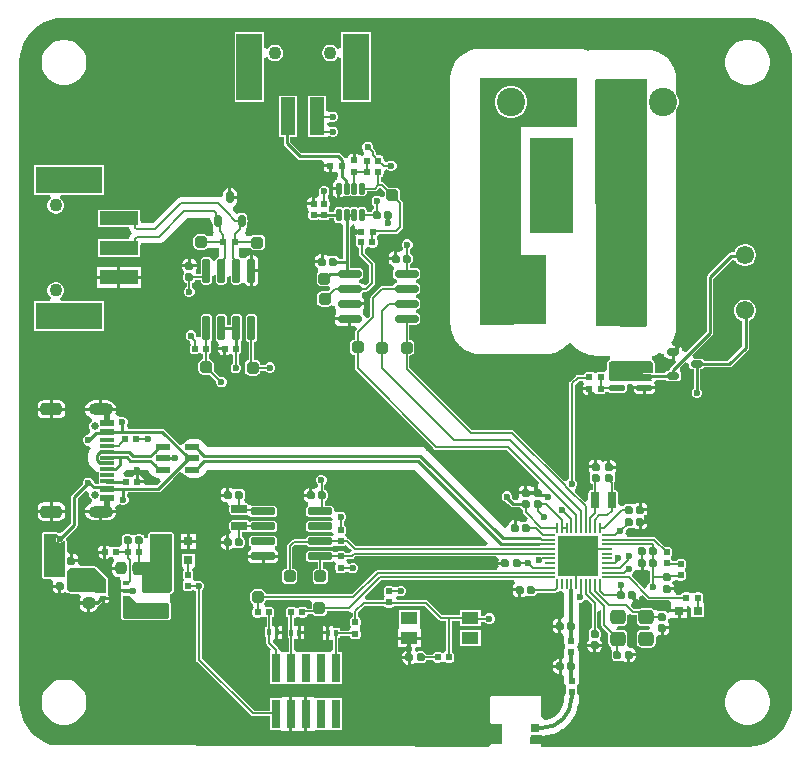
<source format=gbr>
%TF.GenerationSoftware,Altium Limited,Altium Designer,24.4.1 (13)*%
G04 Layer_Physical_Order=1*
G04 Layer_Color=255*
%FSLAX45Y45*%
%MOMM*%
%TF.SameCoordinates,EFC9E65E-F59A-4C70-970D-A36E2AA460D7*%
%TF.FilePolarity,Positive*%
%TF.FileFunction,Copper,L1,Top,Signal*%
%TF.Part,Single*%
G01*
G75*
%TA.AperFunction,Conductor*%
%ADD10C,0.32126*%
%TA.AperFunction,SMDPad,SMDef*%
G04:AMPARAMS|DCode=11|XSize=1mm|YSize=1.54mm|CornerRadius=0.25mm|HoleSize=0mm|Usage=FLASHONLY|Rotation=180.000|XOffset=0mm|YOffset=0mm|HoleType=Round|Shape=RoundedRectangle|*
%AMROUNDEDRECTD11*
21,1,1.00000,1.04000,0,0,180.0*
21,1,0.50000,1.54000,0,0,180.0*
1,1,0.50000,-0.25000,0.52000*
1,1,0.50000,0.25000,0.52000*
1,1,0.50000,0.25000,-0.52000*
1,1,0.50000,-0.25000,-0.52000*
%
%ADD11ROUNDEDRECTD11*%
%TA.AperFunction,SMDPad,CuDef*%
G04:AMPARAMS|DCode=12|XSize=0.56mm|YSize=0.32mm|CornerRadius=0.08mm|HoleSize=0mm|Usage=FLASHONLY|Rotation=180.000|XOffset=0mm|YOffset=0mm|HoleType=Round|Shape=RoundedRectangle|*
%AMROUNDEDRECTD12*
21,1,0.56000,0.16000,0,0,180.0*
21,1,0.40000,0.32000,0,0,180.0*
1,1,0.16000,-0.20000,0.08000*
1,1,0.16000,0.20000,0.08000*
1,1,0.16000,0.20000,-0.08000*
1,1,0.16000,-0.20000,-0.08000*
%
%ADD12ROUNDEDRECTD12*%
%ADD13R,0.80000X0.80000*%
%ADD14R,0.80000X0.80000*%
%ADD15R,3.50000X3.50000*%
%ADD16O,0.85000X0.20000*%
%ADD17O,0.20000X0.85000*%
G04:AMPARAMS|DCode=18|XSize=0.58mm|YSize=0.58mm|CornerRadius=0.1508mm|HoleSize=0mm|Usage=FLASHONLY|Rotation=0.000|XOffset=0mm|YOffset=0mm|HoleType=Round|Shape=RoundedRectangle|*
%AMROUNDEDRECTD18*
21,1,0.58000,0.27840,0,0,0.0*
21,1,0.27840,0.58000,0,0,0.0*
1,1,0.30160,0.13920,-0.13920*
1,1,0.30160,-0.13920,-0.13920*
1,1,0.30160,-0.13920,0.13920*
1,1,0.30160,0.13920,0.13920*
%
%ADD18ROUNDEDRECTD18*%
G04:AMPARAMS|DCode=19|XSize=1.21mm|YSize=0.59mm|CornerRadius=0.07375mm|HoleSize=0mm|Usage=FLASHONLY|Rotation=0.000|XOffset=0mm|YOffset=0mm|HoleType=Round|Shape=RoundedRectangle|*
%AMROUNDEDRECTD19*
21,1,1.21000,0.44250,0,0,0.0*
21,1,1.06250,0.59000,0,0,0.0*
1,1,0.14750,0.53125,-0.22125*
1,1,0.14750,-0.53125,-0.22125*
1,1,0.14750,-0.53125,0.22125*
1,1,0.14750,0.53125,0.22125*
%
%ADD19ROUNDEDRECTD19*%
%TA.AperFunction,ConnectorPad*%
%ADD20R,3.20000X1.20000*%
%ADD21R,5.60000X2.20000*%
%ADD22R,2.20000X5.60000*%
%ADD23R,1.20000X3.20000*%
%TA.AperFunction,SMDPad,CuDef*%
G04:AMPARAMS|DCode=24|XSize=0.75mm|YSize=1.4mm|CornerRadius=0.1875mm|HoleSize=0mm|Usage=FLASHONLY|Rotation=180.000|XOffset=0mm|YOffset=0mm|HoleType=Round|Shape=RoundedRectangle|*
%AMROUNDEDRECTD24*
21,1,0.75000,1.02500,0,0,180.0*
21,1,0.37500,1.40000,0,0,180.0*
1,1,0.37500,-0.18750,0.51250*
1,1,0.37500,0.18750,0.51250*
1,1,0.37500,0.18750,-0.51250*
1,1,0.37500,-0.18750,-0.51250*
%
%ADD24ROUNDEDRECTD24*%
G04:AMPARAMS|DCode=25|XSize=0.75mm|YSize=1.4mm|CornerRadius=0.1875mm|HoleSize=0mm|Usage=FLASHONLY|Rotation=90.000|XOffset=0mm|YOffset=0mm|HoleType=Round|Shape=RoundedRectangle|*
%AMROUNDEDRECTD25*
21,1,0.75000,1.02500,0,0,90.0*
21,1,0.37500,1.40000,0,0,90.0*
1,1,0.37500,0.51250,0.18750*
1,1,0.37500,0.51250,-0.18750*
1,1,0.37500,-0.51250,-0.18750*
1,1,0.37500,-0.51250,0.18750*
%
%ADD25ROUNDEDRECTD25*%
%TA.AperFunction,ConnectorPad*%
%ADD26R,1.15000X0.60000*%
%ADD27R,1.15000X0.30000*%
%TA.AperFunction,SMDPad,CuDef*%
%ADD28R,0.35000X0.60000*%
G04:AMPARAMS|DCode=29|XSize=1.05mm|YSize=2.77mm|CornerRadius=0.252mm|HoleSize=0mm|Usage=FLASHONLY|Rotation=0.000|XOffset=0mm|YOffset=0mm|HoleType=Round|Shape=RoundedRectangle|*
%AMROUNDEDRECTD29*
21,1,1.05000,2.26600,0,0,0.0*
21,1,0.54600,2.77000,0,0,0.0*
1,1,0.50400,0.27300,-1.13300*
1,1,0.50400,-0.27300,-1.13300*
1,1,0.50400,-0.27300,1.13300*
1,1,0.50400,0.27300,1.13300*
%
%ADD29ROUNDEDRECTD29*%
G04:AMPARAMS|DCode=30|XSize=1.07mm|YSize=2.77mm|CornerRadius=0.25145mm|HoleSize=0mm|Usage=FLASHONLY|Rotation=180.000|XOffset=0mm|YOffset=0mm|HoleType=Round|Shape=RoundedRectangle|*
%AMROUNDEDRECTD30*
21,1,1.07000,2.26710,0,0,180.0*
21,1,0.56710,2.77000,0,0,180.0*
1,1,0.50290,-0.28355,1.13355*
1,1,0.50290,0.28355,1.13355*
1,1,0.50290,0.28355,-1.13355*
1,1,0.50290,-0.28355,-1.13355*
%
%ADD30ROUNDEDRECTD30*%
G04:AMPARAMS|DCode=31|XSize=0.58mm|YSize=0.58mm|CornerRadius=0.1305mm|HoleSize=0mm|Usage=FLASHONLY|Rotation=180.000|XOffset=0mm|YOffset=0mm|HoleType=Round|Shape=RoundedRectangle|*
%AMROUNDEDRECTD31*
21,1,0.58000,0.31900,0,0,180.0*
21,1,0.31900,0.58000,0,0,180.0*
1,1,0.26100,-0.15950,0.15950*
1,1,0.26100,0.15950,0.15950*
1,1,0.26100,0.15950,-0.15950*
1,1,0.26100,-0.15950,-0.15950*
%
%ADD31ROUNDEDRECTD31*%
G04:AMPARAMS|DCode=32|XSize=0.58mm|YSize=0.58mm|CornerRadius=0.1508mm|HoleSize=0mm|Usage=FLASHONLY|Rotation=270.000|XOffset=0mm|YOffset=0mm|HoleType=Round|Shape=RoundedRectangle|*
%AMROUNDEDRECTD32*
21,1,0.58000,0.27840,0,0,270.0*
21,1,0.27840,0.58000,0,0,270.0*
1,1,0.30160,-0.13920,-0.13920*
1,1,0.30160,-0.13920,0.13920*
1,1,0.30160,0.13920,0.13920*
1,1,0.30160,0.13920,-0.13920*
%
%ADD32ROUNDEDRECTD32*%
G04:AMPARAMS|DCode=33|XSize=0.58mm|YSize=0.58mm|CornerRadius=0.1305mm|HoleSize=0mm|Usage=FLASHONLY|Rotation=90.000|XOffset=0mm|YOffset=0mm|HoleType=Round|Shape=RoundedRectangle|*
%AMROUNDEDRECTD33*
21,1,0.58000,0.31900,0,0,90.0*
21,1,0.31900,0.58000,0,0,90.0*
1,1,0.26100,0.15950,0.15950*
1,1,0.26100,0.15950,-0.15950*
1,1,0.26100,-0.15950,-0.15950*
1,1,0.26100,-0.15950,0.15950*
%
%ADD33ROUNDEDRECTD33*%
G04:AMPARAMS|DCode=34|XSize=1.19mm|YSize=2.22mm|CornerRadius=0.2499mm|HoleSize=0mm|Usage=FLASHONLY|Rotation=270.000|XOffset=0mm|YOffset=0mm|HoleType=Round|Shape=RoundedRectangle|*
%AMROUNDEDRECTD34*
21,1,1.19000,1.72020,0,0,270.0*
21,1,0.69020,2.22000,0,0,270.0*
1,1,0.49980,-0.86010,-0.34510*
1,1,0.49980,-0.86010,0.34510*
1,1,0.49980,0.86010,0.34510*
1,1,0.49980,0.86010,-0.34510*
%
%ADD34ROUNDEDRECTD34*%
G04:AMPARAMS|DCode=35|XSize=1.62mm|YSize=3.51mm|CornerRadius=0.2511mm|HoleSize=0mm|Usage=FLASHONLY|Rotation=0.000|XOffset=0mm|YOffset=0mm|HoleType=Round|Shape=RoundedRectangle|*
%AMROUNDEDRECTD35*
21,1,1.62000,3.00780,0,0,0.0*
21,1,1.11780,3.51000,0,0,0.0*
1,1,0.50220,0.55890,-1.50390*
1,1,0.50220,-0.55890,-1.50390*
1,1,0.50220,-0.55890,1.50390*
1,1,0.50220,0.55890,1.50390*
%
%ADD35ROUNDEDRECTD35*%
G04:AMPARAMS|DCode=36|XSize=0.95mm|YSize=1.02mm|CornerRadius=0.24225mm|HoleSize=0mm|Usage=FLASHONLY|Rotation=90.000|XOffset=0mm|YOffset=0mm|HoleType=Round|Shape=RoundedRectangle|*
%AMROUNDEDRECTD36*
21,1,0.95000,0.53550,0,0,90.0*
21,1,0.46550,1.02000,0,0,90.0*
1,1,0.48450,0.26775,0.23275*
1,1,0.48450,0.26775,-0.23275*
1,1,0.48450,-0.26775,-0.23275*
1,1,0.48450,-0.26775,0.23275*
%
%ADD36ROUNDEDRECTD36*%
G04:AMPARAMS|DCode=37|XSize=0.95mm|YSize=1.02mm|CornerRadius=0.24225mm|HoleSize=0mm|Usage=FLASHONLY|Rotation=0.000|XOffset=0mm|YOffset=0mm|HoleType=Round|Shape=RoundedRectangle|*
%AMROUNDEDRECTD37*
21,1,0.95000,0.53550,0,0,0.0*
21,1,0.46550,1.02000,0,0,0.0*
1,1,0.48450,0.23275,-0.26775*
1,1,0.48450,-0.23275,-0.26775*
1,1,0.48450,-0.23275,0.26775*
1,1,0.48450,0.23275,0.26775*
%
%ADD37ROUNDEDRECTD37*%
G04:AMPARAMS|DCode=38|XSize=0.66mm|YSize=0.7mm|CornerRadius=0.1716mm|HoleSize=0mm|Usage=FLASHONLY|Rotation=270.000|XOffset=0mm|YOffset=0mm|HoleType=Round|Shape=RoundedRectangle|*
%AMROUNDEDRECTD38*
21,1,0.66000,0.35680,0,0,270.0*
21,1,0.31680,0.70000,0,0,270.0*
1,1,0.34320,-0.17840,-0.15840*
1,1,0.34320,-0.17840,0.15840*
1,1,0.34320,0.17840,0.15840*
1,1,0.34320,0.17840,-0.15840*
%
%ADD38ROUNDEDRECTD38*%
G04:AMPARAMS|DCode=39|XSize=0.66mm|YSize=0.7mm|CornerRadius=0.1716mm|HoleSize=0mm|Usage=FLASHONLY|Rotation=0.000|XOffset=0mm|YOffset=0mm|HoleType=Round|Shape=RoundedRectangle|*
%AMROUNDEDRECTD39*
21,1,0.66000,0.35680,0,0,0.0*
21,1,0.31680,0.70000,0,0,0.0*
1,1,0.34320,0.15840,-0.17840*
1,1,0.34320,-0.15840,-0.17840*
1,1,0.34320,-0.15840,0.17840*
1,1,0.34320,0.15840,0.17840*
%
%ADD39ROUNDEDRECTD39*%
G04:AMPARAMS|DCode=40|XSize=1mm|YSize=1mm|CornerRadius=0.25mm|HoleSize=0mm|Usage=FLASHONLY|Rotation=270.000|XOffset=0mm|YOffset=0mm|HoleType=Round|Shape=RoundedRectangle|*
%AMROUNDEDRECTD40*
21,1,1.00000,0.50000,0,0,270.0*
21,1,0.50000,1.00000,0,0,270.0*
1,1,0.50000,-0.25000,-0.25000*
1,1,0.50000,-0.25000,0.25000*
1,1,0.50000,0.25000,0.25000*
1,1,0.50000,0.25000,-0.25000*
%
%ADD40ROUNDEDRECTD40*%
G04:AMPARAMS|DCode=41|XSize=1mm|YSize=1mm|CornerRadius=0.25mm|HoleSize=0mm|Usage=FLASHONLY|Rotation=0.000|XOffset=0mm|YOffset=0mm|HoleType=Round|Shape=RoundedRectangle|*
%AMROUNDEDRECTD41*
21,1,1.00000,0.50000,0,0,0.0*
21,1,0.50000,1.00000,0,0,0.0*
1,1,0.50000,0.25000,-0.25000*
1,1,0.50000,-0.25000,-0.25000*
1,1,0.50000,-0.25000,0.25000*
1,1,0.50000,0.25000,0.25000*
%
%ADD41ROUNDEDRECTD41*%
G04:AMPARAMS|DCode=42|XSize=1.19mm|YSize=1.29mm|CornerRadius=0.2499mm|HoleSize=0mm|Usage=FLASHONLY|Rotation=270.000|XOffset=0mm|YOffset=0mm|HoleType=Round|Shape=RoundedRectangle|*
%AMROUNDEDRECTD42*
21,1,1.19000,0.79020,0,0,270.0*
21,1,0.69020,1.29000,0,0,270.0*
1,1,0.49980,-0.39510,-0.34510*
1,1,0.49980,-0.39510,0.34510*
1,1,0.49980,0.39510,0.34510*
1,1,0.49980,0.39510,-0.34510*
%
%ADD42ROUNDEDRECTD42*%
%ADD43R,0.76000X2.40000*%
G04:AMPARAMS|DCode=44|XSize=1.02mm|YSize=0.46mm|CornerRadius=0.1196mm|HoleSize=0mm|Usage=FLASHONLY|Rotation=270.000|XOffset=0mm|YOffset=0mm|HoleType=Round|Shape=RoundedRectangle|*
%AMROUNDEDRECTD44*
21,1,1.02000,0.22080,0,0,270.0*
21,1,0.78080,0.46000,0,0,270.0*
1,1,0.23920,-0.11040,-0.39040*
1,1,0.23920,-0.11040,0.39040*
1,1,0.23920,0.11040,0.39040*
1,1,0.23920,0.11040,-0.39040*
%
%ADD44ROUNDEDRECTD44*%
G04:AMPARAMS|DCode=45|XSize=1.03mm|YSize=0.6mm|CornerRadius=0.15mm|HoleSize=0mm|Usage=FLASHONLY|Rotation=270.000|XOffset=0mm|YOffset=0mm|HoleType=Round|Shape=RoundedRectangle|*
%AMROUNDEDRECTD45*
21,1,1.03000,0.30000,0,0,270.0*
21,1,0.73000,0.60000,0,0,270.0*
1,1,0.30000,-0.15000,-0.36500*
1,1,0.30000,-0.15000,0.36500*
1,1,0.30000,0.15000,0.36500*
1,1,0.30000,0.15000,-0.36500*
%
%ADD45ROUNDEDRECTD45*%
G04:AMPARAMS|DCode=46|XSize=1.03mm|YSize=0.6mm|CornerRadius=0.15mm|HoleSize=0mm|Usage=FLASHONLY|Rotation=180.000|XOffset=0mm|YOffset=0mm|HoleType=Round|Shape=RoundedRectangle|*
%AMROUNDEDRECTD46*
21,1,1.03000,0.30000,0,0,180.0*
21,1,0.73000,0.60000,0,0,180.0*
1,1,0.30000,-0.36500,0.15000*
1,1,0.30000,0.36500,0.15000*
1,1,0.30000,0.36500,-0.15000*
1,1,0.30000,-0.36500,-0.15000*
%
%ADD46ROUNDEDRECTD46*%
G04:AMPARAMS|DCode=47|XSize=1.29mm|YSize=0.59mm|CornerRadius=0.15045mm|HoleSize=0mm|Usage=FLASHONLY|Rotation=0.000|XOffset=0mm|YOffset=0mm|HoleType=Round|Shape=RoundedRectangle|*
%AMROUNDEDRECTD47*
21,1,1.29000,0.28910,0,0,0.0*
21,1,0.98910,0.59000,0,0,0.0*
1,1,0.30090,0.49455,-0.14455*
1,1,0.30090,-0.49455,-0.14455*
1,1,0.30090,-0.49455,0.14455*
1,1,0.30090,0.49455,0.14455*
%
%ADD47ROUNDEDRECTD47*%
%ADD48R,1.45000X1.00000*%
G04:AMPARAMS|DCode=49|XSize=2.07mm|YSize=0.63mm|CornerRadius=0.16065mm|HoleSize=0mm|Usage=FLASHONLY|Rotation=180.000|XOffset=0mm|YOffset=0mm|HoleType=Round|Shape=RoundedRectangle|*
%AMROUNDEDRECTD49*
21,1,2.07000,0.30870,0,0,180.0*
21,1,1.74870,0.63000,0,0,180.0*
1,1,0.32130,-0.87435,0.15435*
1,1,0.32130,0.87435,0.15435*
1,1,0.32130,0.87435,-0.15435*
1,1,0.32130,-0.87435,-0.15435*
%
%ADD49ROUNDEDRECTD49*%
G04:AMPARAMS|DCode=50|XSize=2.07mm|YSize=0.63mm|CornerRadius=0.16065mm|HoleSize=0mm|Usage=FLASHONLY|Rotation=270.000|XOffset=0mm|YOffset=0mm|HoleType=Round|Shape=RoundedRectangle|*
%AMROUNDEDRECTD50*
21,1,2.07000,0.30870,0,0,270.0*
21,1,1.74870,0.63000,0,0,270.0*
1,1,0.32130,-0.15435,-0.87435*
1,1,0.32130,-0.15435,0.87435*
1,1,0.32130,0.15435,0.87435*
1,1,0.32130,0.15435,-0.87435*
%
%ADD50ROUNDEDRECTD50*%
G04:AMPARAMS|DCode=51|XSize=2.01mm|YSize=0.66mm|CornerRadius=0.1716mm|HoleSize=0mm|Usage=FLASHONLY|Rotation=180.000|XOffset=0mm|YOffset=0mm|HoleType=Round|Shape=RoundedRectangle|*
%AMROUNDEDRECTD51*
21,1,2.01000,0.31680,0,0,180.0*
21,1,1.66680,0.66000,0,0,180.0*
1,1,0.34320,-0.83340,0.15840*
1,1,0.34320,0.83340,0.15840*
1,1,0.34320,0.83340,-0.15840*
1,1,0.34320,-0.83340,-0.15840*
%
%ADD51ROUNDEDRECTD51*%
%TA.AperFunction,ConnectorPad*%
%ADD52R,0.80000X1.60000*%
%ADD53R,0.80000X0.65000*%
%TA.AperFunction,Conductor*%
%ADD54C,0.30000*%
%ADD55C,0.15240*%
%ADD56C,0.15400*%
%ADD57C,0.28487*%
%ADD58C,0.15200*%
%ADD59C,0.25400*%
%ADD60C,0.20213*%
%ADD61C,0.20320*%
%ADD62C,0.32100*%
%ADD63C,0.50800*%
%ADD64C,0.20000*%
%ADD65C,0.17500*%
%ADD66C,0.26065*%
%TA.AperFunction,ComponentPad*%
%ADD67C,2.40000*%
%ADD68R,1.80000X1.80000*%
%ADD69C,1.80000*%
%ADD70C,1.10000*%
G04:AMPARAMS|DCode=71|XSize=1.8mm|YSize=1mm|CornerRadius=0.25mm|HoleSize=0mm|Usage=FLASHONLY|Rotation=0.000|XOffset=0mm|YOffset=0mm|HoleType=Round|Shape=RoundedRectangle|*
%AMROUNDEDRECTD71*
21,1,1.80000,0.50000,0,0,0.0*
21,1,1.30000,1.00000,0,0,0.0*
1,1,0.50000,0.65000,-0.25000*
1,1,0.50000,-0.65000,-0.25000*
1,1,0.50000,-0.65000,0.25000*
1,1,0.50000,0.65000,0.25000*
%
%ADD71ROUNDEDRECTD71*%
%ADD72O,2.10000X1.00000*%
%ADD73C,0.65000*%
%ADD74C,1.54940*%
%TA.AperFunction,ViaPad*%
%ADD75C,0.60000*%
%ADD76C,0.60960*%
G36*
X8789186Y10326188D02*
X8846916Y10312329D01*
X8901766Y10289609D01*
X8952386Y10258589D01*
X8997531Y10220031D01*
X9036089Y10174886D01*
X9067109Y10124266D01*
X9089829Y10069415D01*
X9103688Y10011686D01*
X9108244Y9953794D01*
X9107987Y9952500D01*
Y4535000D01*
X9108244Y4533706D01*
X9103688Y4475814D01*
X9089829Y4418085D01*
X9067109Y4363235D01*
X9036089Y4312614D01*
X8997531Y4267469D01*
X8952386Y4228912D01*
X8901766Y4197891D01*
X8846916Y4175171D01*
X8789186Y4161312D01*
X8731294Y4156756D01*
X8730000Y4157013D01*
X6983996D01*
Y4167500D01*
X6979164Y4179164D01*
X6967500Y4183996D01*
X6883996D01*
Y4233924D01*
X6883997Y4233926D01*
X6885447Y4236553D01*
X6911439Y4254195D01*
X6913996Y4254242D01*
X6918650Y4253316D01*
X6923118D01*
X6927500Y4252444D01*
X6983451D01*
X6986000Y4251937D01*
X6987769Y4252289D01*
X6989559Y4252077D01*
X7032062Y4255423D01*
X7035511Y4256395D01*
X7039093Y4256536D01*
X7080549Y4266489D01*
X7083804Y4267989D01*
X7087319Y4268688D01*
X7126708Y4285004D01*
X7129688Y4286995D01*
X7133051Y4288236D01*
X7169403Y4310512D01*
X7172035Y4312945D01*
X7175162Y4314696D01*
X7207581Y4342385D01*
X7209800Y4345199D01*
X7212615Y4347419D01*
X7240304Y4379838D01*
X7242055Y4382965D01*
X7244488Y4385597D01*
X7266764Y4421949D01*
X7268005Y4425312D01*
X7269996Y4428291D01*
X7286311Y4467680D01*
X7287011Y4471196D01*
X7288511Y4474451D01*
X7298464Y4515907D01*
X7298604Y4519488D01*
X7299577Y4522938D01*
X7302922Y4565441D01*
X7302711Y4567231D01*
X7303062Y4569000D01*
X7301684Y4575930D01*
Y4577850D01*
X7301116Y4580706D01*
X7300842Y4583018D01*
X7300553Y4583534D01*
X7300375Y4584429D01*
X7299640Y4586203D01*
X7299609Y4586360D01*
X7299520Y4586493D01*
X7293602Y4600781D01*
X7289875Y4606360D01*
X7284834Y4611400D01*
Y4618604D01*
X7287500Y4647500D01*
X7287500D01*
Y4647500D01*
X7288373Y4677138D01*
X7289875Y4678640D01*
X7293602Y4684218D01*
X7300375Y4700571D01*
X7301684Y4707150D01*
Y4711618D01*
X7302555Y4716000D01*
Y4835000D01*
X7301684Y4839382D01*
Y4843850D01*
X7300375Y4850429D01*
X7300056Y4851201D01*
Y4957500D01*
X7299184Y4961882D01*
Y4966350D01*
X7297875Y4972929D01*
X7291102Y4989281D01*
X7287375Y4994859D01*
Y4994866D01*
X7291102Y5021719D01*
X7297875Y5038071D01*
X7299184Y5044650D01*
Y5049118D01*
X7300056Y5053500D01*
Y5171516D01*
X7300181Y5172147D01*
Y5176615D01*
X7301052Y5180997D01*
Y5376989D01*
X7318571D01*
X7335198Y5383876D01*
X7347924Y5396602D01*
X7380748Y5397453D01*
X7411692Y5366509D01*
Y5160287D01*
X7404518Y5158860D01*
X7393801Y5151699D01*
X7386640Y5140982D01*
X7384125Y5128340D01*
Y5096660D01*
X7386640Y5084019D01*
X7386476Y5064024D01*
X7377070Y5049946D01*
X7373766Y5033340D01*
Y5030200D01*
X7435000D01*
X7496234D01*
Y5033340D01*
X7492931Y5049946D01*
X7483524Y5064024D01*
X7483360Y5084019D01*
X7485875Y5096660D01*
Y5128340D01*
X7483360Y5140982D01*
X7476199Y5151699D01*
X7465482Y5158860D01*
X7458308Y5160287D01*
Y5299779D01*
X7488308Y5315814D01*
X7491692Y5313553D01*
Y5187766D01*
X7493466Y5178847D01*
X7498519Y5171285D01*
X7551860Y5117943D01*
X7549694Y5107054D01*
Y5038034D01*
X7552817Y5022337D01*
X7561708Y5009029D01*
X7572626Y5001735D01*
X7575950Y4996316D01*
X7582874Y4967987D01*
X7581162Y4965425D01*
X7578648Y4952784D01*
Y4917104D01*
X7581162Y4904462D01*
X7588323Y4893745D01*
X7599041Y4886584D01*
X7611683Y4884069D01*
X7643362D01*
X7656004Y4886584D01*
X7675999Y4886419D01*
X7690077Y4877013D01*
X7706683Y4873710D01*
X7709823D01*
Y4934944D01*
X7722523D01*
Y4947644D01*
X7781756D01*
Y4952784D01*
X7778453Y4969390D01*
X7769047Y4983468D01*
X7754968Y4992874D01*
X7738362Y4996177D01*
X7726230D01*
X7711359Y5017091D01*
X7708392Y5026178D01*
X7710751Y5038034D01*
Y5107054D01*
X7707628Y5122750D01*
X7698737Y5136058D01*
X7685429Y5144949D01*
X7669732Y5148072D01*
X7616171D01*
X7615619Y5149016D01*
X7632819Y5179016D01*
X7669732D01*
X7685429Y5182138D01*
X7698737Y5191029D01*
X7707628Y5204337D01*
X7710751Y5220034D01*
Y5271361D01*
X7740751Y5283788D01*
X7745319Y5279220D01*
X7752880Y5274167D01*
X7761800Y5272393D01*
X7791694D01*
Y5220034D01*
X7794817Y5204337D01*
X7803708Y5191029D01*
X7817016Y5182138D01*
X7832713Y5179016D01*
X7892747D01*
X7904422Y5165121D01*
X7894188Y5148072D01*
X7832713D01*
X7817016Y5144949D01*
X7803708Y5136058D01*
X7794817Y5122750D01*
X7791694Y5107054D01*
Y5038034D01*
X7794817Y5022337D01*
X7803708Y5009029D01*
X7817016Y5000138D01*
X7832713Y4997015D01*
X7911732D01*
X7927429Y5000138D01*
X7940737Y5009029D01*
X7949628Y5022337D01*
X7952751Y5038034D01*
Y5084055D01*
X7958092Y5089978D01*
X7982751Y5104641D01*
X7989660Y5103266D01*
X7994800D01*
Y5162500D01*
X8007500D01*
Y5175200D01*
X8068734D01*
Y5178340D01*
X8065431Y5194946D01*
X8056025Y5209024D01*
X8055860Y5229019D01*
X8057545Y5237490D01*
X8084600Y5244600D01*
X8084601Y5244600D01*
Y5244600D01*
X8084601Y5244600D01*
X8137300D01*
Y5297300D01*
X8073312D01*
X8056798Y5287553D01*
X8054600Y5287868D01*
X8048699Y5296699D01*
X8037982Y5303860D01*
X8025340Y5306375D01*
X7989660D01*
X7977019Y5303860D01*
X7945325Y5312815D01*
X7943095Y5314528D01*
X7940737Y5318058D01*
X7927429Y5326949D01*
X7911732Y5330072D01*
X7832713D01*
X7817016Y5326949D01*
X7805131Y5319009D01*
X7771454D01*
X7741696Y5348766D01*
X7754123Y5378766D01*
X7770840D01*
X7787446Y5382069D01*
X7801524Y5391476D01*
X7810931Y5405554D01*
X7814234Y5422160D01*
Y5427877D01*
X7844234Y5440304D01*
X7881019Y5403519D01*
X7888580Y5398466D01*
X7897500Y5396692D01*
X8063578D01*
X8084600Y5375400D01*
Y5322700D01*
X8215400D01*
X8215400Y5347996D01*
X8224821Y5352527D01*
X8254760Y5333635D01*
Y5254760D01*
X8365240D01*
Y5365240D01*
X8364761D01*
X8350033Y5394147D01*
X8350177Y5395240D01*
X8352334Y5406080D01*
Y5433920D01*
X8349981Y5445750D01*
X8343279Y5455780D01*
X8333250Y5462481D01*
X8321420Y5464834D01*
X8293580D01*
X8281750Y5462481D01*
X8279566Y5461022D01*
X8275899Y5459001D01*
X8261591Y5457647D01*
X8239921Y5461642D01*
X8238488Y5462599D01*
X8227450Y5464794D01*
X8195550D01*
X8184512Y5462599D01*
X8175154Y5456346D01*
X8168901Y5446988D01*
X8168169Y5443308D01*
X8126151D01*
X8120585Y5447921D01*
X8105070Y5473308D01*
X8106234Y5479160D01*
Y5482300D01*
X8045000D01*
Y5507700D01*
X8106234D01*
Y5510840D01*
X8102930Y5527446D01*
X8093524Y5541524D01*
X8093484Y5546432D01*
X8102654Y5557481D01*
X8129221Y5571721D01*
X8139250Y5565019D01*
X8151080Y5562666D01*
X8178920D01*
X8190750Y5565019D01*
X8200779Y5571721D01*
X8207481Y5581750D01*
X8209834Y5593580D01*
Y5621420D01*
X8207481Y5633250D01*
X8206022Y5635434D01*
X8204001Y5639101D01*
X8202647Y5653409D01*
X8206641Y5675079D01*
X8207599Y5676512D01*
X8209794Y5687550D01*
Y5719450D01*
X8207599Y5730488D01*
X8201346Y5739846D01*
X8191988Y5746098D01*
X8180950Y5748294D01*
X8149050D01*
X8138012Y5746098D01*
X8128654Y5739846D01*
X8122535Y5730689D01*
X8091468D01*
X8082962Y5758248D01*
X8086758Y5778841D01*
X8087715Y5780274D01*
X8089911Y5791312D01*
Y5823212D01*
X8087715Y5834250D01*
X8081462Y5843608D01*
X8072105Y5849861D01*
X8061066Y5852056D01*
X8033284D01*
X7957477Y5927863D01*
X7949916Y5932916D01*
X7940996Y5934690D01*
X7712699D01*
X7708396Y5938567D01*
X7695126Y5964690D01*
X7697740Y5971001D01*
Y5988998D01*
X7720599Y6006647D01*
X7740897D01*
X7753538Y6009162D01*
X7773533Y6008998D01*
X7787611Y5999592D01*
X7804217Y5996288D01*
X7807357D01*
Y6057522D01*
X7820057D01*
Y6070222D01*
X7879291D01*
Y6075362D01*
X7875987Y6091968D01*
X7866581Y6106046D01*
X7876427Y6128816D01*
X7879731Y6145422D01*
Y6150562D01*
X7820497D01*
Y6163262D01*
X7807797D01*
Y6224496D01*
X7804657D01*
X7788051Y6221193D01*
X7773973Y6211786D01*
X7753978Y6211622D01*
X7741337Y6214137D01*
X7709657D01*
X7697015Y6211622D01*
X7686298Y6204461D01*
X7679137Y6193744D01*
X7657854Y6192894D01*
X7632943Y6215948D01*
Y6296732D01*
X7630305Y6309994D01*
X7622792Y6321238D01*
X7611549Y6328750D01*
X7602845Y6330482D01*
Y6393735D01*
X7602121Y6397374D01*
X7603582Y6399561D01*
X7606097Y6412203D01*
Y6443882D01*
X7603582Y6456524D01*
X7603746Y6476519D01*
X7613152Y6490597D01*
X7616456Y6507203D01*
Y6510343D01*
X7555222D01*
Y6523043D01*
X7542522D01*
Y6582276D01*
X7537382D01*
X7520776Y6578973D01*
X7506698Y6569567D01*
X7480448Y6581513D01*
X7463842Y6584816D01*
X7458702D01*
Y6525583D01*
X7446002D01*
Y6512883D01*
X7384768D01*
Y6509743D01*
X7388071Y6493137D01*
X7397478Y6479059D01*
X7397642Y6459064D01*
X7395127Y6446422D01*
Y6414743D01*
X7397642Y6402101D01*
X7404803Y6391383D01*
X7415520Y6384222D01*
X7418389Y6383652D01*
Y6331388D01*
X7415786D01*
X7402524Y6328750D01*
X7391281Y6321238D01*
X7383768Y6309994D01*
X7381130Y6296732D01*
Y6244259D01*
X7351130Y6231832D01*
X7271465Y6311498D01*
X7270643Y6319154D01*
X7275464Y6349925D01*
X7280853Y6355313D01*
X7287740Y6371941D01*
Y6389938D01*
X7280853Y6406566D01*
X7268126Y6419292D01*
X7265808Y6420253D01*
Y7222846D01*
X7299298Y7256336D01*
X7329267Y7255078D01*
X7333103Y7249966D01*
X7340986Y7227171D01*
X7336830Y7220953D01*
X7333846Y7205950D01*
Y7202701D01*
X7388999D01*
Y7190001D01*
X7401699D01*
Y7134847D01*
X7404949D01*
X7419952Y7137831D01*
X7432671Y7146329D01*
X7459249Y7147519D01*
X7471079Y7145166D01*
X7498919D01*
X7510750Y7147519D01*
X7520779Y7154221D01*
X7522128Y7156240D01*
X7551867Y7158727D01*
X7556433Y7157693D01*
X7564567Y7152257D01*
X7576384Y7149907D01*
X7675294D01*
X7687111Y7152257D01*
X7697128Y7158951D01*
X7703822Y7168969D01*
X7706172Y7180785D01*
Y7209695D01*
X7719463Y7230410D01*
X7738661Y7231521D01*
X7753366Y7227841D01*
X7766146Y7209695D01*
Y7207940D01*
X7947531D01*
Y7209695D01*
X7944392Y7225476D01*
X7938860Y7234027D01*
X7950729Y7261460D01*
X7968203Y7265298D01*
X7969832Y7265383D01*
X8038568D01*
X8041698Y7260698D01*
X8051701Y7254015D01*
X8063500Y7251668D01*
X8136500D01*
X8148299Y7254015D01*
X8158302Y7260698D01*
X8164985Y7270701D01*
X8167332Y7282500D01*
Y7312500D01*
X8164985Y7324299D01*
X8158302Y7334302D01*
X8157681Y7366708D01*
X8158075Y7367787D01*
X8202668Y7412380D01*
X8232668Y7399954D01*
Y7382500D01*
X8235015Y7370701D01*
X8241698Y7360698D01*
X8251701Y7354015D01*
X8263500Y7351668D01*
X8272762D01*
Y7189242D01*
X8262897Y7179377D01*
X8256010Y7162749D01*
Y7144752D01*
X8262897Y7128124D01*
X8275624Y7115398D01*
X8292251Y7108510D01*
X8310249D01*
X8326876Y7115398D01*
X8339602Y7128124D01*
X8346490Y7144752D01*
Y7162749D01*
X8339602Y7179377D01*
X8329737Y7189242D01*
Y7351668D01*
X8336500D01*
X8348299Y7354015D01*
X8358302Y7360698D01*
X8363857Y7369013D01*
X8574999D01*
X8575000Y7369012D01*
X8585902Y7371181D01*
X8595144Y7377356D01*
X8732643Y7514856D01*
X8732644Y7514856D01*
X8738819Y7524098D01*
X8740988Y7535000D01*
X8740987Y7535001D01*
Y7763061D01*
X8744929Y7764118D01*
X8766070Y7776323D01*
X8783331Y7793584D01*
X8795536Y7814725D01*
X8801854Y7838304D01*
Y7862715D01*
X8795536Y7886294D01*
X8783331Y7907435D01*
X8766070Y7924696D01*
X8744929Y7936902D01*
X8721350Y7943220D01*
X8696939D01*
X8673360Y7936902D01*
X8652219Y7924696D01*
X8634958Y7907435D01*
X8622752Y7886294D01*
X8616434Y7862715D01*
Y7838304D01*
X8622752Y7814725D01*
X8634958Y7793584D01*
X8652219Y7776323D01*
X8673360Y7764118D01*
X8684013Y7761263D01*
Y7546800D01*
X8563200Y7425987D01*
X8363857D01*
X8358302Y7434302D01*
X8348299Y7440985D01*
X8336500Y7443332D01*
X8276046D01*
X8263620Y7473332D01*
X8432643Y7642356D01*
X8432644Y7642356D01*
X8438819Y7651598D01*
X8440988Y7662500D01*
X8440987Y7662501D01*
Y8120700D01*
X8595239Y8274952D01*
X8597015Y8275576D01*
X8629990Y8272089D01*
X8634958Y8263484D01*
X8652219Y8246223D01*
X8673360Y8234018D01*
X8696939Y8227700D01*
X8721350D01*
X8744929Y8234018D01*
X8766070Y8246223D01*
X8783331Y8263484D01*
X8795536Y8284625D01*
X8801854Y8308204D01*
Y8332615D01*
X8795536Y8356194D01*
X8783331Y8377335D01*
X8766070Y8394596D01*
X8744929Y8406802D01*
X8721350Y8413120D01*
X8696939D01*
X8673360Y8406802D01*
X8652219Y8394596D01*
X8634958Y8377335D01*
X8622752Y8356194D01*
X8618965Y8342062D01*
X8593576D01*
X8593574Y8342062D01*
X8582673Y8339893D01*
X8573431Y8333718D01*
X8573430Y8333717D01*
X8392356Y8152644D01*
X8386181Y8143402D01*
X8384012Y8132500D01*
X8384013Y8132499D01*
Y7674300D01*
X8207691Y7497979D01*
X8177691Y7510405D01*
Y7512500D01*
X8174556Y7528263D01*
X8165627Y7541627D01*
X8152263Y7550556D01*
X8136500Y7553692D01*
X8100817D01*
X8090561Y7567297D01*
X8085514Y7583691D01*
X8094815Y7601091D01*
X8105988Y7621440D01*
X8106417Y7622797D01*
X8107087Y7624052D01*
X8113824Y7646260D01*
X8120814Y7668401D01*
X8120970Y7669817D01*
X8121383Y7671177D01*
X8123656Y7694260D01*
X8126194Y7717352D01*
X8126070Y7718771D01*
X8126210Y7720185D01*
Y9548300D01*
X8136024Y9565299D01*
X8145240Y9599695D01*
Y9635305D01*
X8136024Y9669700D01*
X8126210Y9686699D01*
Y9807500D01*
X8121383Y9856509D01*
X8107087Y9903634D01*
X8083873Y9947065D01*
X8052632Y9985132D01*
X8014565Y10016373D01*
X7971134Y10039587D01*
X7924009Y10053883D01*
X7875000Y10058710D01*
X7449302D01*
X7449063Y10058686D01*
X7448823Y10058709D01*
X7424503Y10056267D01*
X7400294Y10053883D01*
X7400063Y10053813D01*
X7399823Y10053789D01*
X7379503Y10047582D01*
X7334008Y10061382D01*
X7285000Y10066209D01*
X6465000D01*
X6415991Y10061382D01*
X6368866Y10047087D01*
X6325435Y10023873D01*
X6287368Y9992632D01*
X6256127Y9954565D01*
X6232913Y9911134D01*
X6218617Y9864008D01*
X6213790Y9815000D01*
Y7740223D01*
X6213825Y7739875D01*
X6213791Y7739524D01*
X6216244Y7715316D01*
X6218617Y7691214D01*
X6218719Y7690879D01*
X6218755Y7690529D01*
X6225873Y7667295D01*
X6232913Y7644089D01*
X6233078Y7643780D01*
X6233181Y7643444D01*
X6244677Y7622079D01*
X6256127Y7600658D01*
X6256350Y7600387D01*
X6256516Y7600078D01*
X6271942Y7581388D01*
X6287368Y7562591D01*
X6287640Y7562368D01*
X6287863Y7562098D01*
X6298669Y7551351D01*
X6298940Y7551130D01*
X6299164Y7550860D01*
X6318039Y7535544D01*
X6336823Y7520216D01*
X6337132Y7520052D01*
X6337404Y7519831D01*
X6358903Y7508493D01*
X6380318Y7497123D01*
X6380653Y7497022D01*
X6380964Y7496859D01*
X6404250Y7489936D01*
X6427483Y7482959D01*
X6427832Y7482925D01*
X6428167Y7482826D01*
X6452310Y7480583D01*
X6476505Y7478268D01*
X6476854Y7478303D01*
X6477202Y7478271D01*
X7021396Y7481294D01*
X7045201Y7483772D01*
X7069008Y7486117D01*
X7069679Y7486321D01*
X7070377Y7486393D01*
X7093225Y7493464D01*
X7116134Y7500412D01*
X7116752Y7500743D01*
X7117421Y7500950D01*
X7138457Y7512345D01*
X7159565Y7523627D01*
X7160106Y7524071D01*
X7160723Y7524405D01*
X7179133Y7539686D01*
X7197632Y7554868D01*
X7198077Y7555410D01*
X7198616Y7555857D01*
X7209428Y7569182D01*
X7211113Y7570184D01*
X7216643Y7571900D01*
X7224081Y7572381D01*
X7247083Y7567835D01*
X7251781Y7562156D01*
X7264935Y7545369D01*
X7267459Y7543201D01*
X7269579Y7540637D01*
X7286116Y7527172D01*
X7302288Y7513278D01*
X7305186Y7511644D01*
X7307766Y7509543D01*
X7326611Y7499563D01*
X7345185Y7489090D01*
X7348346Y7488052D01*
X7351286Y7486495D01*
X7371714Y7480384D01*
X7391976Y7473736D01*
X7395278Y7473335D01*
X7398466Y7472381D01*
X7419699Y7470372D01*
X7440863Y7467805D01*
X7561365Y7465087D01*
X7564098Y7454774D01*
X7565761Y7436114D01*
X7558741Y7433206D01*
X7556421Y7430886D01*
X7553389Y7429630D01*
X7548017Y7424257D01*
X7546762Y7421226D01*
X7544441Y7418906D01*
X7541534Y7411886D01*
Y7408604D01*
X7540278Y7405572D01*
X7540278Y7401773D01*
Y7343985D01*
X7510749Y7329981D01*
X7498919Y7332334D01*
X7471079D01*
X7459249Y7329981D01*
X7456021Y7327824D01*
X7448082Y7323489D01*
X7417420Y7329142D01*
X7415988Y7330099D01*
X7404949Y7332294D01*
X7373050D01*
X7362011Y7330099D01*
X7352654Y7323846D01*
X7346401Y7314488D01*
X7344272Y7303787D01*
X7290479D01*
X7281559Y7302013D01*
X7273998Y7296960D01*
X7226019Y7248981D01*
X7220967Y7241420D01*
X7219192Y7232500D01*
Y6429931D01*
X7194429Y6407610D01*
X7173059Y6409904D01*
X6751481Y6831481D01*
X6743920Y6836534D01*
X6735000Y6838308D01*
X6394654D01*
X5865808Y7367154D01*
Y7468972D01*
X5867500D01*
X5883201Y7472095D01*
X5896511Y7480989D01*
X5905405Y7494299D01*
X5908528Y7510000D01*
Y7560000D01*
X5905405Y7575701D01*
X5896511Y7589011D01*
X5883201Y7597905D01*
X5867500Y7601028D01*
X5865808D01*
Y7730126D01*
X5925840D01*
X5938482Y7732640D01*
X5949199Y7739801D01*
X5956360Y7750518D01*
X5958875Y7763160D01*
Y7794840D01*
X5956360Y7807482D01*
X5949199Y7818199D01*
X5938482Y7825360D01*
X5925840Y7827875D01*
Y7857126D01*
X5938482Y7859640D01*
X5949199Y7866801D01*
X5956360Y7877518D01*
X5958875Y7890160D01*
Y7921840D01*
X5956360Y7934482D01*
X5949199Y7945199D01*
X5938482Y7952360D01*
X5925840Y7954875D01*
Y7984126D01*
X5938482Y7986640D01*
X5949199Y7993801D01*
X5956360Y8004518D01*
X5958875Y8017160D01*
Y8048840D01*
X5956360Y8061482D01*
X5949199Y8072199D01*
X5938482Y8079360D01*
X5925840Y8081875D01*
Y8111126D01*
X5938482Y8113640D01*
X5949199Y8120801D01*
X5956360Y8131518D01*
X5958875Y8144160D01*
Y8175840D01*
X5956360Y8188482D01*
X5949199Y8199199D01*
X5938482Y8206360D01*
X5925840Y8208875D01*
X5868389D01*
Y8240627D01*
X5873482Y8241640D01*
X5884199Y8248801D01*
X5891360Y8259518D01*
X5893875Y8272160D01*
Y8307840D01*
X5891360Y8320482D01*
X5884199Y8331199D01*
X5873482Y8338360D01*
X5870889Y8338876D01*
Y8367185D01*
X5875626Y8369148D01*
X5888352Y8381874D01*
X5895240Y8398501D01*
Y8416499D01*
X5888352Y8433126D01*
X5875626Y8445853D01*
X5858999Y8452740D01*
X5841001D01*
X5824374Y8445853D01*
X5811648Y8433126D01*
X5804760Y8416499D01*
Y8398501D01*
X5811648Y8381874D01*
X5814907Y8378614D01*
X5812785Y8362076D01*
X5782910Y8348147D01*
X5781005Y8348217D01*
X5765840Y8351234D01*
X5762700D01*
Y8290000D01*
X5750000D01*
Y8277300D01*
X5690766D01*
Y8272160D01*
X5694069Y8255554D01*
X5703476Y8241476D01*
X5717554Y8232069D01*
X5727912Y8230009D01*
X5735089Y8212032D01*
X5735801Y8199199D01*
X5728640Y8188482D01*
X5726125Y8175840D01*
Y8144160D01*
X5728640Y8131518D01*
X5735801Y8120801D01*
X5746518Y8113640D01*
X5759160Y8111126D01*
Y8081875D01*
X5746518Y8079360D01*
X5735801Y8072199D01*
X5728640Y8061482D01*
X5727611Y8056308D01*
X5638000D01*
X5629081Y8054534D01*
X5621519Y8049481D01*
X5543519Y7971481D01*
X5538466Y7963920D01*
X5536692Y7955000D01*
Y7805035D01*
X5514371Y7786117D01*
X5493625Y7792786D01*
X5486772Y7797161D01*
X5483931Y7811446D01*
X5475061Y7824721D01*
X5474524Y7825652D01*
Y7842500D01*
Y7859348D01*
X5475061Y7860279D01*
X5483931Y7873554D01*
X5487234Y7890160D01*
Y7893300D01*
X5360501D01*
Y7918700D01*
X5487234D01*
Y7921840D01*
X5483931Y7938446D01*
X5474524Y7952524D01*
X5464918Y7958943D01*
X5463319Y7964193D01*
X5462379Y7977417D01*
X5464171Y7991778D01*
X5467199Y7993801D01*
X5474360Y8004518D01*
X5475389Y8009692D01*
X5498000D01*
X5506920Y8011467D01*
X5514481Y8016519D01*
X5566481Y8068519D01*
X5571534Y8076080D01*
X5573308Y8085000D01*
Y8242500D01*
X5571534Y8251419D01*
X5566481Y8258981D01*
X5488462Y8337000D01*
X5489682Y8368678D01*
X5513949Y8387910D01*
X5525079Y8385859D01*
X5526512Y8384901D01*
X5537550Y8382706D01*
X5569450D01*
X5580488Y8384901D01*
X5589846Y8391154D01*
X5596099Y8400512D01*
X5598294Y8411550D01*
Y8443450D01*
X5596099Y8454488D01*
X5592722Y8471776D01*
X5612451Y8499192D01*
X5752500D01*
X5761420Y8500966D01*
X5768981Y8506019D01*
X5806481Y8543519D01*
X5811534Y8551081D01*
X5813308Y8560000D01*
Y8757500D01*
X5811534Y8766420D01*
X5806481Y8773981D01*
X5787190Y8793272D01*
X5788529Y8800000D01*
Y8850000D01*
X5785405Y8865701D01*
X5776512Y8879011D01*
X5763201Y8887905D01*
X5747500Y8891028D01*
X5697500D01*
X5690772Y8889690D01*
X5648981Y8931481D01*
X5641420Y8936534D01*
X5632500Y8938308D01*
X5628308D01*
Y8982034D01*
X5630751Y8982520D01*
X5640780Y8989221D01*
X5647481Y8999250D01*
X5649835Y9011081D01*
Y9023318D01*
X5649900Y9034530D01*
X5656121Y9038338D01*
X5663286Y9041409D01*
X5679173Y9044348D01*
X5686874Y9036647D01*
X5703501Y9029760D01*
X5721499D01*
X5738126Y9036647D01*
X5750852Y9049374D01*
X5757740Y9066001D01*
Y9083999D01*
X5750852Y9100626D01*
X5738126Y9113352D01*
X5721499Y9120240D01*
X5703501D01*
X5686874Y9113352D01*
X5678469Y9104948D01*
X5653905Y9113018D01*
X5649834Y9115510D01*
Y9133920D01*
X5647481Y9145750D01*
X5640780Y9155780D01*
X5630750Y9162481D01*
X5618920Y9164834D01*
X5593244D01*
X5581051Y9177026D01*
Y9189838D01*
X5579271Y9198789D01*
X5574201Y9206377D01*
X5556813Y9223764D01*
X5557740Y9226001D01*
Y9243999D01*
X5550852Y9260626D01*
X5538126Y9273353D01*
X5521499Y9280240D01*
X5503501D01*
X5486874Y9273353D01*
X5474148Y9260626D01*
X5467260Y9243999D01*
Y9226001D01*
X5474148Y9209374D01*
X5476083Y9207439D01*
X5478236Y9172791D01*
X5476650Y9168411D01*
X5469539Y9161310D01*
X5448132Y9163390D01*
X5443671Y9164671D01*
X5430953Y9173169D01*
X5415950Y9176153D01*
X5412700D01*
Y9121000D01*
X5387300D01*
Y9176153D01*
X5384050D01*
X5369048Y9173169D01*
X5356329Y9164671D01*
X5347831Y9151952D01*
X5346745Y9146495D01*
X5335721Y9143300D01*
X5315528Y9143327D01*
X5312644Y9147643D01*
X5312643Y9147644D01*
X5285023Y9175264D01*
X5275781Y9181440D01*
X5264879Y9183608D01*
X5264878Y9183608D01*
X4951679D01*
X4858487Y9276800D01*
Y9319760D01*
X4912740D01*
Y9670240D01*
X4762260D01*
Y9319760D01*
X4801513D01*
Y9265002D01*
X4801512Y9265000D01*
X4803681Y9254099D01*
X4809856Y9244857D01*
X4919735Y9134978D01*
X4919736Y9134977D01*
X4928978Y9128802D01*
X4939880Y9126633D01*
X4939881Y9126633D01*
X5122069D01*
X5128131Y9121002D01*
X5142478Y9096633D01*
X5141347Y9090950D01*
Y9087699D01*
X5196501D01*
Y9074999D01*
X5209201D01*
Y9019847D01*
X5212450D01*
X5227453Y9022831D01*
X5234013Y9027214D01*
X5255890Y9019854D01*
X5264013Y9013925D01*
Y8990241D01*
X5263141Y8985217D01*
X5249930Y8962976D01*
X5244611Y8957621D01*
X5244263Y8957552D01*
X5231905Y8949295D01*
X5223648Y8936937D01*
X5220749Y8922360D01*
Y8896020D01*
X5269880D01*
Y8883320D01*
X5282580D01*
Y8806518D01*
X5295498Y8809088D01*
X5307856Y8817345D01*
X5308044Y8817627D01*
X5313228Y8818658D01*
X5323841Y8816547D01*
X5345920D01*
X5356533Y8818658D01*
X5365530Y8824670D01*
X5369231D01*
X5378228Y8818658D01*
X5388841Y8816547D01*
X5410920D01*
X5421533Y8818658D01*
X5430530Y8824670D01*
X5434231D01*
X5443228Y8818658D01*
X5453841Y8816547D01*
X5475920D01*
X5486533Y8818658D01*
X5495530Y8824670D01*
X5501542Y8833667D01*
X5503653Y8844280D01*
Y8860012D01*
X5573320D01*
X5582240Y8861786D01*
X5589801Y8866839D01*
X5614655Y8891692D01*
X5622846D01*
X5657810Y8856728D01*
X5656472Y8850000D01*
Y8816704D01*
X5647191Y8811786D01*
X5626472Y8807507D01*
X5618126Y8815853D01*
X5601499Y8822740D01*
X5583501D01*
X5566874Y8815853D01*
X5554148Y8803126D01*
X5547260Y8786499D01*
Y8768501D01*
X5554148Y8751874D01*
X5566874Y8739148D01*
X5569111Y8738221D01*
Y8706873D01*
X5564018Y8705860D01*
X5553301Y8698699D01*
X5546140Y8687982D01*
X5544729Y8680889D01*
X5503653D01*
Y8697360D01*
X5501542Y8707973D01*
X5495530Y8716970D01*
X5486533Y8722982D01*
X5475920Y8725093D01*
X5453841D01*
X5443228Y8722982D01*
X5432380Y8717846D01*
X5421533Y8722982D01*
X5410920Y8725093D01*
X5388841D01*
X5378228Y8722982D01*
X5367380Y8717846D01*
X5356533Y8722982D01*
X5345920Y8725093D01*
X5323841D01*
X5313228Y8722982D01*
X5302380Y8717846D01*
X5291533Y8722982D01*
X5280920Y8725093D01*
X5258841D01*
X5248228Y8722982D01*
X5239231Y8716970D01*
X5233219Y8707973D01*
X5231108Y8697360D01*
Y8687667D01*
X5188818D01*
X5183209Y8718261D01*
X5187545Y8726201D01*
X5189701Y8729429D01*
X5192055Y8741259D01*
Y8769099D01*
X5189701Y8780929D01*
X5183000Y8790959D01*
X5179249Y8793465D01*
X5177019Y8800757D01*
X5175353Y8817713D01*
X5176521Y8827542D01*
X5183353Y8834374D01*
X5190240Y8851001D01*
Y8868999D01*
X5183353Y8885626D01*
X5170626Y8898353D01*
X5153999Y8905240D01*
X5136001D01*
X5119374Y8898353D01*
X5106648Y8885626D01*
X5099760Y8868999D01*
Y8851001D01*
X5105121Y8838061D01*
X5105406Y8830231D01*
X5105105Y8829226D01*
X5086733Y8805888D01*
X5071731Y8808872D01*
X5068480D01*
Y8753719D01*
X5055780D01*
Y8741019D01*
X5000627D01*
Y8737769D01*
X5003612Y8722767D01*
X5012110Y8710048D01*
X5013300Y8683469D01*
X5010947Y8671639D01*
Y8643799D01*
X5013300Y8631969D01*
X5020001Y8621940D01*
X5030030Y8615239D01*
X5041861Y8612885D01*
X5069701D01*
X5081531Y8615239D01*
X5091560Y8621940D01*
X5120233Y8616581D01*
X5131271Y8614385D01*
X5163171D01*
X5174209Y8616581D01*
X5183566Y8622833D01*
X5188817Y8630692D01*
X5231108D01*
Y8619280D01*
X5233219Y8608667D01*
X5239231Y8599670D01*
X5248228Y8593658D01*
X5258841Y8591547D01*
X5280920D01*
X5304203Y8572083D01*
X5306393Y8568355D01*
Y8287108D01*
X5270526D01*
X5268860Y8295482D01*
X5261699Y8306199D01*
X5250982Y8313360D01*
X5238340Y8315875D01*
X5206660D01*
X5194019Y8313360D01*
X5174024Y8313524D01*
X5159946Y8322931D01*
X5143340Y8326234D01*
X5140200D01*
Y8265000D01*
X5127500D01*
Y8252300D01*
X5068266D01*
Y8247160D01*
X5071569Y8230554D01*
X5080976Y8216476D01*
X5093026Y8208425D01*
X5095651Y8195840D01*
X5096697Y8176155D01*
X5093489Y8174011D01*
X5084595Y8160700D01*
X5081472Y8145000D01*
Y8095000D01*
X5084595Y8079299D01*
X5093489Y8065988D01*
X5106800Y8057095D01*
X5122500Y8053971D01*
X5172500D01*
X5183214Y8056103D01*
X5195000Y8043315D01*
X5199902Y8033380D01*
X5180427Y8012449D01*
X5175000Y8013528D01*
X5125000D01*
X5109299Y8010405D01*
X5095989Y8001511D01*
X5087095Y7988201D01*
X5083972Y7972500D01*
Y7922500D01*
X5087095Y7906799D01*
X5095989Y7893489D01*
X5109299Y7884595D01*
X5125000Y7881472D01*
X5175000D01*
X5190701Y7884595D01*
X5204011Y7893489D01*
X5221352Y7891549D01*
X5233367Y7886044D01*
X5235423Y7881829D01*
X5237069Y7873554D01*
X5245939Y7860279D01*
X5246476Y7859348D01*
Y7842500D01*
Y7825652D01*
X5245939Y7824721D01*
X5237069Y7811446D01*
X5233766Y7794840D01*
Y7791700D01*
X5360501D01*
Y7779000D01*
X5373201D01*
Y7719766D01*
X5409378D01*
X5421804Y7689766D01*
X5413519Y7681481D01*
X5408466Y7673920D01*
X5406692Y7665000D01*
Y7603528D01*
X5405000D01*
X5389299Y7600405D01*
X5375989Y7591511D01*
X5367095Y7578200D01*
X5363972Y7562500D01*
Y7512500D01*
X5367095Y7496799D01*
X5375989Y7483488D01*
X5389299Y7474595D01*
X5405000Y7471471D01*
X5406692D01*
Y7360000D01*
X5408466Y7351080D01*
X5413519Y7343519D01*
X6078519Y6678519D01*
X6086080Y6673466D01*
X6095000Y6671692D01*
X6692682D01*
X6967959Y6396416D01*
X6955532Y6366416D01*
X6938817D01*
X6922211Y6363113D01*
X6908133Y6353706D01*
X6901549D01*
X6901041Y6354466D01*
X6886963Y6363873D01*
X6870357Y6367176D01*
X6865217D01*
Y6307942D01*
X6852517D01*
Y6295242D01*
X6791283D01*
Y6292102D01*
X6794586Y6275496D01*
X6797303Y6271429D01*
X6785307Y6244336D01*
X6765867Y6242527D01*
X6756241Y6243103D01*
X6737740Y6266001D01*
Y6283999D01*
X6730852Y6300626D01*
X6718126Y6313352D01*
X6701499Y6320240D01*
X6683501D01*
X6666874Y6313352D01*
X6654147Y6300626D01*
X6647260Y6283999D01*
Y6266001D01*
X6654147Y6249374D01*
X6666874Y6236647D01*
X6683501Y6229760D01*
X6688090D01*
X6705631Y6212219D01*
X6706607Y6210759D01*
X6724567Y6192799D01*
X6724567Y6192798D01*
X6733809Y6186623D01*
X6744711Y6184455D01*
X6804161D01*
X6811318Y6173743D01*
X6822035Y6166582D01*
X6829192Y6165158D01*
Y6142500D01*
X6830966Y6133581D01*
X6836019Y6126019D01*
X6868663Y6093375D01*
X6856237Y6063375D01*
X6841660D01*
X6829019Y6060860D01*
X6809024Y6061024D01*
X6794946Y6070431D01*
X6778340Y6073734D01*
X6775200D01*
Y6012500D01*
X6749800D01*
Y6073734D01*
X6746660D01*
X6730054Y6070431D01*
X6715976Y6061024D01*
X6706570Y6046946D01*
X6703266Y6030340D01*
Y6023283D01*
X6673266Y6010857D01*
X6011568Y6672555D01*
X5996686Y6683974D01*
X5979355Y6691153D01*
X5960757Y6693602D01*
X4161397D01*
X4147703Y6707295D01*
X4141790Y6711832D01*
X4110311Y6743311D01*
X4095429Y6754731D01*
X4078098Y6761910D01*
X4059500Y6764358D01*
X4028500D01*
X4009902Y6761910D01*
X3992571Y6754731D01*
X3977688Y6743311D01*
X3973008Y6737212D01*
X3966551Y6735928D01*
X3959070Y6730929D01*
X3954072Y6723449D01*
X3924852Y6710628D01*
X3794837Y6840644D01*
X3785595Y6846819D01*
X3774693Y6848988D01*
X3774692Y6848987D01*
X3485393D01*
X3472966Y6878987D01*
X3473352Y6879374D01*
X3480240Y6896001D01*
Y6913999D01*
X3473352Y6930626D01*
X3460626Y6943352D01*
X3443999Y6950240D01*
X3426001D01*
X3422900Y6948955D01*
X3392900Y6955900D01*
X3378095Y6985900D01*
X3380959Y6992816D01*
X3381879Y6999800D01*
X3123121D01*
X3124040Y6992816D01*
X3131638Y6974474D01*
X3143724Y6958724D01*
X3159475Y6946638D01*
X3172529Y6941231D01*
X3176455Y6922270D01*
X3175457Y6909972D01*
X3162028Y6896542D01*
X3154760Y6878996D01*
Y6860004D01*
X3162028Y6842457D01*
X3163067Y6841418D01*
X3164572Y6825457D01*
X3164071Y6823739D01*
X3138501Y6797740D01*
X3121874Y6790853D01*
X3109147Y6778126D01*
X3102260Y6761499D01*
Y6743501D01*
X3109147Y6726874D01*
X3121874Y6714148D01*
X3138501Y6707260D01*
X3153515D01*
X3160603Y6698607D01*
X3169188Y6680507D01*
X3157769Y6665625D01*
X3150590Y6648294D01*
X3148142Y6629696D01*
Y6581304D01*
X3150590Y6562706D01*
X3157769Y6545375D01*
X3169188Y6530493D01*
X3194236Y6505445D01*
X3209119Y6494025D01*
X3226449Y6486847D01*
X3237260Y6485424D01*
Y6380427D01*
X3206722D01*
X3192740Y6394410D01*
Y6398999D01*
X3185852Y6415626D01*
X3173126Y6428352D01*
X3156499Y6435240D01*
X3138501D01*
X3121874Y6428352D01*
X3109147Y6415626D01*
X3102260Y6398999D01*
Y6382547D01*
X3009856Y6290144D01*
X3003681Y6280902D01*
X3001512Y6270000D01*
X3001513Y6269999D01*
Y6049300D01*
X2927758Y5975545D01*
X2898964Y5966664D01*
X2895933Y5967920D01*
X2893613Y5970240D01*
X2890332D01*
X2887301Y5971496D01*
X2770000D01*
X2758336Y5966664D01*
X2753504Y5955000D01*
Y5595000D01*
X2758336Y5583336D01*
X2770000Y5578504D01*
X2831002D01*
X2847632Y5553134D01*
X2848324Y5548504D01*
X2845566Y5534640D01*
Y5529500D01*
X2904800D01*
Y5516800D01*
X2917500D01*
Y5455566D01*
X2920640D01*
X2937246Y5458869D01*
X2951324Y5468275D01*
X2974946Y5460469D01*
X2988728Y5454760D01*
X2992010D01*
X2995041Y5453504D01*
X3070144D01*
X3070546Y5453093D01*
X3083433Y5423504D01*
X3078979Y5416838D01*
X3075128Y5397475D01*
Y5386900D01*
X3152500D01*
Y5374200D01*
X3165200D01*
Y5300328D01*
X3179275D01*
X3198637Y5304179D01*
X3215052Y5315148D01*
X3226021Y5331563D01*
X3229011Y5346594D01*
X3229042Y5346669D01*
X3240988Y5360142D01*
X3252981Y5370086D01*
X3260280D01*
Y5412140D01*
X3272980D01*
Y5424840D01*
X3326100D01*
X3324442Y5433172D01*
X3317060Y5444220D01*
X3317060Y5444221D01*
X3313198Y5450105D01*
X3314495Y5455170D01*
X3314812Y5455935D01*
X3315556Y5457356D01*
X3315489Y5457570D01*
X3316496Y5460001D01*
Y5468237D01*
X3316676Y5469140D01*
Y5485140D01*
X3316496Y5486044D01*
X3316495Y5533234D01*
X3316676Y5534140D01*
Y5550140D01*
X3316495Y5551047D01*
X3316495Y5570001D01*
X3311663Y5581665D01*
X3214163Y5679164D01*
X3202499Y5683996D01*
X3086315D01*
X3064114Y5712320D01*
Y5717460D01*
X3004880D01*
Y5730160D01*
X2992180D01*
Y5791394D01*
X2989041D01*
X2963996Y5815786D01*
Y5894801D01*
X2962740Y5897832D01*
Y5901113D01*
X2960420Y5903433D01*
X2959164Y5906464D01*
X2968045Y5935258D01*
X3050143Y6017356D01*
X3050144Y6017356D01*
X3056319Y6026598D01*
X3058487Y6037500D01*
Y6258200D01*
X3123729Y6323441D01*
X3131950Y6324321D01*
X3152542Y6304555D01*
X3154760Y6300996D01*
Y6282004D01*
X3162028Y6264457D01*
X3175457Y6251028D01*
X3176455Y6238730D01*
X3172529Y6219769D01*
X3159475Y6214362D01*
X3143724Y6202276D01*
X3131638Y6186525D01*
X3124040Y6168183D01*
X3123121Y6161200D01*
X3381879D01*
X3380959Y6168183D01*
X3378095Y6175100D01*
X3392900Y6205100D01*
X3422900Y6210187D01*
X3436001Y6204760D01*
X3453999D01*
X3470626Y6211647D01*
X3483352Y6224374D01*
X3490240Y6241001D01*
Y6258999D01*
X3483352Y6275626D01*
X3476966Y6282013D01*
X3481886Y6312013D01*
X3740498D01*
X3740500Y6312012D01*
X3751401Y6314181D01*
X3760643Y6320356D01*
X3864813Y6424526D01*
X3865397Y6424916D01*
X3886083Y6445603D01*
X3886084Y6445603D01*
X3886473Y6446185D01*
X3924900Y6484613D01*
X3954072Y6471551D01*
X3959070Y6464071D01*
X3966551Y6459072D01*
X3973008Y6457788D01*
X3977688Y6451688D01*
X3992571Y6440269D01*
X4009902Y6433090D01*
X4028500Y6430642D01*
X4059500D01*
X4078098Y6433090D01*
X4095429Y6440269D01*
X4110311Y6451688D01*
X4141790Y6483167D01*
X4147703Y6487705D01*
X4161397Y6501398D01*
X5910908D01*
X6529900Y5882407D01*
X6518420Y5854690D01*
X5413272D01*
X5353981Y5913981D01*
X5346420Y5919034D01*
X5337501Y5920808D01*
X5323684Y5949034D01*
X5326641Y5965079D01*
X5327598Y5966512D01*
X5329794Y5977550D01*
Y6009450D01*
X5327598Y6020488D01*
X5321346Y6029846D01*
X5313269Y6035242D01*
X5312150Y6049875D01*
X5312338Y6065859D01*
X5323353Y6076874D01*
X5330240Y6093501D01*
Y6111499D01*
X5323353Y6128126D01*
X5310626Y6140853D01*
X5293999Y6147740D01*
X5276001D01*
X5261853Y6141880D01*
X5249156Y6146387D01*
X5231853Y6155759D01*
Y6165935D01*
X5229424Y6178150D01*
X5222505Y6188505D01*
X5212150Y6195424D01*
X5199935Y6197853D01*
X5149170D01*
Y6235747D01*
X5154262Y6236760D01*
X5164979Y6243921D01*
X5172140Y6254638D01*
X5174655Y6267280D01*
Y6302960D01*
X5172140Y6315602D01*
X5164979Y6326319D01*
X5154262Y6333480D01*
X5146280Y6335068D01*
Y6374801D01*
X5158352Y6386874D01*
X5165240Y6403501D01*
Y6421499D01*
X5158352Y6438126D01*
X5145626Y6450852D01*
X5128999Y6457740D01*
X5111001D01*
X5094374Y6450852D01*
X5081647Y6438126D01*
X5074760Y6421499D01*
Y6403501D01*
X5081647Y6386874D01*
X5090231Y6378290D01*
X5091445Y6371408D01*
X5090418Y6360477D01*
X5089805Y6358360D01*
X5063226Y6343051D01*
X5046620Y6346354D01*
X5043480D01*
Y6285120D01*
X5030780D01*
Y6272420D01*
X4971546D01*
Y6267280D01*
X4974850Y6250674D01*
X4984256Y6236596D01*
X4998334Y6227190D01*
X5008554Y6225157D01*
X5012498Y6197864D01*
X5012230Y6195009D01*
X5002495Y6188505D01*
X4995576Y6178150D01*
X4993147Y6165935D01*
Y6135065D01*
X4995576Y6122851D01*
X5002495Y6112496D01*
X5012851Y6105577D01*
X5025065Y6103147D01*
X5199935D01*
X5221916Y6087889D01*
X5200074Y6070962D01*
X5198912Y6070853D01*
X5025065D01*
X5012851Y6068424D01*
X5002495Y6061505D01*
X4995576Y6051150D01*
X4993147Y6038935D01*
Y6008065D01*
X4995576Y5995851D01*
X5002495Y5985496D01*
X5012851Y5978577D01*
X5025065Y5976147D01*
X5199935D01*
X5210206Y5978190D01*
X5213285Y5978125D01*
X5215433Y5977268D01*
X5224964Y5949131D01*
X5212149Y5941424D01*
X5199935Y5943853D01*
X5025065D01*
X5012851Y5941424D01*
X5002495Y5934505D01*
X4995576Y5924150D01*
X4993420Y5913308D01*
X4887500D01*
X4878581Y5911534D01*
X4871019Y5906481D01*
X4836019Y5871481D01*
X4830966Y5863919D01*
X4829192Y5855000D01*
Y5666028D01*
X4827500D01*
X4811799Y5662905D01*
X4798488Y5654011D01*
X4789595Y5640701D01*
X4786472Y5625000D01*
Y5575000D01*
X4789595Y5559299D01*
X4798488Y5545989D01*
X4811799Y5537095D01*
X4827500Y5533972D01*
X4877500D01*
X4893201Y5537095D01*
X4906511Y5545989D01*
X4915405Y5559299D01*
X4918528Y5575000D01*
Y5625000D01*
X4915405Y5640701D01*
X4906511Y5654011D01*
X4893201Y5662905D01*
X4877500Y5666028D01*
X4875808D01*
Y5845345D01*
X4897154Y5866692D01*
X4997019D01*
X5002495Y5858496D01*
X5012851Y5851577D01*
X5025065Y5849147D01*
X5199935D01*
X5212150Y5851577D01*
X5219419Y5856434D01*
X5222528Y5858495D01*
X5255438Y5857566D01*
X5259250Y5855019D01*
X5271080Y5852666D01*
X5298920D01*
X5310750Y5855019D01*
X5320779Y5861721D01*
X5350234Y5851804D01*
X5367536Y5834502D01*
X5377739Y5818794D01*
X5359831Y5793307D01*
X5327966D01*
X5327481Y5795750D01*
X5320779Y5805779D01*
X5310750Y5812480D01*
X5298920Y5814834D01*
X5271080D01*
X5259250Y5812480D01*
X5255175Y5809758D01*
X5222889Y5807531D01*
X5218726Y5810030D01*
X5212150Y5814424D01*
X5199935Y5816853D01*
X5025065D01*
X5012851Y5814424D01*
X5002495Y5807505D01*
X4995576Y5797150D01*
X4993147Y5784935D01*
Y5754065D01*
X4995576Y5741851D01*
X5002495Y5731496D01*
X5012851Y5724577D01*
X5025065Y5722147D01*
X5089192D01*
Y5666028D01*
X5087500D01*
X5071799Y5662905D01*
X5058489Y5654011D01*
X5049595Y5640701D01*
X5046472Y5625000D01*
Y5575000D01*
X5049595Y5559299D01*
X5058489Y5545989D01*
X5071799Y5537095D01*
X5087500Y5533972D01*
X5137500D01*
X5153201Y5537095D01*
X5166511Y5545989D01*
X5175405Y5559299D01*
X5178528Y5575000D01*
Y5625000D01*
X5175405Y5640701D01*
X5166511Y5654011D01*
X5153201Y5662905D01*
X5137500Y5666028D01*
X5135808D01*
Y5722147D01*
X5199935D01*
X5212150Y5724577D01*
X5216913Y5727760D01*
X5221467Y5727211D01*
X5226001Y5726018D01*
X5226811Y5725631D01*
X5241579Y5704916D01*
X5242401Y5700988D01*
X5240206Y5689950D01*
Y5658050D01*
X5242401Y5647012D01*
X5248654Y5637654D01*
X5258012Y5631401D01*
X5269050Y5629206D01*
X5300950D01*
X5311988Y5631401D01*
X5319868Y5636667D01*
X5323262Y5638117D01*
X5323862Y5638262D01*
X5352619Y5639162D01*
X5355156Y5638366D01*
X5361874Y5631648D01*
X5378501Y5624760D01*
X5396499D01*
X5413126Y5631648D01*
X5425852Y5644374D01*
X5432740Y5661001D01*
Y5678999D01*
X5425852Y5695626D01*
X5413126Y5708353D01*
X5396499Y5715240D01*
X5378501D01*
X5361874Y5708353D01*
X5357576Y5704055D01*
X5349534Y5703232D01*
X5347976Y5704521D01*
X5334178Y5735545D01*
X5341028Y5746692D01*
X5377500D01*
X5386419Y5748466D01*
X5393981Y5753519D01*
X5410014Y5769552D01*
X6603093D01*
X6609995Y5762114D01*
X6622599Y5739552D01*
X6620766Y5730340D01*
Y5725199D01*
X6680000D01*
Y5699799D01*
X6620766D01*
Y5694660D01*
X6622749Y5684690D01*
X6610906Y5663030D01*
X6603600Y5654690D01*
X5598882D01*
X5589963Y5652916D01*
X5582401Y5647863D01*
X5382846Y5448308D01*
X4651028D01*
Y5450000D01*
X4647905Y5465701D01*
X4639011Y5479011D01*
X4625701Y5487905D01*
X4610000Y5491028D01*
X4560000D01*
X4544299Y5487905D01*
X4530989Y5479011D01*
X4522095Y5465701D01*
X4518972Y5450000D01*
Y5400000D01*
X4522095Y5384299D01*
X4530989Y5370989D01*
X4542951Y5362996D01*
X4545032Y5353659D01*
X4547004Y5330969D01*
X4546721Y5330780D01*
X4540019Y5320750D01*
X4537666Y5308920D01*
Y5281080D01*
X4540019Y5269250D01*
X4546721Y5259221D01*
X4556750Y5252519D01*
X4568580Y5250166D01*
X4596420D01*
X4608250Y5252519D01*
X4610434Y5253978D01*
X4614101Y5255999D01*
X4628409Y5257353D01*
X4650079Y5253359D01*
X4651512Y5252401D01*
X4657192Y5251272D01*
Y5172740D01*
X4647260D01*
Y5082260D01*
X4656692D01*
Y5039000D01*
X4658466Y5030080D01*
X4663519Y5022519D01*
X4698298Y4987740D01*
X4685871Y4957740D01*
X4683761D01*
Y4687260D01*
X4780760D01*
X4810761Y4687260D01*
X4820241Y4687260D01*
X4907760D01*
X4937761Y4687260D01*
X4947241Y4687260D01*
X5034760D01*
X5064761Y4687260D01*
X5074241Y4687260D01*
X5161760D01*
X5191761Y4687260D01*
X5201241Y4687260D01*
X5298240D01*
Y4957740D01*
X5265808D01*
Y5074760D01*
X5275240D01*
Y5094192D01*
X5365973D01*
X5367402Y5087012D01*
X5373654Y5077654D01*
X5383012Y5071401D01*
X5394050Y5069206D01*
X5425950D01*
X5436988Y5071401D01*
X5446346Y5077654D01*
X5452599Y5087012D01*
X5454794Y5098050D01*
Y5129950D01*
X5452599Y5140988D01*
X5451642Y5142421D01*
X5447647Y5164091D01*
X5449001Y5178399D01*
X5451022Y5182066D01*
X5452481Y5184249D01*
X5454834Y5196080D01*
Y5223920D01*
X5452481Y5235750D01*
X5445780Y5245779D01*
X5435750Y5252480D01*
X5433308Y5252966D01*
Y5295346D01*
X5489654Y5351692D01*
X5652615D01*
X5658654Y5342654D01*
X5668012Y5336402D01*
X5679050Y5334206D01*
X5710950D01*
X5721988Y5336402D01*
X5731346Y5342654D01*
X5737385Y5351692D01*
X5999273D01*
X6119947Y5231019D01*
X6127508Y5225966D01*
X6136428Y5224192D01*
X6177018D01*
Y4969329D01*
X6148913Y4951670D01*
X6139280Y4952581D01*
X6135613Y4954602D01*
X6133429Y4956061D01*
X6121599Y4958415D01*
X6093759D01*
X6081929Y4956061D01*
X6071899Y4949360D01*
X6065198Y4939331D01*
X6064712Y4936888D01*
X6009126D01*
X6007699Y4944062D01*
X6000538Y4954780D01*
X5989821Y4961941D01*
X5977179Y4964455D01*
X5945499D01*
X5932857Y4961941D01*
X5921866Y4962031D01*
X5911331Y4972101D01*
X5923362Y5002100D01*
X5965059D01*
Y5064801D01*
X5867159D01*
X5769259D01*
Y5002100D01*
X5833901D01*
X5836856Y4972101D01*
X5833893Y4971511D01*
X5819815Y4962105D01*
X5810408Y4948026D01*
X5807105Y4931420D01*
Y4926280D01*
X5866339D01*
Y4913580D01*
X5879039D01*
Y4852347D01*
X5882179D01*
X5898785Y4855650D01*
X5912863Y4865056D01*
X5932857Y4865220D01*
X5945499Y4862706D01*
X5977179D01*
X5989821Y4865220D01*
X6000538Y4872381D01*
X6007699Y4883099D01*
X6009126Y4890273D01*
X6064712D01*
X6065198Y4887830D01*
X6071899Y4877801D01*
X6081929Y4871100D01*
X6093759Y4868746D01*
X6121599D01*
X6133429Y4871100D01*
X6135613Y4872559D01*
X6139280Y4874580D01*
X6153588Y4875934D01*
X6175258Y4871939D01*
X6176690Y4870982D01*
X6187729Y4868786D01*
X6219629D01*
X6230667Y4870982D01*
X6240025Y4877235D01*
X6246277Y4886592D01*
X6248473Y4897631D01*
Y4929530D01*
X6246277Y4940569D01*
X6240025Y4949926D01*
X6230667Y4956179D01*
X6223634Y4957578D01*
Y5224193D01*
X6294419D01*
Y5182261D01*
X6469899D01*
Y5216692D01*
X6505687D01*
X6506648Y5214374D01*
X6519374Y5201647D01*
X6536001Y5194760D01*
X6553999D01*
X6570626Y5201647D01*
X6583353Y5214374D01*
X6590240Y5231001D01*
Y5248999D01*
X6583353Y5265626D01*
X6570626Y5278352D01*
X6553999Y5285240D01*
X6536001D01*
X6519374Y5278352D01*
X6506648Y5265626D01*
X6505687Y5263308D01*
X6469899D01*
Y5312740D01*
X6294419D01*
Y5270808D01*
X6215001D01*
X6214998Y5270808D01*
X6146082D01*
X6025409Y5391481D01*
X6017847Y5396534D01*
X6008928Y5398308D01*
X5764831D01*
X5750732Y5424938D01*
X5769374Y5436647D01*
X5786001Y5429760D01*
X5803999D01*
X5820626Y5436647D01*
X5833353Y5449374D01*
X5840240Y5466001D01*
Y5483999D01*
X5833353Y5500626D01*
X5820626Y5513352D01*
X5803999Y5520240D01*
X5786001D01*
X5769374Y5513352D01*
X5765190Y5509169D01*
X5762525Y5508359D01*
X5732404Y5510594D01*
X5728901Y5512034D01*
X5720750Y5517481D01*
X5708920Y5519834D01*
X5681080D01*
X5669250Y5517481D01*
X5659221Y5510779D01*
X5652519Y5500750D01*
X5650166Y5488920D01*
Y5461080D01*
X5652519Y5449250D01*
X5653978Y5447066D01*
X5655999Y5443399D01*
X5657353Y5429091D01*
X5653359Y5407421D01*
X5652401Y5405988D01*
X5650874Y5398308D01*
X5501196D01*
X5488770Y5428308D01*
X5628537Y5568074D01*
X6754391D01*
X6762786Y5538075D01*
X6755976Y5533524D01*
X6746569Y5519446D01*
X6743266Y5502840D01*
Y5497700D01*
X6802500D01*
Y5485000D01*
X6815200D01*
Y5423766D01*
X6818340D01*
X6834946Y5427069D01*
X6849024Y5436476D01*
X6869019Y5436640D01*
X6881660Y5434125D01*
X6913340D01*
X6925982Y5436640D01*
X6936699Y5443801D01*
X6943860Y5454518D01*
X6945271Y5461611D01*
X7103370D01*
X7112321Y5463391D01*
X7114708Y5464987D01*
X7138742Y5479729D01*
X7148649Y5475106D01*
X7158496Y5473148D01*
X7175941Y5446848D01*
Y5265323D01*
X7155840Y5238734D01*
X7152700D01*
Y5177500D01*
Y5116266D01*
X7155840D01*
X7174944Y5089479D01*
Y5053500D01*
X7175816Y5049118D01*
Y5044650D01*
X7177124Y5038071D01*
X7183897Y5021719D01*
X7187624Y5016141D01*
Y4994859D01*
X7183898Y4989282D01*
X7177124Y4972929D01*
X7175816Y4966350D01*
Y4961882D01*
X7174944Y4957500D01*
Y4912361D01*
X7158340Y4898734D01*
X7155200D01*
Y4837500D01*
Y4776266D01*
X7158340D01*
X7177444Y4749479D01*
Y4716000D01*
X7178316Y4711618D01*
Y4707150D01*
X7179624Y4700571D01*
X7186397Y4684219D01*
X7190125Y4678641D01*
X7190125Y4678640D01*
X7192359Y4676406D01*
X7195000Y4647500D01*
Y4647500D01*
X7195166Y4617569D01*
Y4611401D01*
X7190125Y4606360D01*
X7190125Y4606359D01*
X7186397Y4600781D01*
X7179624Y4584429D01*
X7178316Y4577850D01*
Y4574934D01*
X7177864Y4573446D01*
X7173748Y4531654D01*
X7162855Y4495745D01*
X7145165Y4462649D01*
X7121359Y4433641D01*
X7092351Y4409835D01*
X7059255Y4392145D01*
X7023346Y4381252D01*
X7013996Y4380331D01*
X6983996Y4407521D01*
Y4572500D01*
X6979164Y4584164D01*
X6967500Y4588996D01*
X6567500D01*
X6555836Y4584164D01*
X6551004Y4572500D01*
Y4367500D01*
X6555836Y4355836D01*
X6567500Y4351004D01*
X6653504D01*
Y4183996D01*
X6567500D01*
X6555836Y4179164D01*
X6551004Y4167500D01*
X6540921Y4157457D01*
X5297962Y4162427D01*
X2837695Y4172264D01*
X2825585Y4175171D01*
X2770735Y4197891D01*
X2720114Y4228912D01*
X2674969Y4267469D01*
X2636412Y4312614D01*
X2605391Y4363235D01*
X2582671Y4418085D01*
X2568812Y4475814D01*
X2564256Y4533706D01*
X2564513Y4535000D01*
Y9952500D01*
X2564256Y9953794D01*
X2568812Y10011686D01*
X2582671Y10069415D01*
X2605391Y10124266D01*
X2636412Y10174886D01*
X2674969Y10220031D01*
X2720114Y10258589D01*
X2770735Y10289609D01*
X2825585Y10312329D01*
X2883314Y10326188D01*
X2941206Y10330744D01*
X2942500Y10330487D01*
X8725000D01*
X8730000Y10330527D01*
Y10330528D01*
X8730318Y10330821D01*
X8789186Y10326188D01*
D02*
G37*
G36*
X7255000Y8505000D02*
X6890000D01*
Y9310000D01*
X7255000D01*
Y8505000D01*
D02*
G37*
G36*
X5399124Y8583677D02*
X5399899Y8582451D01*
X5409086Y8551827D01*
X5406831Y8548452D01*
X5403847Y8533450D01*
Y8530200D01*
X5459001D01*
Y8504800D01*
X5403847D01*
Y8501550D01*
X5406831Y8486547D01*
X5415329Y8473829D01*
X5415019Y8453250D01*
X5412666Y8441420D01*
Y8413580D01*
X5415019Y8401750D01*
X5421721Y8391721D01*
X5431750Y8385019D01*
X5438120Y8383752D01*
Y8327500D01*
X5439894Y8318581D01*
X5444946Y8311019D01*
X5452508Y8305966D01*
X5453836Y8305702D01*
X5526692Y8232846D01*
Y8094655D01*
X5502017Y8069979D01*
X5499537Y8069217D01*
X5467199Y8072200D01*
X5456482Y8079360D01*
X5443840Y8081875D01*
Y8111126D01*
X5456482Y8113640D01*
X5467199Y8120801D01*
X5474360Y8131518D01*
X5476875Y8144160D01*
Y8175840D01*
X5474360Y8188482D01*
X5467199Y8199199D01*
X5456482Y8206360D01*
X5443840Y8208875D01*
X5363368D01*
Y8258620D01*
Y8561270D01*
X5386886Y8584003D01*
X5399124Y8583677D01*
D02*
G37*
G36*
X7285000Y9405000D02*
X6815000D01*
Y8320000D01*
X7020000D01*
Y7732500D01*
X6475806Y7729477D01*
X6465000Y7740223D01*
Y9815000D01*
X7285000D01*
Y9405000D01*
D02*
G37*
G36*
X7875000Y9636199D02*
X7874760Y9635305D01*
Y9599695D01*
X7875000Y9598800D01*
Y7720185D01*
X7864103Y7709531D01*
X7446528Y7718950D01*
X7438546Y9796703D01*
X7449302Y9807500D01*
X7875000D01*
Y9636199D01*
D02*
G37*
G36*
X8112700Y7431397D02*
X8121021Y7411309D01*
X8080577Y7370865D01*
X8074402Y7361623D01*
X8072233Y7350721D01*
X8051700Y7340985D01*
X8041698Y7334302D01*
X8035014Y7324299D01*
X8034628Y7322357D01*
X7943269D01*
X7943269Y7400724D01*
X7943269Y7404732D01*
X7942014Y7407764D01*
X7942013Y7411046D01*
X7938946Y7418452D01*
X7936625Y7420772D01*
X7935369Y7423804D01*
X7929701Y7429471D01*
X7926669Y7430726D01*
X7924349Y7433047D01*
X7920945Y7434456D01*
X7917888Y7448416D01*
X7919177Y7465187D01*
X7932624Y7469101D01*
X7954978Y7475335D01*
X7956248Y7475977D01*
X7957613Y7476374D01*
X7978193Y7487078D01*
X7992308Y7494218D01*
X8016126Y7484915D01*
X8023168Y7478177D01*
X8025444Y7466737D01*
X8034373Y7453373D01*
X8047737Y7444444D01*
X8063500Y7441309D01*
X8087300D01*
Y7497500D01*
X8112700D01*
Y7431397D01*
D02*
G37*
G36*
X7906624Y7420872D02*
X7910632Y7420873D01*
X7918038Y7417806D01*
X7923706Y7412138D01*
X7926774Y7404733D01*
X7926773Y7400725D01*
X7926774Y7322357D01*
X7860470D01*
X7860469Y7322358D01*
X7849567Y7320189D01*
X7840325Y7314014D01*
X7840324Y7314013D01*
X7836695Y7310384D01*
X7830520Y7301142D01*
X7828351Y7290240D01*
X7830520Y7279339D01*
X7836695Y7270096D01*
X7845937Y7263921D01*
X7856839Y7261753D01*
X7867740Y7263921D01*
X7869928Y7265383D01*
X7924605D01*
X7923971Y7263851D01*
X7918795Y7258675D01*
X7912033Y7255874D01*
X7908373Y7255874D01*
X7570673D01*
X7564296Y7258516D01*
X7559415Y7263397D01*
X7556774Y7269774D01*
Y7273225D01*
Y7401774D01*
X7556774Y7405573D01*
X7559681Y7412593D01*
X7565054Y7417966D01*
X7572074Y7420874D01*
X7575873Y7420874D01*
X7906625Y7420874D01*
X7906624Y7420872D01*
D02*
G37*
G36*
X3486413Y6503847D02*
X3505011Y6501398D01*
X3644603D01*
X3658296Y6487705D01*
X3664210Y6483167D01*
X3695689Y6451688D01*
X3710571Y6440269D01*
X3727902Y6433090D01*
X3746500Y6430642D01*
X3747928D01*
X3760354Y6400642D01*
X3728700Y6368987D01*
X3644545D01*
X3616953Y6384050D01*
Y6387300D01*
X3561800D01*
Y6400000D01*
X3549100D01*
Y6455153D01*
X3545850D01*
X3530847Y6452169D01*
X3518129Y6443671D01*
X3491550Y6442481D01*
X3479720Y6444834D01*
X3457579D01*
X3448276Y6458500D01*
X3444216Y6473897D01*
X3464202Y6493883D01*
X3475360Y6508425D01*
X3486413Y6503847D01*
D02*
G37*
G36*
X7850297Y5649228D02*
X7853436D01*
X7870042Y5652531D01*
X7876740Y5657007D01*
X7901722Y5647760D01*
X7906740Y5643718D01*
Y5550368D01*
X7901874Y5548352D01*
X7889148Y5535626D01*
X7882260Y5518999D01*
Y5510629D01*
X7854239Y5496223D01*
X7756418Y5594044D01*
X7754955Y5599731D01*
X7757200Y5630871D01*
X7758679Y5633200D01*
X7761593Y5636114D01*
X7765670Y5645957D01*
X7773209Y5650699D01*
X7786876Y5655346D01*
X7798480Y5656988D01*
X7805151Y5652531D01*
X7821757Y5649228D01*
X7824897D01*
Y5710462D01*
X7850297D01*
Y5649228D01*
D02*
G37*
G36*
X2893133Y5940920D02*
X2884856Y5932644D01*
X2878681Y5923402D01*
X2876512Y5912500D01*
X2878681Y5901598D01*
X2884856Y5892356D01*
X2894098Y5886181D01*
X2905000Y5884012D01*
X2915902Y5886181D01*
X2925144Y5892356D01*
X2933420Y5900633D01*
X2947500Y5894801D01*
Y5595000D01*
X2770000D01*
Y5955000D01*
X2887301D01*
X2893133Y5940920D01*
D02*
G37*
G36*
X3299999Y5570001D02*
X3300000Y5460001D01*
X3299127Y5458836D01*
X3296892Y5456971D01*
X3294289Y5455669D01*
X3291455Y5455000D01*
X3217500D01*
X3202500Y5470000D01*
X3002500Y5470000D01*
X2995041D01*
X2981258Y5475709D01*
X2970709Y5486258D01*
X2965000Y5500040D01*
Y5507500D01*
X2965000Y5507500D01*
X2965000Y5625000D01*
Y5633453D01*
X2971470Y5649074D01*
X2983425Y5661029D01*
X2999046Y5667500D01*
X3007500D01*
Y5667500D01*
X3202499D01*
X3299999Y5570001D01*
D02*
G37*
G36*
X5042757Y5371692D02*
X5042095Y5370701D01*
X5038972Y5355000D01*
Y5327117D01*
X4998226D01*
X4995780Y5330778D01*
X4985751Y5337480D01*
X4973921Y5339833D01*
X4946081D01*
X4934250Y5337480D01*
X4932067Y5336021D01*
X4928400Y5334000D01*
X4914092Y5332646D01*
X4892422Y5336640D01*
X4890989Y5337597D01*
X4879951Y5339793D01*
X4848051D01*
X4837013Y5337597D01*
X4827655Y5331345D01*
X4821402Y5321987D01*
X4819207Y5310949D01*
Y5279049D01*
X4821402Y5268011D01*
X4827655Y5258653D01*
X4837013Y5252400D01*
X4842443Y5251320D01*
Y5167740D01*
X4834760D01*
Y5077260D01*
X4844192D01*
Y4957740D01*
X4790241Y4957740D01*
X4762808Y4979499D01*
X4761034Y4988419D01*
X4755982Y4995980D01*
X4709862Y5042100D01*
X4719131Y5072100D01*
X4732301D01*
Y5127500D01*
Y5182900D01*
X4703808D01*
Y5252067D01*
X4705488Y5252401D01*
X4714846Y5258654D01*
X4721099Y5268012D01*
X4723294Y5279050D01*
Y5310950D01*
X4721099Y5321988D01*
X4714846Y5331346D01*
X4705488Y5337599D01*
X4694450Y5339794D01*
X4662550D01*
X4651512Y5337599D01*
X4650474Y5336906D01*
X4649652Y5337083D01*
X4646751Y5340079D01*
X4639011Y5370989D01*
X4647905Y5384299D01*
X4651028Y5400000D01*
Y5401692D01*
X5027562D01*
X5042757Y5371692D01*
D02*
G37*
G36*
X5357394Y5306692D02*
X5366613Y5301029D01*
X5381349Y5291871D01*
X5386692Y5285932D01*
Y5252966D01*
X5384250Y5252480D01*
X5374221Y5245779D01*
X5367519Y5235750D01*
X5365166Y5223920D01*
Y5196080D01*
X5367519Y5184249D01*
X5368978Y5182066D01*
X5370999Y5178399D01*
X5371895Y5168931D01*
X5353772Y5140808D01*
X5275240D01*
Y5165240D01*
X5220400D01*
Y5175400D01*
X5190200D01*
Y5120000D01*
Y5064600D01*
X5219193D01*
Y4978953D01*
X5197979Y4957740D01*
X5171240Y4957740D01*
X5161760Y4957740D01*
X5074241D01*
X5044240Y4957740D01*
X5034760Y4957740D01*
X4947241D01*
X4917241Y4957740D01*
X4890808Y4980718D01*
Y5067100D01*
X4919800D01*
Y5122500D01*
Y5177900D01*
X4889601D01*
X4889058Y5207675D01*
Y5244462D01*
X4916961Y5257080D01*
X4928400Y5255998D01*
X4932067Y5253977D01*
X4934250Y5252518D01*
X4946081Y5250165D01*
X4973921D01*
X4985751Y5252518D01*
X4995780Y5259219D01*
X5002481Y5269249D01*
X5004720Y5280502D01*
X5047973D01*
X5050989Y5275989D01*
X5064299Y5267095D01*
X5080000Y5263972D01*
X5130000D01*
X5145701Y5267095D01*
X5159011Y5275989D01*
X5167905Y5289299D01*
X5171028Y5305000D01*
Y5306692D01*
X5357394D01*
D02*
G37*
%LPC*%
G36*
X5537740Y10210240D02*
X5287260D01*
Y10075011D01*
X5257260Y10066972D01*
X5253706Y10073128D01*
X5240628Y10086206D01*
X5224611Y10095453D01*
X5206747Y10100240D01*
X5188253D01*
X5170388Y10095453D01*
X5154372Y10086206D01*
X5141294Y10073128D01*
X5132047Y10057111D01*
X5127260Y10039247D01*
Y10020753D01*
X5132047Y10002889D01*
X5141294Y9986872D01*
X5154372Y9973794D01*
X5170388Y9964547D01*
X5188253Y9959760D01*
X5206747D01*
X5224611Y9964547D01*
X5240628Y9973794D01*
X5253706Y9986872D01*
X5257260Y9993028D01*
X5287260Y9984989D01*
Y9619760D01*
X5537740D01*
Y10210240D01*
D02*
G37*
G36*
X4637740D02*
X4387260D01*
Y9619760D01*
X4637740D01*
Y9984989D01*
X4667740Y9993028D01*
X4671294Y9986872D01*
X4684372Y9973794D01*
X4700389Y9964547D01*
X4718253Y9959760D01*
X4736747D01*
X4754612Y9964547D01*
X4770628Y9973794D01*
X4783706Y9986872D01*
X4792953Y10002889D01*
X4797740Y10020753D01*
Y10039247D01*
X4792953Y10057111D01*
X4783706Y10073128D01*
X4770628Y10086206D01*
X4754612Y10095453D01*
X4736747Y10100240D01*
X4718253D01*
X4700389Y10095453D01*
X4684372Y10086206D01*
X4671294Y10073128D01*
X4667740Y10066972D01*
X4637740Y10075011D01*
Y10210240D01*
D02*
G37*
G36*
X8748737Y10142740D02*
X8711263D01*
X8674509Y10135429D01*
X8639888Y10121088D01*
X8608729Y10100269D01*
X8582231Y10073771D01*
X8561412Y10042612D01*
X8547071Y10007991D01*
X8539760Y9971237D01*
Y9933763D01*
X8547071Y9897009D01*
X8561412Y9862388D01*
X8582231Y9831229D01*
X8608729Y9804731D01*
X8639888Y9783912D01*
X8674509Y9769571D01*
X8711263Y9762260D01*
X8748737D01*
X8785491Y9769571D01*
X8820112Y9783912D01*
X8851271Y9804731D01*
X8877769Y9831229D01*
X8898589Y9862388D01*
X8912929Y9897009D01*
X8920240Y9933763D01*
Y9971237D01*
X8912929Y10007991D01*
X8898589Y10042612D01*
X8877769Y10073771D01*
X8851271Y10100269D01*
X8820112Y10121088D01*
X8785491Y10135429D01*
X8748737Y10142740D01*
D02*
G37*
G36*
X2961237D02*
X2923763D01*
X2887009Y10135429D01*
X2852388Y10121088D01*
X2821229Y10100269D01*
X2794731Y10073771D01*
X2773912Y10042612D01*
X2759571Y10007991D01*
X2752260Y9971237D01*
Y9933763D01*
X2759571Y9897009D01*
X2773912Y9862388D01*
X2794731Y9831229D01*
X2821229Y9804731D01*
X2852388Y9783912D01*
X2887009Y9769571D01*
X2923763Y9762260D01*
X2961237D01*
X2997991Y9769571D01*
X3032612Y9783912D01*
X3063771Y9804731D01*
X3090269Y9831229D01*
X3111089Y9862388D01*
X3125429Y9897009D01*
X3132740Y9933763D01*
Y9971237D01*
X3125429Y10007991D01*
X3111089Y10042612D01*
X3090269Y10073771D01*
X3063771Y10100269D01*
X3032612Y10121088D01*
X2997991Y10135429D01*
X2961237Y10142740D01*
D02*
G37*
G36*
X5162740Y9670240D02*
X5012260D01*
Y9319760D01*
X5162739D01*
Y9319760D01*
X5191874Y9324147D01*
X5208501Y9317260D01*
X5226499D01*
X5243126Y9324147D01*
X5255853Y9336874D01*
X5262740Y9353501D01*
Y9371499D01*
X5255853Y9388126D01*
X5243126Y9400852D01*
X5226499Y9407740D01*
X5208501D01*
X5196560Y9402793D01*
X5169907Y9418083D01*
Y9434418D01*
X5196560Y9449707D01*
X5208501Y9444760D01*
X5226499D01*
X5243126Y9451648D01*
X5255853Y9464374D01*
X5262740Y9481001D01*
Y9498999D01*
X5255853Y9515626D01*
X5243126Y9528353D01*
X5226499Y9535240D01*
X5208501D01*
X5191874Y9528353D01*
X5162740Y9541645D01*
Y9670240D01*
D02*
G37*
G36*
X5183801Y9062299D02*
X5141347D01*
Y9059050D01*
X5144331Y9044047D01*
X5152829Y9031329D01*
X5165548Y9022831D01*
X5180550Y9019847D01*
X5183801D01*
Y9062299D01*
D02*
G37*
G36*
X4362500Y8885192D02*
X4360200D01*
Y8820201D01*
X4403691D01*
Y8844000D01*
X4400556Y8859764D01*
X4391626Y8873127D01*
X4378263Y8882056D01*
X4362500Y8885192D01*
D02*
G37*
G36*
X4334800D02*
X4332500D01*
X4316737Y8882056D01*
X4303373Y8873127D01*
X4294444Y8859764D01*
X4291308Y8844000D01*
Y8825313D01*
X4267659Y8809220D01*
X4261308Y8807754D01*
X4244849Y8811028D01*
X3933061D01*
X3913355Y8807108D01*
X3896648Y8795945D01*
X3692305Y8591602D01*
X3595188D01*
X3593555Y8599813D01*
X3582740Y8615999D01*
Y8705240D01*
X3232260D01*
Y8554760D01*
X3494483D01*
Y8551947D01*
X3498403Y8532240D01*
X3509566Y8515534D01*
X3520099Y8505000D01*
X3509566Y8494466D01*
X3498403Y8477760D01*
X3494483Y8458053D01*
Y8455240D01*
X3232260D01*
Y8304760D01*
X3582740D01*
Y8394001D01*
X3593555Y8410187D01*
X3595188Y8418398D01*
X3742719D01*
X3762425Y8422318D01*
X3779132Y8433480D01*
X3983475Y8637823D01*
X4179131D01*
Y8624373D01*
X4183051Y8604666D01*
X4194214Y8587959D01*
X4201667Y8580506D01*
Y8571000D01*
X4204014Y8559201D01*
X4207823Y8553501D01*
Y8525681D01*
X4210645Y8511496D01*
X4200024Y8491431D01*
X4192018Y8481496D01*
X4158192D01*
X4156511Y8484011D01*
X4143201Y8492905D01*
X4127500Y8496028D01*
X4077500D01*
X4061799Y8492905D01*
X4048488Y8484011D01*
X4039595Y8470701D01*
X4036471Y8455000D01*
Y8405000D01*
X4039595Y8389299D01*
X4048488Y8375989D01*
X4061799Y8367095D01*
X4077500Y8363972D01*
X4127500D01*
X4143201Y8367095D01*
X4156511Y8375989D01*
X4158192Y8378504D01*
X4250898D01*
Y8312449D01*
X4237587Y8299138D01*
X4236898Y8298108D01*
X4235995Y8297505D01*
X4229076Y8287150D01*
X4228865Y8286084D01*
X4226424Y8282431D01*
X4224353Y8272021D01*
X4194353Y8274935D01*
X4191923Y8287150D01*
X4185004Y8297505D01*
X4174649Y8304424D01*
X4162435Y8306853D01*
X4131565D01*
X4119350Y8304424D01*
X4108995Y8297505D01*
X4102076Y8287150D01*
X4099647Y8274935D01*
Y8155889D01*
X4069978D01*
X4062360Y8167505D01*
X4056807Y8185889D01*
X4062931Y8195054D01*
X4066234Y8211660D01*
Y8214800D01*
X4005000D01*
X3943766D01*
Y8211660D01*
X3947070Y8195054D01*
X3956476Y8180976D01*
X3956640Y8160981D01*
X3954125Y8148340D01*
Y8116660D01*
X3956640Y8104018D01*
X3963801Y8093301D01*
X3974518Y8086140D01*
X3980361Y8084978D01*
Y8049797D01*
X3976874Y8048352D01*
X3964148Y8035626D01*
X3957260Y8018999D01*
Y8001001D01*
X3964148Y7984374D01*
X3976874Y7971648D01*
X3993501Y7964760D01*
X4011499D01*
X4028126Y7971648D01*
X4040852Y7984374D01*
X4047740Y8001001D01*
Y8018999D01*
X4040852Y8035626D01*
X4028126Y8048352D01*
X4027140Y8048761D01*
Y8084480D01*
X4035482Y8086140D01*
X4046199Y8093301D01*
X4053360Y8104018D01*
X4054373Y8109111D01*
X4099647D01*
Y8100065D01*
X4102076Y8087850D01*
X4108995Y8077495D01*
X4119350Y8070576D01*
X4131565Y8068147D01*
X4162435D01*
X4174649Y8070576D01*
X4185004Y8077495D01*
X4191923Y8087850D01*
X4194353Y8100065D01*
Y8138559D01*
X4224353Y8150664D01*
X4226647Y8148285D01*
Y8100065D01*
X4229076Y8087850D01*
X4235995Y8077495D01*
X4246350Y8070576D01*
X4258565Y8068147D01*
X4289435D01*
X4301649Y8070576D01*
X4312004Y8077495D01*
X4318923Y8087850D01*
X4321353Y8100065D01*
Y8131600D01*
X4351353Y8143696D01*
X4353647Y8141314D01*
Y8100065D01*
X4356076Y8087850D01*
X4362995Y8077495D01*
X4373350Y8070576D01*
X4385565Y8068147D01*
X4416435D01*
X4428649Y8070576D01*
X4439004Y8077495D01*
X4443000Y8083475D01*
X4463990Y8083952D01*
X4475057Y8081564D01*
X4482670Y8070171D01*
X4496386Y8061006D01*
X4512565Y8057788D01*
X4515300D01*
Y8187500D01*
Y8317212D01*
X4512565D01*
X4496386Y8313994D01*
X4482670Y8304829D01*
X4475057Y8293436D01*
X4463990Y8291048D01*
X4443000Y8291525D01*
X4439004Y8297505D01*
X4438101Y8298108D01*
X4437413Y8299138D01*
X4424102Y8312449D01*
Y8376004D01*
X4522638D01*
X4525989Y8370989D01*
X4539299Y8362095D01*
X4555000Y8358972D01*
X4605000D01*
X4620701Y8362095D01*
X4634011Y8370989D01*
X4642905Y8384299D01*
X4646028Y8400000D01*
Y8450000D01*
X4642905Y8465701D01*
X4634011Y8479011D01*
X4620701Y8487905D01*
X4605000Y8491028D01*
X4555000D01*
X4539299Y8487905D01*
X4525989Y8479011D01*
X4525978Y8478996D01*
X4486164D01*
X4479507Y8488474D01*
X4472875Y8508996D01*
X4480243Y8520024D01*
X4484163Y8539730D01*
X4484163Y8539732D01*
Y8549106D01*
X4484302Y8549198D01*
X4490985Y8559201D01*
X4493332Y8571000D01*
Y8585184D01*
X4495076Y8587794D01*
X4498996Y8607500D01*
X4495076Y8627207D01*
X4493332Y8629816D01*
Y8644000D01*
X4490985Y8655799D01*
X4484302Y8665802D01*
X4474299Y8672486D01*
X4462500Y8674833D01*
X4432500D01*
X4420701Y8672486D01*
X4410698Y8665802D01*
X4409126Y8665647D01*
X4373387Y8701386D01*
X4376924Y8724276D01*
X4381682Y8735229D01*
X4391626Y8741874D01*
X4400556Y8755237D01*
X4403691Y8771000D01*
Y8794801D01*
X4347500D01*
Y8807501D01*
X4334800D01*
Y8885192D01*
D02*
G37*
G36*
X5257180Y8870620D02*
X5220749D01*
Y8844280D01*
X5223648Y8829703D01*
X5231905Y8817345D01*
X5244263Y8809088D01*
X5257180Y8806518D01*
Y8870620D01*
D02*
G37*
G36*
X5043080Y8808872D02*
X5039831D01*
X5024828Y8805888D01*
X5012110Y8797390D01*
X5003612Y8784672D01*
X5000627Y8769669D01*
Y8766419D01*
X5043080D01*
Y8808872D01*
D02*
G37*
G36*
X3282740Y9080240D02*
X2692260D01*
Y8829760D01*
X2827489D01*
X2835528Y8799760D01*
X2829372Y8796206D01*
X2816294Y8783128D01*
X2807047Y8767111D01*
X2802260Y8749247D01*
Y8730753D01*
X2807047Y8712889D01*
X2816294Y8696872D01*
X2829372Y8683794D01*
X2845389Y8674547D01*
X2863253Y8669760D01*
X2881747D01*
X2899611Y8674547D01*
X2915628Y8683794D01*
X2928706Y8696872D01*
X2937953Y8712889D01*
X2942740Y8730753D01*
Y8749247D01*
X2937953Y8767111D01*
X2928706Y8783128D01*
X2915628Y8796206D01*
X2909472Y8799760D01*
X2917511Y8829760D01*
X3282740D01*
Y9080240D01*
D02*
G37*
G36*
X5737300Y8351234D02*
X5734160D01*
X5717554Y8347930D01*
X5703476Y8338524D01*
X5694069Y8324446D01*
X5690766Y8307840D01*
Y8302700D01*
X5737300D01*
Y8351234D01*
D02*
G37*
G36*
X5114800Y8326234D02*
X5111660D01*
X5095054Y8322931D01*
X5080976Y8313524D01*
X5071569Y8299446D01*
X5068266Y8282840D01*
Y8277700D01*
X5114800D01*
Y8326234D01*
D02*
G37*
G36*
X4022840Y8286734D02*
X4017700D01*
Y8240200D01*
X4066234D01*
Y8243340D01*
X4062931Y8259946D01*
X4053524Y8274024D01*
X4039446Y8283430D01*
X4022840Y8286734D01*
D02*
G37*
G36*
X3992300D02*
X3987160D01*
X3970554Y8283430D01*
X3956476Y8274024D01*
X3947070Y8259946D01*
X3943766Y8243340D01*
Y8240200D01*
X3992300D01*
Y8286734D01*
D02*
G37*
G36*
X4543435Y8317212D02*
X4540700D01*
Y8200200D01*
X4585712D01*
Y8274935D01*
X4582494Y8291114D01*
X4573329Y8304829D01*
X4559613Y8313994D01*
X4543435Y8317212D01*
D02*
G37*
G36*
X3592900Y8215400D02*
X3420200D01*
Y8142700D01*
X3592900D01*
Y8215400D01*
D02*
G37*
G36*
X3394800D02*
X3222100D01*
Y8142700D01*
X3394800D01*
Y8215400D01*
D02*
G37*
G36*
X4585712Y8174800D02*
X4540700D01*
Y8057788D01*
X4543435D01*
X4559613Y8061006D01*
X4573329Y8070171D01*
X4582494Y8083886D01*
X4585712Y8100065D01*
Y8174800D01*
D02*
G37*
G36*
X3592900Y8117300D02*
X3420200D01*
Y8044600D01*
X3592900D01*
Y8117300D01*
D02*
G37*
G36*
X3394800D02*
X3222100D01*
Y8044600D01*
X3394800D01*
Y8117300D01*
D02*
G37*
G36*
X4416435Y7821854D02*
X4385565D01*
X4373350Y7819424D01*
X4362995Y7812505D01*
X4356076Y7802150D01*
X4353647Y7789935D01*
Y7730988D01*
X4321353D01*
Y7789935D01*
X4318923Y7802150D01*
X4312004Y7812505D01*
X4301649Y7819424D01*
X4289435Y7821854D01*
X4258565D01*
X4246350Y7819424D01*
X4235995Y7812505D01*
X4229076Y7802150D01*
X4226647Y7789935D01*
Y7615065D01*
X4229076Y7602851D01*
X4235995Y7592496D01*
X4239623Y7590071D01*
X4246758Y7583559D01*
X4251831Y7558452D01*
X4248846Y7543450D01*
Y7540201D01*
X4303999D01*
Y7527501D01*
X4316699D01*
Y7472347D01*
X4319950D01*
X4334952Y7475331D01*
X4344682Y7481832D01*
X4358476Y7478399D01*
X4374682Y7470256D01*
Y7402016D01*
X4371874Y7400852D01*
X4359147Y7388126D01*
X4352260Y7371499D01*
Y7353501D01*
X4359147Y7336874D01*
X4371874Y7324147D01*
X4388501Y7317260D01*
X4406499D01*
X4423126Y7324147D01*
X4435852Y7336874D01*
X4442740Y7353501D01*
Y7371499D01*
X4435852Y7388126D01*
X4423126Y7400852D01*
X4421298Y7401610D01*
Y7484134D01*
X4425750Y7485019D01*
X4435779Y7491721D01*
X4442480Y7501750D01*
X4444834Y7513580D01*
Y7541420D01*
X4442480Y7553250D01*
X4438366Y7559408D01*
X4438338Y7586462D01*
X4439005Y7592496D01*
X4445923Y7602851D01*
X4448353Y7615065D01*
Y7789935D01*
X4445923Y7802150D01*
X4439004Y7812505D01*
X4428649Y7819424D01*
X4416435Y7821854D01*
D02*
G37*
G36*
X5347801Y7766300D02*
X5233766D01*
Y7763160D01*
X5237070Y7746554D01*
X5246476Y7732476D01*
X5260554Y7723070D01*
X5277160Y7719766D01*
X5347801D01*
Y7766300D01*
D02*
G37*
G36*
X2881747Y8090240D02*
X2863253D01*
X2845389Y8085453D01*
X2829372Y8076206D01*
X2816294Y8063128D01*
X2807047Y8047112D01*
X2802260Y8029247D01*
Y8010753D01*
X2807047Y7992889D01*
X2816294Y7976872D01*
X2829372Y7963794D01*
X2835528Y7960240D01*
X2827489Y7930240D01*
X2692260D01*
Y7679760D01*
X3282740D01*
Y7930240D01*
X2917511D01*
X2909472Y7960240D01*
X2915628Y7963794D01*
X2928706Y7976872D01*
X2937953Y7992889D01*
X2942740Y8010753D01*
Y8029247D01*
X2937953Y8047112D01*
X2928706Y8063128D01*
X2915628Y8076206D01*
X2899611Y8085453D01*
X2881747Y8090240D01*
D02*
G37*
G36*
X4162435Y7821854D02*
X4131565D01*
X4119350Y7819424D01*
X4108995Y7812505D01*
X4102076Y7802150D01*
X4099647Y7789935D01*
Y7635344D01*
X4091477Y7628881D01*
X4070546Y7622438D01*
X4068012Y7623916D01*
X4062740Y7631521D01*
Y7646499D01*
X4055852Y7663126D01*
X4043126Y7675853D01*
X4026499Y7682740D01*
X4008501D01*
X3991874Y7675853D01*
X3979147Y7663126D01*
X3972260Y7646499D01*
Y7628501D01*
X3979147Y7611874D01*
X3991874Y7599148D01*
X4005472Y7593515D01*
X4010665Y7579376D01*
X4013539Y7562260D01*
X4007519Y7553250D01*
X4005166Y7541420D01*
Y7513580D01*
X4007519Y7501750D01*
X4014220Y7491721D01*
X4024250Y7485019D01*
X4036080Y7482666D01*
X4063920D01*
X4075750Y7485019D01*
X4077933Y7486478D01*
X4081601Y7488499D01*
X4094919Y7489759D01*
X4122610Y7482388D01*
Y7438528D01*
X4120000D01*
X4104299Y7435405D01*
X4090989Y7426511D01*
X4082095Y7413201D01*
X4078972Y7397500D01*
Y7347500D01*
X4082095Y7331799D01*
X4090989Y7318489D01*
X4104299Y7309595D01*
X4120000Y7306472D01*
X4170000D01*
X4177675Y7307998D01*
X4230321Y7255352D01*
X4229760Y7253999D01*
Y7236001D01*
X4236648Y7219374D01*
X4249374Y7206648D01*
X4266001Y7199760D01*
X4283999D01*
X4300626Y7206648D01*
X4313353Y7219374D01*
X4320240Y7236001D01*
Y7253999D01*
X4313353Y7270626D01*
X4300626Y7283352D01*
X4283999Y7290240D01*
X4266001D01*
X4262880Y7288947D01*
X4209917Y7341911D01*
X4211028Y7347500D01*
Y7397500D01*
X4207905Y7413201D01*
X4199011Y7426511D01*
X4185701Y7435405D01*
X4170000Y7438528D01*
X4169389D01*
Y7484186D01*
X4172988Y7484901D01*
X4182345Y7491154D01*
X4188598Y7500512D01*
X4190794Y7511550D01*
Y7543450D01*
X4188598Y7554488D01*
X4185330Y7559379D01*
X4185293Y7559471D01*
X4185008Y7592059D01*
X4186348Y7594506D01*
X4191923Y7602851D01*
X4194353Y7615065D01*
Y7789935D01*
X4191923Y7802150D01*
X4185004Y7812505D01*
X4174649Y7819424D01*
X4162435Y7821854D01*
D02*
G37*
G36*
X4291299Y7514801D02*
X4248846D01*
Y7511550D01*
X4251831Y7496548D01*
X4260329Y7483829D01*
X4273047Y7475331D01*
X4288050Y7472347D01*
X4291299D01*
Y7514801D01*
D02*
G37*
G36*
X4543435Y7821854D02*
X4512565D01*
X4500350Y7819424D01*
X4489995Y7812505D01*
X4483076Y7802150D01*
X4480647Y7789935D01*
Y7615065D01*
X4483076Y7602851D01*
X4489995Y7592496D01*
X4500350Y7585577D01*
X4504692Y7584713D01*
Y7428978D01*
X4499299Y7427905D01*
X4485989Y7419011D01*
X4477095Y7405701D01*
X4473972Y7390000D01*
Y7340000D01*
X4477095Y7324299D01*
X4485989Y7310989D01*
X4499299Y7302095D01*
X4515000Y7298972D01*
X4565000D01*
X4580701Y7302095D01*
X4594011Y7310989D01*
X4602905Y7324299D01*
X4606028Y7340000D01*
Y7341692D01*
X4645687D01*
X4646648Y7339374D01*
X4659374Y7326648D01*
X4676001Y7319760D01*
X4693999D01*
X4710626Y7326648D01*
X4723353Y7339374D01*
X4730240Y7356001D01*
Y7373999D01*
X4723353Y7390626D01*
X4710626Y7403352D01*
X4693999Y7410240D01*
X4676001D01*
X4659374Y7403352D01*
X4646648Y7390626D01*
X4645687Y7388308D01*
X4606028D01*
Y7390000D01*
X4602905Y7405701D01*
X4594011Y7419011D01*
X4580701Y7427905D01*
X4565000Y7431028D01*
X4551308D01*
Y7584713D01*
X4555649Y7585577D01*
X4566004Y7592496D01*
X4572923Y7602851D01*
X4575353Y7615065D01*
Y7789935D01*
X4572923Y7802150D01*
X4566004Y7812505D01*
X4555649Y7819424D01*
X4543435Y7821854D01*
D02*
G37*
G36*
X7947531Y7182540D02*
X7869539D01*
Y7139548D01*
X7906294D01*
X7922075Y7142687D01*
X7935453Y7151626D01*
X7944392Y7165004D01*
X7947531Y7180785D01*
Y7182540D01*
D02*
G37*
G36*
X7844139D02*
X7766146D01*
Y7180785D01*
X7769285Y7165004D01*
X7778224Y7151626D01*
X7791603Y7142687D01*
X7807384Y7139548D01*
X7844139D01*
Y7182540D01*
D02*
G37*
G36*
X7376299Y7177301D02*
X7333846D01*
Y7174050D01*
X7336830Y7159048D01*
X7345328Y7146329D01*
X7358047Y7137831D01*
X7373050Y7134847D01*
X7376299D01*
Y7177301D01*
D02*
G37*
G36*
X3307500Y7088550D02*
X3265200D01*
Y7025200D01*
X3381879D01*
X3380959Y7032183D01*
X3373362Y7050525D01*
X3361276Y7066276D01*
X3345525Y7078362D01*
X3327184Y7085959D01*
X3307500Y7088550D01*
D02*
G37*
G36*
X3239800D02*
X3197500D01*
X3177816Y7085959D01*
X3159475Y7078362D01*
X3143724Y7066276D01*
X3131638Y7050525D01*
X3124040Y7032183D01*
X3123121Y7025200D01*
X3239800D01*
Y7088550D01*
D02*
G37*
G36*
X2899500Y7088887D02*
X2847200D01*
Y7025200D01*
X2950887D01*
Y7037500D01*
X2946976Y7057165D01*
X2935836Y7073836D01*
X2919165Y7084975D01*
X2899500Y7088887D01*
D02*
G37*
G36*
X2821800D02*
X2769500D01*
X2749835Y7084975D01*
X2733164Y7073836D01*
X2722025Y7057165D01*
X2718113Y7037500D01*
Y7025200D01*
X2821800D01*
Y7088887D01*
D02*
G37*
G36*
X2950887Y6999800D02*
X2847200D01*
Y6936113D01*
X2899500D01*
X2919165Y6940024D01*
X2935836Y6951164D01*
X2946976Y6967835D01*
X2950887Y6987500D01*
Y6999800D01*
D02*
G37*
G36*
X2821800D02*
X2718113D01*
Y6987500D01*
X2722025Y6967835D01*
X2733164Y6951164D01*
X2749835Y6940024D01*
X2769500Y6936113D01*
X2821800D01*
Y6999800D01*
D02*
G37*
G36*
X7433302Y6584816D02*
X7428162D01*
X7411556Y6581513D01*
X7397478Y6572107D01*
X7388071Y6558029D01*
X7384768Y6541423D01*
Y6538283D01*
X7433302D01*
Y6584816D01*
D02*
G37*
G36*
X7573062Y6582276D02*
X7567922D01*
Y6535743D01*
X7616456D01*
Y6538883D01*
X7613152Y6555489D01*
X7603746Y6569567D01*
X7589668Y6578973D01*
X7573062Y6582276D01*
D02*
G37*
G36*
X6839817Y6367176D02*
X6834677D01*
X6818071Y6363873D01*
X6803993Y6354466D01*
X6794586Y6340388D01*
X6791283Y6323782D01*
Y6320642D01*
X6839817D01*
Y6367176D01*
D02*
G37*
G36*
X4317300Y6348734D02*
X4314160D01*
X4297554Y6345431D01*
X4283476Y6336024D01*
X4274069Y6321946D01*
X4270766Y6305340D01*
Y6300199D01*
X4317300D01*
Y6348734D01*
D02*
G37*
G36*
X5018080Y6346354D02*
X5014940D01*
X4998334Y6343051D01*
X4984256Y6333644D01*
X4974850Y6319566D01*
X4971546Y6302960D01*
Y6297820D01*
X5018080D01*
Y6346354D01*
D02*
G37*
G36*
X7836337Y6224496D02*
X7833197D01*
Y6175962D01*
X7879731D01*
Y6181102D01*
X7876427Y6197708D01*
X7867021Y6211786D01*
X7852943Y6221193D01*
X7836337Y6224496D01*
D02*
G37*
G36*
X2899500Y6224887D02*
X2847200D01*
Y6161200D01*
X2950887D01*
Y6173500D01*
X2946976Y6193165D01*
X2935836Y6209836D01*
X2919165Y6220976D01*
X2899500Y6224887D01*
D02*
G37*
G36*
X2821800D02*
X2769500D01*
X2749835Y6220976D01*
X2733164Y6209836D01*
X2722025Y6193165D01*
X2718113Y6173500D01*
Y6161200D01*
X2821800D01*
Y6224887D01*
D02*
G37*
G36*
X4345840Y6348734D02*
X4342700D01*
Y6287499D01*
X4330000D01*
Y6274799D01*
X4270766D01*
Y6269660D01*
X4274069Y6253054D01*
X4283476Y6238976D01*
X4297554Y6229569D01*
X4314160Y6226266D01*
X4325124D01*
X4333210Y6216146D01*
X4343697Y6196266D01*
X4342134Y6188411D01*
Y6150910D01*
X4344772Y6137648D01*
X4352285Y6126405D01*
X4363528Y6118893D01*
X4376790Y6116254D01*
X4479290D01*
X4492552Y6118893D01*
X4517496Y6112496D01*
X4527851Y6105577D01*
X4540065Y6103147D01*
X4714935D01*
X4727150Y6105577D01*
X4737505Y6112496D01*
X4744424Y6122851D01*
X4746854Y6135065D01*
Y6165935D01*
X4744424Y6178150D01*
X4737505Y6188505D01*
X4727150Y6195424D01*
X4714935Y6197853D01*
X4540066D01*
X4511308Y6201673D01*
X4503795Y6212916D01*
X4492552Y6220429D01*
X4481690Y6222589D01*
X4477418Y6228381D01*
X4468720Y6253066D01*
X4471360Y6257018D01*
X4473875Y6269660D01*
Y6305340D01*
X4471360Y6317982D01*
X4464199Y6328699D01*
X4453482Y6335860D01*
X4440840Y6338375D01*
X4409160D01*
X4396519Y6335860D01*
X4376524Y6336024D01*
X4362446Y6345431D01*
X4345840Y6348734D01*
D02*
G37*
G36*
X3381879Y6135800D02*
X3265200D01*
Y6072449D01*
X3307500D01*
X3327184Y6075041D01*
X3345525Y6082638D01*
X3361276Y6094724D01*
X3373362Y6110475D01*
X3380959Y6128817D01*
X3381879Y6135800D01*
D02*
G37*
G36*
X3239800D02*
X3123121D01*
X3124040Y6128817D01*
X3131638Y6110475D01*
X3143724Y6094724D01*
X3159475Y6082638D01*
X3177816Y6075041D01*
X3197500Y6072449D01*
X3239800D01*
Y6135800D01*
D02*
G37*
G36*
X2950887D02*
X2847200D01*
Y6072113D01*
X2899500D01*
X2919165Y6076024D01*
X2935836Y6087164D01*
X2946976Y6103835D01*
X2950887Y6123500D01*
Y6135800D01*
D02*
G37*
G36*
X2821800D02*
X2718113D01*
Y6123500D01*
X2722025Y6103835D01*
X2733164Y6087164D01*
X2749835Y6076024D01*
X2769500Y6072113D01*
X2821800D01*
Y6135800D01*
D02*
G37*
G36*
X7879291Y6044822D02*
X7832757D01*
Y5996288D01*
X7835897D01*
X7852503Y5999592D01*
X7866581Y6008998D01*
X7875987Y6023076D01*
X7879291Y6039682D01*
Y6044822D01*
D02*
G37*
G36*
X4479290Y6078066D02*
X4376790D01*
X4363528Y6075428D01*
X4352285Y6067915D01*
X4344772Y6056672D01*
X4342134Y6043410D01*
Y6005910D01*
X4344772Y5992648D01*
X4352285Y5981405D01*
X4355488Y5973702D01*
X4340200Y5955125D01*
Y5887500D01*
Y5826266D01*
X4343340D01*
X4359946Y5829569D01*
X4374024Y5838976D01*
X4394019Y5839140D01*
X4406660Y5836625D01*
X4438340D01*
X4450982Y5839140D01*
X4461699Y5846301D01*
X4468860Y5857018D01*
X4471375Y5869660D01*
Y5905340D01*
X4468860Y5917982D01*
X4461699Y5928699D01*
X4450982Y5935860D01*
X4445808Y5936889D01*
Y5971254D01*
X4479290D01*
X4492552Y5973892D01*
X4517496Y5985496D01*
X4527850Y5978578D01*
X4527851Y5978577D01*
X4540065Y5976147D01*
X4714935D01*
X4727150Y5978577D01*
X4737505Y5985496D01*
X4744424Y5995851D01*
X4746854Y6008065D01*
Y6038935D01*
X4744424Y6051150D01*
X4737505Y6061505D01*
X4727150Y6068424D01*
X4714935Y6070853D01*
X4540065D01*
X4527851Y6068424D01*
X4527849Y6068423D01*
X4517496Y6061505D01*
X4492552Y6075428D01*
X4479290Y6078066D01*
D02*
G37*
G36*
X3855000Y5971497D02*
X3848329Y5971496D01*
X3672500D01*
X3660836Y5966664D01*
X3656004Y5955000D01*
Y5923734D01*
X3626375Y5922840D01*
X3623860Y5935482D01*
X3616699Y5946199D01*
X3605982Y5953360D01*
X3593340Y5955875D01*
X3561660D01*
X3549018Y5953360D01*
X3538301Y5946199D01*
X3521699D01*
X3510982Y5953360D01*
X3498340Y5955875D01*
X3466660D01*
X3454018Y5953360D01*
X3443301Y5946199D01*
X3436140Y5935482D01*
X3433625Y5922840D01*
Y5887160D01*
X3436140Y5874519D01*
X3428889Y5860373D01*
X3408250Y5847481D01*
X3396420Y5849834D01*
X3368580D01*
X3356750Y5847481D01*
X3330171Y5848671D01*
X3317452Y5857169D01*
X3302450Y5860153D01*
X3299200D01*
Y5805001D01*
Y5749847D01*
X3302450D01*
X3317452Y5752831D01*
X3330171Y5761329D01*
X3356750Y5762519D01*
X3359052Y5762061D01*
X3366816Y5734639D01*
X3366565Y5731000D01*
X3365147Y5730053D01*
X3354179Y5713638D01*
X3350328Y5694275D01*
Y5680200D01*
X3424200D01*
Y5654800D01*
X3350328D01*
Y5640725D01*
X3354179Y5621363D01*
X3365147Y5604948D01*
X3381562Y5593979D01*
X3400925Y5590128D01*
X3414414D01*
X3419408Y5583615D01*
X3427703Y5560128D01*
X3427089Y5559208D01*
X3425285Y5550140D01*
Y5534140D01*
X3427089Y5525073D01*
X3424900Y5509220D01*
X3417518Y5498172D01*
X3415861Y5489840D01*
X3468980D01*
Y5464440D01*
X3415861D01*
X3417518Y5456108D01*
X3425055Y5443597D01*
X3425901Y5435561D01*
X3424760Y5432805D01*
X3424759Y5429522D01*
X3423504Y5426489D01*
X3423504Y5424998D01*
X3423504Y5424997D01*
X3423504Y5424997D01*
X3423504Y5395000D01*
Y5257500D01*
X3423504Y5257499D01*
X3423504Y5254518D01*
X3424760Y5251486D01*
X3424759Y5248203D01*
X3424760Y5248202D01*
X3427043Y5242691D01*
X3429363Y5240371D01*
X3430619Y5237339D01*
X3434838Y5233119D01*
X3437870Y5231863D01*
X3440190Y5229543D01*
X3445702Y5227260D01*
X3445703Y5227259D01*
X3446082Y5227260D01*
X3448985Y5227260D01*
X3452016Y5226004D01*
X3592500Y5226004D01*
X3820000D01*
X3820000Y5226005D01*
X3821989D01*
X3825019Y5227260D01*
X3828301Y5227259D01*
X3828302Y5227261D01*
X3831976Y5228782D01*
X3834297Y5231103D01*
X3837328Y5232358D01*
X3840141Y5235171D01*
X3841397Y5238203D01*
X3843717Y5240523D01*
X3845239Y5244196D01*
X3845240Y5244198D01*
X3845240Y5247480D01*
X3846495Y5250511D01*
X3846496Y5362500D01*
X3846494Y5362503D01*
X3846495Y5364982D01*
X3845240Y5368015D01*
X3845240Y5371297D01*
X3843337Y5375892D01*
X3841017Y5378213D01*
X3840000Y5380667D01*
Y5445974D01*
X3841285Y5447259D01*
X3850473Y5451064D01*
X3852794Y5453385D01*
X3855826Y5454640D01*
X3862859Y5461673D01*
X3864115Y5464705D01*
X3866435Y5467026D01*
X3870241Y5476215D01*
X3870240Y5479497D01*
X3871496Y5482529D01*
X3871495Y5487502D01*
X3871496Y5948329D01*
X3871496Y5955001D01*
X3871495Y5955002D01*
X3866664Y5966664D01*
X3855002Y5971495D01*
X3855000Y5971497D01*
D02*
G37*
G36*
X4060400Y5960400D02*
X4007700D01*
Y5907700D01*
X4060400D01*
Y5960400D01*
D02*
G37*
G36*
X3982300D02*
X3929600D01*
Y5907700D01*
X3982300D01*
Y5960400D01*
D02*
G37*
G36*
X4314800Y5948734D02*
X4311660D01*
X4295054Y5945431D01*
X4280976Y5936024D01*
X4271570Y5921946D01*
X4268266Y5905340D01*
Y5900200D01*
X4314800D01*
Y5948734D01*
D02*
G37*
G36*
X4060400Y5882300D02*
X4007700D01*
Y5829600D01*
X4060400D01*
Y5882300D01*
D02*
G37*
G36*
X3982300D02*
X3929600D01*
Y5829600D01*
X3982300D01*
Y5882300D01*
D02*
G37*
G36*
X4314800Y5874800D02*
X4268266D01*
Y5869660D01*
X4271570Y5853054D01*
X4280976Y5838976D01*
X4295054Y5829569D01*
X4311660Y5826266D01*
X4314800D01*
Y5874800D01*
D02*
G37*
G36*
X3273800Y5860153D02*
X3270550D01*
X3255547Y5857169D01*
X3242829Y5848671D01*
X3234331Y5835953D01*
X3231347Y5820950D01*
Y5817701D01*
X3273800D01*
Y5860153D01*
D02*
G37*
G36*
X4714935Y5943853D02*
X4540065D01*
X4527851Y5941424D01*
X4517496Y5934505D01*
X4510577Y5924150D01*
X4508147Y5911935D01*
Y5881065D01*
X4510577Y5868851D01*
X4517496Y5858496D01*
X4523476Y5854500D01*
X4523953Y5833510D01*
X4521564Y5822443D01*
X4510171Y5814830D01*
X4501006Y5801114D01*
X4497788Y5784935D01*
Y5782200D01*
X4627500D01*
X4757212D01*
Y5784935D01*
X4753994Y5801114D01*
X4744830Y5814830D01*
X4733436Y5822443D01*
X4731048Y5833510D01*
X4731525Y5854500D01*
X4737505Y5858496D01*
X4744424Y5868851D01*
X4746854Y5881065D01*
Y5911935D01*
X4744424Y5924150D01*
X4737505Y5934505D01*
X4727150Y5941424D01*
X4714935Y5943853D01*
D02*
G37*
G36*
X3273800Y5792301D02*
X3231347D01*
Y5789050D01*
X3234331Y5774048D01*
X3242829Y5761329D01*
X3255547Y5752831D01*
X3270550Y5749847D01*
X3273800D01*
Y5792301D01*
D02*
G37*
G36*
X3020720Y5791394D02*
X3017580D01*
Y5742860D01*
X3064114D01*
Y5748000D01*
X3060811Y5764606D01*
X3051404Y5778684D01*
X3037326Y5788090D01*
X3020720Y5791394D01*
D02*
G37*
G36*
X4757212Y5756800D02*
X4640200D01*
Y5711788D01*
X4714935D01*
X4731114Y5715006D01*
X4744830Y5724171D01*
X4753994Y5737887D01*
X4757212Y5754065D01*
Y5756800D01*
D02*
G37*
G36*
X4614800D02*
X4497788D01*
Y5754065D01*
X4501006Y5737887D01*
X4510171Y5724171D01*
X4523887Y5715006D01*
X4540065Y5711788D01*
X4614800D01*
Y5756800D01*
D02*
G37*
G36*
X2892100Y5504100D02*
X2845566D01*
Y5498960D01*
X2848870Y5482354D01*
X2858276Y5468276D01*
X2872354Y5458869D01*
X2888960Y5455566D01*
X2892100D01*
Y5504100D01*
D02*
G37*
G36*
X6789800Y5472300D02*
X6743266D01*
Y5467160D01*
X6746569Y5450554D01*
X6755976Y5436476D01*
X6770054Y5427069D01*
X6786660Y5423766D01*
X6789800D01*
Y5472300D01*
D02*
G37*
G36*
X3326100Y5399440D02*
X3285680D01*
Y5370086D01*
X3292980D01*
X3306012Y5372678D01*
X3317060Y5380060D01*
X3324442Y5391108D01*
X3326100Y5399440D01*
D02*
G37*
G36*
X3139800Y5361500D02*
X3075128D01*
Y5350925D01*
X3078979Y5331563D01*
X3089947Y5315148D01*
X3106362Y5304179D01*
X3125725Y5300328D01*
X3139800D01*
Y5361500D01*
D02*
G37*
G36*
X8215400Y5297300D02*
X8162700D01*
Y5244600D01*
X8215400D01*
Y5297300D01*
D02*
G37*
G36*
X7127300Y5238734D02*
X7124160D01*
X7107554Y5235430D01*
X7093476Y5226024D01*
X7084069Y5211946D01*
X7080766Y5195340D01*
Y5190200D01*
X7127300D01*
Y5238734D01*
D02*
G37*
G36*
Y5164800D02*
X7080766D01*
Y5159660D01*
X7084069Y5143054D01*
X7093476Y5128976D01*
X7107554Y5119569D01*
X7124160Y5116266D01*
X7127300D01*
Y5164800D01*
D02*
G37*
G36*
X8068734Y5149800D02*
X8020200D01*
Y5103266D01*
X8025340D01*
X8041946Y5106570D01*
X8056025Y5115976D01*
X8065431Y5130054D01*
X8068734Y5146660D01*
Y5149800D01*
D02*
G37*
G36*
X5954899Y5312740D02*
X5779419D01*
Y5182900D01*
X5779418Y5182261D01*
X5777874Y5152900D01*
X5769259D01*
Y5090201D01*
X5867159D01*
X5965059D01*
Y5152900D01*
X5956443D01*
X5954899Y5182261D01*
X5954899Y5182900D01*
Y5312740D01*
D02*
G37*
G36*
X6469899Y5142740D02*
X6294419D01*
Y5012260D01*
X6469899D01*
Y5142740D01*
D02*
G37*
G36*
X7496234Y5004800D02*
X7447700D01*
Y4958266D01*
X7452840D01*
X7469446Y4961569D01*
X7483524Y4970976D01*
X7492931Y4985054D01*
X7496234Y5001660D01*
Y5004800D01*
D02*
G37*
G36*
X7422300D02*
X7373766D01*
Y5001660D01*
X7377070Y4985054D01*
X7386476Y4970976D01*
X7400554Y4961569D01*
X7417160Y4958266D01*
X7422300D01*
Y5004800D01*
D02*
G37*
G36*
X7781756Y4922244D02*
X7735223D01*
Y4873710D01*
X7738362D01*
X7754968Y4877013D01*
X7769047Y4886419D01*
X7778453Y4900498D01*
X7781756Y4917104D01*
Y4922244D01*
D02*
G37*
G36*
X5853639Y4900880D02*
X5807105D01*
Y4895741D01*
X5810408Y4879135D01*
X5819815Y4865056D01*
X5833893Y4855650D01*
X5850499Y4852347D01*
X5853639D01*
Y4900880D01*
D02*
G37*
G36*
X7129800Y4898734D02*
X7126660D01*
X7110054Y4895431D01*
X7095976Y4886024D01*
X7086569Y4871946D01*
X7083266Y4855340D01*
Y4850200D01*
X7129800D01*
Y4898734D01*
D02*
G37*
G36*
Y4824800D02*
X7083266D01*
Y4819660D01*
X7086569Y4803054D01*
X7095976Y4788976D01*
X7110054Y4779570D01*
X7126660Y4776266D01*
X7129800D01*
Y4824800D01*
D02*
G37*
G36*
X5054400Y4577900D02*
X5038969Y4577900D01*
X5003700D01*
Y4432500D01*
Y4287100D01*
X5054400Y4287099D01*
X5080192Y4297260D01*
X5161760D01*
X5191761Y4297259D01*
X5201241Y4297260D01*
X5298240D01*
Y4567740D01*
X5201241D01*
X5171240Y4567740D01*
X5161760Y4567740D01*
X5080192D01*
X5054400Y4577900D01*
D02*
G37*
G36*
X4927601D02*
X4897600Y4577900D01*
X4876700D01*
Y4432500D01*
Y4287100D01*
X4897600D01*
X4927400Y4287099D01*
X4957401Y4287100D01*
X4978300D01*
Y4432500D01*
Y4577900D01*
X4957401D01*
X4927601Y4577900D01*
D02*
G37*
G36*
X8748737Y4725240D02*
X8711263D01*
X8674509Y4717929D01*
X8639888Y4703589D01*
X8608729Y4682769D01*
X8582231Y4656271D01*
X8561412Y4625112D01*
X8547071Y4590491D01*
X8539760Y4553737D01*
Y4516263D01*
X8547071Y4479509D01*
X8561412Y4444888D01*
X8582231Y4413729D01*
X8608729Y4387231D01*
X8639888Y4366412D01*
X8674509Y4352071D01*
X8711263Y4344760D01*
X8748737D01*
X8785491Y4352071D01*
X8820112Y4366412D01*
X8851271Y4387231D01*
X8877769Y4413729D01*
X8898589Y4444888D01*
X8912929Y4479509D01*
X8920240Y4516263D01*
Y4553737D01*
X8912929Y4590491D01*
X8898589Y4625112D01*
X8877769Y4656271D01*
X8851271Y4682769D01*
X8820112Y4703589D01*
X8785491Y4717929D01*
X8748737Y4725240D01*
D02*
G37*
G36*
X2961237D02*
X2923763D01*
X2887009Y4717929D01*
X2852388Y4703589D01*
X2821229Y4682769D01*
X2794731Y4656271D01*
X2773912Y4625112D01*
X2759571Y4590491D01*
X2752260Y4553737D01*
Y4516263D01*
X2759571Y4479509D01*
X2773912Y4444888D01*
X2794731Y4413729D01*
X2821229Y4387231D01*
X2852388Y4366412D01*
X2887009Y4352071D01*
X2923763Y4344760D01*
X2961237D01*
X2997991Y4352071D01*
X3032612Y4366412D01*
X3063771Y4387231D01*
X3090269Y4413729D01*
X3111089Y4444888D01*
X3125429Y4479509D01*
X3132740Y4516263D01*
Y4553737D01*
X3125429Y4590491D01*
X3111089Y4625112D01*
X3090269Y4656271D01*
X3063771Y4682769D01*
X3032612Y4703589D01*
X2997991Y4717929D01*
X2961237Y4725240D01*
D02*
G37*
G36*
X4050240Y5790240D02*
X3939760D01*
Y5679760D01*
X3946094D01*
X3954848Y5655887D01*
X3956039Y5649760D01*
X3950019Y5640750D01*
X3947666Y5628920D01*
Y5601080D01*
X3950019Y5589250D01*
X3951478Y5587066D01*
X3953499Y5583399D01*
X3954853Y5569091D01*
X3950858Y5547421D01*
X3949901Y5545988D01*
X3947706Y5534950D01*
Y5503050D01*
X3949901Y5492012D01*
X3956154Y5482654D01*
X3965512Y5476402D01*
X3976550Y5474206D01*
X4008450D01*
X4019488Y5476402D01*
X4021547Y5477777D01*
X4029996Y5482522D01*
X4059374Y5479148D01*
X4061611Y5478221D01*
Y4895000D01*
X4063391Y4886049D01*
X4068461Y4878461D01*
X4523461Y4423461D01*
X4531049Y4418391D01*
X4540000Y4416611D01*
X4683761D01*
Y4297260D01*
X4774809D01*
X4800601Y4287099D01*
X4816032Y4287100D01*
X4851300D01*
Y4432500D01*
Y4577900D01*
X4800601Y4577900D01*
X4774809Y4567740D01*
X4683761D01*
Y4463389D01*
X4549688D01*
X4108389Y4904688D01*
Y5478221D01*
X4110626Y5479148D01*
X4123352Y5491874D01*
X4130240Y5508501D01*
Y5526499D01*
X4123352Y5543126D01*
X4110626Y5555852D01*
X4093999Y5562740D01*
X4076001D01*
X4061307Y5556653D01*
X4061273Y5556639D01*
X4052705Y5557879D01*
X4034046Y5580336D01*
X4032611Y5585413D01*
X4033522Y5587066D01*
X4034981Y5589250D01*
X4037334Y5601080D01*
Y5628920D01*
X4034981Y5640750D01*
X4028961Y5649760D01*
X4030152Y5655887D01*
X4038906Y5679760D01*
X4050240D01*
Y5790240D01*
D02*
G37*
%LPD*%
G36*
X3854999Y5487500D02*
X3855000Y5482527D01*
X3851195Y5473338D01*
X3844162Y5466305D01*
X3834974Y5462500D01*
X3831657D01*
X3829999Y5462500D01*
X3625000D01*
X3620524Y5462500D01*
X3612255Y5465925D01*
X3605925Y5472254D01*
X3602500Y5480524D01*
X3602500Y5485000D01*
Y5485000D01*
X3602500Y5615000D01*
X3547500Y5615000D01*
X3542844D01*
X3534241Y5618563D01*
X3527657Y5625147D01*
X3524093Y5633751D01*
X3524093Y5638407D01*
Y5638407D01*
Y5699094D01*
Y5703252D01*
X3527276Y5710936D01*
X3533157Y5716817D01*
X3540841Y5720000D01*
X3545000D01*
X3670000Y5720000D01*
X3672500Y5722500D01*
Y5727500D01*
Y5955000D01*
X3855000D01*
X3854999Y5487500D01*
D02*
G37*
G36*
X3557500Y5375000D02*
X3817500Y5375000D01*
X3817930D01*
X3819987D01*
X3824580Y5373097D01*
X3828096Y5369580D01*
X3829999Y5364986D01*
X3829999Y5362499D01*
X3830000Y5362500D01*
X3829999Y5252500D01*
Y5250511D01*
X3828477Y5246836D01*
X3825664Y5244023D01*
X3821989Y5242500D01*
X3819999D01*
X3820000Y5242500D01*
X3592500D01*
X3454999Y5242500D01*
X3452016D01*
X3446503Y5244783D01*
X3442283Y5249003D01*
X3440000Y5254516D01*
X3440000Y5257500D01*
X3440000Y5257500D01*
Y5395000D01*
X3440000Y5425000D01*
X3439999Y5426492D01*
X3441141Y5429247D01*
X3443250Y5431357D01*
X3446007Y5432498D01*
X3447498Y5432498D01*
X3447500Y5432500D01*
X3500000D01*
X3557500Y5375000D01*
D02*
G37*
%LPC*%
G36*
X6746805Y9752740D02*
X6711196D01*
X6676800Y9743524D01*
X6645961Y9725719D01*
X6620781Y9700539D01*
X6602977Y9669700D01*
X6593760Y9635305D01*
Y9599695D01*
X6602977Y9565299D01*
X6620781Y9534461D01*
X6645961Y9509281D01*
X6676800Y9491476D01*
X6711196Y9482260D01*
X6746805D01*
X6781201Y9491476D01*
X6812039Y9509281D01*
X6837219Y9534461D01*
X6855024Y9565299D01*
X6864240Y9599695D01*
Y9635305D01*
X6855024Y9669700D01*
X6837219Y9700539D01*
X6812039Y9725719D01*
X6781201Y9743524D01*
X6746805Y9752740D01*
D02*
G37*
G36*
X3577750Y6455153D02*
X3574500D01*
Y6412700D01*
X3616953D01*
Y6415950D01*
X3613969Y6430952D01*
X3605471Y6443671D01*
X3592752Y6452169D01*
X3577750Y6455153D01*
D02*
G37*
G36*
X4787900Y5182900D02*
X4757701D01*
Y5140200D01*
X4787900D01*
Y5182900D01*
D02*
G37*
G36*
Y5114800D02*
X4757701D01*
Y5072100D01*
X4787900D01*
Y5114800D01*
D02*
G37*
G36*
X4945200Y5177900D02*
Y5135200D01*
X4975400D01*
Y5177900D01*
X4945200D01*
D02*
G37*
G36*
X5164800Y5175400D02*
X5134600D01*
Y5132700D01*
X5164800D01*
Y5175400D01*
D02*
G37*
G36*
X4975400Y5109800D02*
X4945200D01*
Y5067100D01*
X4975400D01*
Y5109800D01*
D02*
G37*
G36*
X5164800Y5107300D02*
X5134600D01*
Y5064600D01*
X5164800D01*
Y5107300D01*
D02*
G37*
%LPD*%
D10*
X6986000Y4315000D02*
G03*
X7240000Y4569000I0J254000D01*
G01*
X6927500Y4315000D02*
X6986000D01*
X7240000Y4569000D02*
Y4620000D01*
X7238750Y4717250D02*
X7240000Y4716000D01*
X7237500Y4837500D02*
X7238750Y4836250D01*
Y4717250D02*
Y4836250D01*
X7237500Y4837500D02*
Y4957500D01*
D11*
X3370980Y5477140D02*
D03*
D12*
X3272980Y5412140D02*
D03*
Y5477140D02*
D03*
Y5542140D02*
D03*
X3468980D02*
D03*
Y5477140D02*
D03*
Y5412140D02*
D03*
D13*
X8310000Y5310000D02*
D03*
X8150000D02*
D03*
D14*
X3995000Y5735000D02*
D03*
Y5895000D02*
D03*
D15*
X7298497Y5771382D02*
D03*
D16*
X7538497Y5951382D02*
D03*
Y5911382D02*
D03*
Y5871382D02*
D03*
Y5831382D02*
D03*
Y5791382D02*
D03*
Y5751382D02*
D03*
Y5711382D02*
D03*
Y5671382D02*
D03*
Y5631382D02*
D03*
Y5591382D02*
D03*
X7058497D02*
D03*
Y5631382D02*
D03*
Y5671382D02*
D03*
Y5711382D02*
D03*
Y5751382D02*
D03*
Y5791382D02*
D03*
Y5831382D02*
D03*
Y5871382D02*
D03*
Y5911382D02*
D03*
Y5951382D02*
D03*
D17*
X7478497Y5531382D02*
D03*
X7438497D02*
D03*
X7398497D02*
D03*
X7358497D02*
D03*
X7318497D02*
D03*
X7278497D02*
D03*
X7238497D02*
D03*
X7198497D02*
D03*
X7158497D02*
D03*
X7118497D02*
D03*
Y6011382D02*
D03*
X7158497D02*
D03*
X7198497D02*
D03*
X7238497D02*
D03*
X7278497D02*
D03*
X7318497D02*
D03*
X7358497D02*
D03*
X7398497D02*
D03*
X7438497D02*
D03*
X7478497D02*
D03*
D18*
X3011000Y5625000D02*
D03*
X2919000D02*
D03*
X7484999Y7287500D02*
D03*
Y7190000D02*
D03*
X5605000Y9120000D02*
D03*
X5605000Y9025000D02*
D03*
X5457500Y8427500D02*
D03*
X5555000Y8517500D02*
D03*
X5292500Y9075000D02*
D03*
X4050000Y7527500D02*
D03*
X4582500Y5295000D02*
D03*
X4387500Y8430000D02*
D03*
X4960001Y5294999D02*
D03*
X6107679Y4913580D02*
D03*
X4400000Y7527500D02*
D03*
X3576940Y5806060D02*
D03*
X3382500Y5805000D02*
D03*
X3457500Y6762500D02*
D03*
X3465800Y6400000D02*
D03*
X8307500Y5420000D02*
D03*
D19*
X3777500Y6692500D02*
D03*
Y6597500D02*
D03*
Y6502500D02*
D03*
X4028500D02*
D03*
Y6597500D02*
D03*
Y6692500D02*
D03*
D20*
X3407500Y8130000D02*
D03*
Y8380000D02*
D03*
Y8630000D02*
D03*
D21*
X2987500Y7805000D02*
D03*
Y8955000D02*
D03*
D22*
X5412500Y9915000D02*
D03*
X4512500D02*
D03*
D23*
X5087500Y9495000D02*
D03*
X4837500D02*
D03*
D24*
X7434536Y6245482D02*
D03*
X7579537D02*
D03*
D25*
X4428040Y6169661D02*
D03*
Y6024660D02*
D03*
D26*
X3310000Y6900500D02*
D03*
Y6260500D02*
D03*
Y6820500D02*
D03*
Y6340500D02*
D03*
D27*
Y6555500D02*
D03*
Y6605500D02*
D03*
Y6505500D02*
D03*
Y6455500D02*
D03*
Y6405500D02*
D03*
Y6655500D02*
D03*
Y6705500D02*
D03*
Y6755500D02*
D03*
D28*
X5242500Y5120000D02*
D03*
X5177500D02*
D03*
X4867500Y5122500D02*
D03*
X4932500D02*
D03*
X4680000Y5127500D02*
D03*
X4745000D02*
D03*
D29*
X6941500Y8677500D02*
D03*
D30*
X6654500D02*
D03*
D31*
X7388999Y7287500D02*
D03*
Y7190000D02*
D03*
X5509000Y9120000D02*
D03*
X5509001Y9025000D02*
D03*
X5553500Y8427500D02*
D03*
X5459000Y8517500D02*
D03*
X5196500Y9075000D02*
D03*
X4146000Y7527500D02*
D03*
X4678500Y5295000D02*
D03*
X4291500Y8430000D02*
D03*
X4864001Y5294999D02*
D03*
X6203679Y4913580D02*
D03*
X4304000Y7527500D02*
D03*
X3480940Y5806060D02*
D03*
X3286500Y5805000D02*
D03*
X3553500Y6762500D02*
D03*
X3561800Y6400000D02*
D03*
X8211500Y5420000D02*
D03*
D32*
X5400000Y9025000D02*
D03*
X5147221Y8755179D02*
D03*
X5055781Y8657719D02*
D03*
X5695000Y5475000D02*
D03*
X5285000Y5770000D02*
D03*
Y5897500D02*
D03*
X5410000Y5210000D02*
D03*
X3992500Y5615000D02*
D03*
X8165000Y5607500D02*
D03*
X8045116Y5711262D02*
D03*
X7237500Y4957500D02*
D03*
X7240000Y4620000D02*
D03*
D33*
X5400000Y9121000D02*
D03*
X5147221Y8659179D02*
D03*
X5055781Y8753719D02*
D03*
X5695000Y5379000D02*
D03*
X5285000Y5674000D02*
D03*
Y5993500D02*
D03*
X5410000Y5114000D02*
D03*
X3992500Y5519000D02*
D03*
X8165000Y5703500D02*
D03*
X8045116Y5807262D02*
D03*
X7237500Y5053500D02*
D03*
X7240000Y4716000D02*
D03*
D34*
X3712500Y5308500D02*
D03*
Y5521500D02*
D03*
D35*
X7558281Y8701341D02*
D03*
X7150280D02*
D03*
X7559000Y9080000D02*
D03*
X7151000D02*
D03*
D36*
X3152500Y5521200D02*
D03*
Y5374200D02*
D03*
D37*
X3571200Y5667500D02*
D03*
X3424200D02*
D03*
D38*
X8007500Y5162500D02*
D03*
Y5257500D02*
D03*
X7555222Y6428043D02*
D03*
Y6523043D02*
D03*
X7446002Y6430583D02*
D03*
Y6525583D02*
D03*
X7435000Y5017500D02*
D03*
Y5112500D02*
D03*
X8045000Y5495000D02*
D03*
Y5590000D02*
D03*
X6956657Y6212182D02*
D03*
Y6307182D02*
D03*
X6852517Y6212942D02*
D03*
Y6307942D02*
D03*
X4005000Y8227500D02*
D03*
Y8132500D02*
D03*
D39*
X7932597Y5710462D02*
D03*
X7837596D02*
D03*
X7932597Y5812062D02*
D03*
X7837596D02*
D03*
X7722523Y4934944D02*
D03*
X7627522D02*
D03*
X7725057Y6057522D02*
D03*
X7820057D02*
D03*
X7660000Y5440000D02*
D03*
X7755000D02*
D03*
X7725497Y6163262D02*
D03*
X7820497D02*
D03*
X7235000Y5177500D02*
D03*
X7140000D02*
D03*
X7237500Y4837500D02*
D03*
X7142500D02*
D03*
X6897500Y5485000D02*
D03*
X6802500D02*
D03*
X5127500Y8265000D02*
D03*
X5222500D02*
D03*
X5592500Y8657500D02*
D03*
X5687500D02*
D03*
X5845000Y8290000D02*
D03*
X5750000D02*
D03*
X6857500Y6012500D02*
D03*
X6762500D02*
D03*
X6775000Y5712500D02*
D03*
X6680000D02*
D03*
X5125780Y6285120D02*
D03*
X5030780D02*
D03*
X4425000Y6287500D02*
D03*
X4330000D02*
D03*
X4422500Y5887500D02*
D03*
X4327500D02*
D03*
X5866339Y4913580D02*
D03*
X5961339D02*
D03*
X2909880Y5730160D02*
D03*
X3004880D02*
D03*
X2999800Y5516800D02*
D03*
X2904800D02*
D03*
X3577500Y5905000D02*
D03*
X3482500D02*
D03*
D40*
X5722500Y8825000D02*
D03*
X4585000Y5425000D02*
D03*
X5105000Y5330000D02*
D03*
D41*
X5147500Y8120000D02*
D03*
X5430000Y7537500D02*
D03*
X5150000Y7947500D02*
D03*
X5637500Y7532500D02*
D03*
X5842500Y7535000D02*
D03*
X4145000Y7372500D02*
D03*
X4102500Y8430000D02*
D03*
X4852500Y5600000D02*
D03*
X5112500D02*
D03*
X4540000Y7365000D02*
D03*
X4580000Y8425000D02*
D03*
D42*
X7630222Y5072544D02*
D03*
X7872223D02*
D03*
Y5254544D02*
D03*
X7630222D02*
D03*
D43*
X4991000Y4822500D02*
D03*
Y4432500D02*
D03*
X5118000Y4822500D02*
D03*
X5245000D02*
D03*
X5118000Y4432500D02*
D03*
X5245000D02*
D03*
X4864000Y4822500D02*
D03*
X4737000D02*
D03*
Y4432500D02*
D03*
X4864000D02*
D03*
D44*
X5464880Y8658320D02*
D03*
X5399880D02*
D03*
X5334880D02*
D03*
X5269880D02*
D03*
Y8883320D02*
D03*
X5334880D02*
D03*
X5399880D02*
D03*
X5464880D02*
D03*
D45*
X4247500Y8607500D02*
D03*
X4447500D02*
D03*
X4347500Y8807500D02*
D03*
D46*
X8100000Y7497500D02*
D03*
Y7297500D02*
D03*
X8300000Y7397500D02*
D03*
D47*
X7856839Y7385240D02*
D03*
Y7290240D02*
D03*
Y7195240D02*
D03*
X7625839D02*
D03*
Y7290240D02*
D03*
Y7385240D02*
D03*
D48*
X6382159Y5247501D02*
D03*
Y5077500D02*
D03*
X5867159Y5247501D02*
D03*
Y5077500D02*
D03*
D49*
X4627500Y6150500D02*
D03*
Y6023500D02*
D03*
Y5896500D02*
D03*
Y5769500D02*
D03*
X5112500D02*
D03*
Y5896500D02*
D03*
Y6023500D02*
D03*
Y6150500D02*
D03*
D50*
X4147000Y7702500D02*
D03*
X4274000D02*
D03*
X4401000D02*
D03*
X4528000D02*
D03*
Y8187500D02*
D03*
X4401000D02*
D03*
X4274000D02*
D03*
X4147000D02*
D03*
D51*
X5360500Y8160000D02*
D03*
Y8033000D02*
D03*
Y7906000D02*
D03*
Y7779000D02*
D03*
X5842500D02*
D03*
Y7906000D02*
D03*
Y8033000D02*
D03*
Y8160000D02*
D03*
D52*
X6607500Y4267500D02*
D03*
D53*
X6927500Y4315000D02*
D03*
Y4220000D02*
D03*
D54*
X6852897Y6307562D02*
X6955446D01*
X6955826Y6307182D01*
X6937990Y6325018D02*
X6955446Y6307562D01*
X6955826Y6307182D02*
X6956657D01*
X6937990Y6325018D02*
Y6356392D01*
X6912500Y6381882D02*
X6937990Y6356392D01*
X6912500Y6381882D02*
Y6390000D01*
X6852517Y6307942D02*
X6852897Y6307562D01*
X8121500Y7497500D02*
X8136500Y7512500D01*
X8100000Y7497500D02*
X8121500D01*
X8136500Y7512500D02*
Y7538382D01*
X8160000Y7561882D01*
Y7570000D01*
X5865000Y4985000D02*
Y5075342D01*
X5867159Y5077500D01*
X5865669Y4914250D02*
Y4984331D01*
Y4914250D02*
X5866339Y4913580D01*
X5865000Y4985000D02*
X5865669Y4984331D01*
X7755000Y5440000D02*
X7771667Y5423333D01*
Y5405967D02*
X7787446Y5390187D01*
Y5382069D02*
Y5390187D01*
X7771667Y5405967D02*
Y5423333D01*
X5403750Y8516250D02*
X5457750D01*
X5402500Y8515000D02*
X5403750Y8516250D01*
X5457750D02*
X5459000Y8517500D01*
X5687500Y8587500D02*
X5687500Y8587500D01*
Y8657500D01*
X3468980Y5477140D02*
X3469160Y5477320D01*
X3527320D01*
X3527500Y5477500D01*
X3057100Y5372100D02*
X3150400D01*
X3152500Y5374200D01*
X3055000Y5370000D02*
X3057100Y5372100D01*
X3226600Y5374200D02*
X3252866Y5400466D01*
Y5403863D01*
X3152500Y5374200D02*
X3226600D01*
X3252866Y5403863D02*
X3261143Y5412140D01*
X3272980D01*
X3273990Y5411130D01*
D55*
X6702337Y6695000D02*
X7278497Y6118840D01*
X5430000Y7360000D02*
X6095000Y6695000D01*
X6702337D01*
X6735000Y6815000D02*
X7189640Y6360360D01*
X5842500Y7357500D02*
X6385000Y6815000D01*
X6735000D01*
X7700000Y5357500D02*
X7761800Y5295701D01*
X7555000Y5357500D02*
X7700000D01*
X6983618Y6011382D02*
X7118497D01*
X6852500Y6142500D02*
X6983618Y6011382D01*
X6852500Y6142500D02*
Y6212925D01*
X5403618Y5831382D02*
X7058497D01*
X5337500Y5897500D02*
X5403618Y5831382D01*
X6996118Y5951382D02*
X7058497D01*
X6935000Y6012500D02*
X6996118Y5951382D01*
X8048998Y5707381D02*
X8161119D01*
X8165000Y5703500D01*
X8045116Y5711262D02*
X8048998Y5707381D01*
X7930048Y5707914D02*
X7932597Y5710462D01*
Y5812062D01*
X8053750Y5598750D02*
X8156250D01*
X8165000Y5607500D01*
X8045000Y5590000D02*
X8053750Y5598750D01*
X7538497Y5871382D02*
X7921072D01*
X7930000Y5814659D02*
Y5862455D01*
X7921072Y5871382D02*
X7930000Y5862455D01*
Y5814659D02*
X7932597Y5812062D01*
X4425000Y6172701D02*
X4428040Y6169661D01*
X4425000Y6172701D02*
Y6287500D01*
X4437620Y6160080D02*
X4617920D01*
X4428040Y6169661D02*
X4437620Y6160080D01*
X4617920D02*
X4627500Y6150500D01*
X4428620Y6024080D02*
X4626920D01*
X4428040Y6024660D02*
X4428620Y6024080D01*
X4626920D02*
X4627500Y6023500D01*
X4422500Y6019120D02*
X4428040Y6024660D01*
X4422500Y5887500D02*
Y6019120D01*
X7927500Y5510000D02*
X7930048Y5512548D01*
Y5587500D01*
X7538497Y5631382D02*
X7686363D01*
X7719980Y5665000D01*
X7718647Y5737078D02*
Y5768647D01*
X7652952Y5671382D02*
X7718647Y5737078D01*
Y5768647D02*
X7725000Y5775000D01*
X7719980Y5665000D02*
X7719981D01*
X7538497Y5671382D02*
X7652952D01*
X7719980Y5665000D02*
X7719981Y5665000D01*
Y5665000D02*
X7723240Y5661740D01*
X4932500Y5122500D02*
X5005000D01*
X4932500Y5122500D02*
X4932500Y5122500D01*
X5177500Y5192632D02*
X5177500Y5192632D01*
X4746250Y5191382D02*
X4747500Y5192632D01*
X4746250Y5128750D02*
Y5191382D01*
X5177500Y5120000D02*
Y5192632D01*
X4745000Y5127500D02*
X4746250Y5128750D01*
X7242500Y6380940D02*
Y7232500D01*
X7189640Y6359045D02*
Y6360360D01*
Y6359045D02*
X7220605Y6328080D01*
X7358497Y6011382D02*
Y6191503D01*
X7220605Y6328080D02*
X7221921D01*
X7358497Y6191503D01*
X7242500Y7232500D02*
X7290479Y7280479D01*
X7171305Y6148695D02*
X7238497Y6081503D01*
Y6011382D02*
Y6081503D01*
X6389660Y5240000D02*
X6545000D01*
X6382159Y5247501D02*
X6389660Y5240000D01*
X6962500Y5740000D02*
X6974612D01*
X6985994Y5751382D01*
X5400360Y5792860D02*
X6984395D01*
X6985873Y5791382D01*
X6985994Y5751382D02*
X7058497D01*
X5377500Y5770000D02*
X5400360Y5792860D01*
X6985873Y5791382D02*
X7058497D01*
X7438497Y5474004D02*
X7555000Y5357500D01*
X7438497Y5474004D02*
Y5531382D01*
X7398497Y5464167D02*
Y5531382D01*
Y5464167D02*
X7515000Y5347664D01*
Y5187766D02*
Y5347664D01*
X3553500Y6762500D02*
X3650000D01*
X3561800Y6400000D02*
X3562150Y6400350D01*
Y6497150D01*
X3562500Y6497500D01*
X6857500Y6012500D02*
X6935000D01*
X7837596Y5710462D02*
Y5812062D01*
X7837548Y5607548D02*
Y5710414D01*
X7837596Y5710462D01*
X7837500Y5607500D02*
X7837548Y5607548D01*
X6380999Y5248660D02*
X6382159Y5247501D01*
X5285000Y5770000D02*
X5377500D01*
X5285000Y5897500D02*
X5337500D01*
X5284750Y5769750D02*
X5285000Y5770000D01*
X4585000Y5425000D02*
X5392500D01*
X5598882Y5631382D02*
X7058497D01*
X5392500Y5425000D02*
X5598882Y5631382D01*
X5357500Y5330000D02*
X5618882Y5591382D01*
X7058497D01*
X5105000Y5330000D02*
X5357500D01*
X5410000Y5305000D02*
X5480000Y5375000D01*
X5410000Y5210000D02*
Y5305000D01*
X5480000Y5375000D02*
X6008928D01*
X5078809Y5303809D02*
X5105000Y5330000D01*
X3500000Y5561366D02*
Y5735000D01*
X3480940Y5754060D02*
Y5806060D01*
Y5754060D02*
X3500000Y5735000D01*
X4397990Y7523510D02*
X4400990Y7526510D01*
X4397990Y7362990D02*
Y7523510D01*
X7897500Y5420000D02*
X8211499D01*
X7726118Y5591382D02*
X7897500Y5420000D01*
X7538497Y5591382D02*
X7726118D01*
X7579537Y6245482D02*
Y6393735D01*
X7439407Y6012293D02*
Y6079407D01*
X7579537Y6152422D02*
Y6245482D01*
X7542114Y6115000D02*
X7579537Y6152422D01*
X7439407Y6079407D02*
X7475000Y6115000D01*
X7542114D01*
X6395404Y6754760D02*
X6720240D01*
X7318497Y6011382D02*
Y6156504D01*
X6720240Y6754760D02*
X7318497Y6156504D01*
X6393660Y6756503D02*
X6395404Y6754760D01*
X6248497Y6756503D02*
X6393660D01*
X7278497Y6011382D02*
Y6118840D01*
X7317586Y5530472D02*
X7318497Y5531382D01*
X7317586Y5430243D02*
Y5530472D01*
X7309572Y5422229D02*
X7317586Y5430243D01*
X7358497Y5452666D02*
X7435000Y5376163D01*
Y5112500D02*
Y5376163D01*
X7930048Y5587500D02*
Y5707914D01*
Y5587500D02*
X7932548Y5590000D01*
X8045000D01*
X7358497Y5452666D02*
Y5531382D01*
X6200326Y4916933D02*
Y5247500D01*
Y4916933D02*
X6203679Y4913580D01*
X6136428Y5247500D02*
X6200326D01*
X6215001D01*
Y5247501D02*
X6382159D01*
X6008928Y5375000D02*
X6136428Y5247500D01*
X7576713Y6396559D02*
Y6406552D01*
Y6396559D02*
X7579537Y6393735D01*
X7555222Y6428043D02*
X7576713Y6406552D01*
X7441696Y6426277D02*
X7446002Y6430583D01*
X7441696Y6252642D02*
Y6426277D01*
X7761800Y5295701D02*
X7831065D01*
X7872223Y5254544D01*
X7983616D01*
X7515000Y5187766D02*
X7630222Y5072544D01*
X4960001Y5294999D02*
X4968811Y5303809D01*
X5078809D01*
X7290479Y7280479D02*
X7381979D01*
X3468980Y5542140D02*
X3480775D01*
X3500000Y5561366D01*
X7627522Y4934944D02*
Y5069844D01*
X4585000Y5305000D02*
Y5425000D01*
X4680500Y5304500D02*
X4681000Y5305000D01*
X4680500Y5128000D02*
Y5304500D01*
X4680000Y5127500D02*
X4680500Y5128000D01*
X8307500Y5312501D02*
Y5420000D01*
Y5312501D02*
X8310000Y5310000D01*
X7381979Y7280479D02*
X7388999Y7287500D01*
X7398497Y6011382D02*
Y6096540D01*
X7434536Y6132580D01*
X5240000Y4932500D02*
X5245001Y4927499D01*
X4737000Y4822500D02*
X4739501Y4825000D01*
X5245000Y5117500D02*
X5419000D01*
X4680000Y5039000D02*
X4739501Y4979499D01*
X5242500Y4902499D02*
Y5120000D01*
X4865750Y5124249D02*
X4867500Y5122500D01*
X4864001Y4927499D02*
X4865000Y4928499D01*
X5242500Y5120000D02*
X5245000Y5117500D01*
X4680000Y5039000D02*
Y5127500D01*
X4864001Y5294999D02*
X4865750Y5293249D01*
Y5124249D02*
Y5293249D01*
X4739501Y4825000D02*
Y4979499D01*
X4867500Y4898499D02*
Y5122500D01*
X5961339Y4913580D02*
X6107679D01*
X4540000Y7365000D02*
X4685000D01*
X4528000Y7377000D02*
X4540000Y7365000D01*
X4528000Y7377000D02*
Y7702500D01*
X5112500Y5600000D02*
Y5769500D01*
X4852500Y5600000D02*
Y5855000D01*
X4887500Y5890000D01*
X5106000D02*
X5112500Y5896500D01*
X4887500Y5890000D02*
X5106000D01*
X5113000Y5897000D02*
X5284500D01*
X5112500Y5896500D02*
X5113000Y5897000D01*
X5284500D02*
X5285000Y5897500D01*
X5112750Y5769750D02*
X5284750D01*
X5112500Y5769500D02*
X5112750Y5769750D01*
X5698068Y7905568D02*
X5842068D01*
X5637500Y7845000D02*
X5698068Y7905568D01*
X5637500Y7532500D02*
Y7845000D01*
X5560000Y7955000D02*
X5638000Y8033000D01*
X5842500D01*
X5430000Y7665000D02*
X5560000Y7795000D01*
Y7955000D01*
X5430000Y7360000D02*
Y7537500D01*
Y7665000D01*
X5842068Y7905568D02*
X5842500Y7906000D01*
Y7535000D02*
Y7779000D01*
Y7357500D02*
Y7535000D01*
X5637500Y7367500D02*
X6248497Y6756503D01*
X5637500Y7367500D02*
Y7532500D01*
X5461427Y8327500D02*
Y8423573D01*
Y8327500D02*
X5465000D01*
X5457500Y8427500D02*
X5461427Y8423573D01*
X5465000Y8327500D02*
X5550000Y8242500D01*
X7487619Y7192620D02*
X7623219D01*
X7484999Y7190000D02*
Y7287500D01*
Y7190000D02*
X7487619Y7192620D01*
X7623219D02*
X7625839Y7195240D01*
X7538497Y5911382D02*
X7940996D01*
X8045116Y5807262D01*
X5550000Y8085000D02*
Y8242500D01*
X5555000Y8517500D02*
X5560000Y8522500D01*
X5752500D01*
X5790000Y8560000D01*
X5464880Y8883320D02*
X5573320D01*
X5605000Y8915000D02*
X5632500D01*
X5573320Y8883320D02*
X5605000Y8915000D01*
X5632500D02*
X5722500Y8825000D01*
X5790000Y8757500D01*
Y8560000D02*
Y8757500D01*
X5554250Y8428250D02*
Y8516750D01*
X5555000Y8517500D01*
X5400000Y9025000D02*
X5400000Y9025000D01*
X5399940Y9024940D02*
X5400000Y9025000D01*
X5360500Y8033000D02*
X5498000D01*
X5550000Y8085000D01*
X5509000Y9025000D02*
X5509001Y9025000D01*
X5509000Y9025001D02*
X5509001Y9025000D01*
X5509000Y9025001D02*
Y9120000D01*
X5605000Y8915000D02*
Y9025000D01*
X5400000Y9025000D02*
X5509000D01*
X5399880Y8883320D02*
X5399940Y8883379D01*
Y9024940D01*
X5235500Y8033000D02*
X5360500D01*
X5150000Y7947500D02*
X5235500Y8033000D01*
X7434536Y6132580D02*
Y6245482D01*
X7441696Y6252642D01*
X3383030Y5805530D02*
X3480410D01*
X3382500Y5805000D02*
X3383030Y5805530D01*
X3480410D02*
X3480940Y5806060D01*
X3481720Y5806840D02*
Y5904220D01*
X3480940Y5806060D02*
X3481720Y5806840D01*
Y5904220D02*
X3482500Y5905000D01*
D56*
X7660000Y5440000D02*
Y5530000D01*
X3576940Y5673240D02*
X3583700Y5680000D01*
X3571200Y5667500D02*
X3576940Y5673240D01*
X3583700Y5680000D02*
X3710000D01*
X5465701Y8657500D02*
X5592500D01*
X5464880Y8658320D02*
X5465701Y8657500D01*
X4123837Y8132500D02*
X4147000Y8155663D01*
X4005000Y8132500D02*
X4123837D01*
X4147000Y8155663D02*
Y8187500D01*
X4003750Y8011250D02*
Y8131250D01*
X4005000Y8132500D01*
X4002500Y8010000D02*
X4003750Y8011250D01*
X5845000Y8162500D02*
Y8290000D01*
X5842500Y8160000D02*
X5845000Y8162500D01*
X5847500Y8292500D02*
Y8405000D01*
X5850000Y8407500D01*
X5845000Y8290000D02*
X5847500Y8292500D01*
X4017500Y7627405D02*
Y7637500D01*
X4050000Y7527500D02*
Y7594906D01*
X4017500Y7627405D02*
X4050000Y7594906D01*
X5512500Y9235000D02*
X5557662Y9189838D01*
Y9167338D02*
X5605000Y9120000D01*
X5557662Y9167338D02*
Y9189838D01*
X5650000Y9075000D02*
X5712500D01*
X5605000Y9120000D02*
X5650000Y9075000D01*
X5592500Y8657500D02*
Y8777500D01*
X5146110Y8756289D02*
Y8858890D01*
X5145000Y8860000D02*
X5146110Y8858890D01*
Y8756289D02*
X5147221Y8755179D01*
X5287000Y5672000D02*
X5385500D01*
X5285000Y5674000D02*
X5287000Y5672000D01*
X5385500D02*
X5387500Y5670000D01*
X7611814Y5951382D02*
X7640431Y5980000D01*
X7538497Y5951382D02*
X7611814D01*
X7640431Y5980000D02*
X7652500D01*
X7725057Y6052557D01*
Y6057522D01*
X4085000Y4895000D02*
X4540000Y4440000D01*
X4085000Y4895000D02*
Y5517500D01*
X4729500Y4440000D02*
X4737000Y4432500D01*
X4540000Y4440000D02*
X4729500D01*
X5695000Y5475000D02*
X5795000D01*
X3992500Y5519000D02*
X3993250Y5518250D01*
X4084250D01*
X4085000Y5517500D01*
X5122890Y6288010D02*
Y6409610D01*
Y6288010D02*
X5125780Y6285120D01*
X5120000Y6412500D02*
X5122890Y6409610D01*
X5285000Y5993500D02*
X5285000Y5993500D01*
Y6102500D01*
X5125780Y6163780D02*
Y6285120D01*
X5112500Y6150500D02*
X5125780Y6163780D01*
X7623966Y5743966D02*
X7632500Y5752500D01*
X7623966Y5731252D02*
Y5743966D01*
X6956657Y6155843D02*
X7007500Y6105000D01*
X6956657Y6155843D02*
Y6212182D01*
X6775000Y5712500D02*
X6875000D01*
X7478497Y5479004D02*
X7517500Y5440000D01*
X7660000D01*
X7478497Y5479004D02*
Y5531382D01*
X4146250Y7372500D02*
X4273750Y7245000D01*
X4145000Y7372500D02*
X4146250D01*
X4273750Y7245000D02*
X4275000D01*
X3577220Y5904720D02*
X3577500Y5905000D01*
X3576940Y5806060D02*
X3577220Y5806340D01*
Y5904720D01*
X3576940Y5673240D02*
Y5806060D01*
X6916118Y5671382D02*
X7058497D01*
X6875000Y5712500D02*
X6916118Y5671382D01*
X6956657Y6212182D02*
X7022818D01*
X7158497Y6076503D01*
Y6011382D02*
Y6076503D01*
Y6011382D02*
X7198497D01*
X7604097Y5711382D02*
X7623966Y5731252D01*
X7538497Y5711382D02*
X7604097D01*
X7408497Y5881382D02*
X7458497Y5831382D01*
X7538497D01*
X7278497Y5641382D02*
X7298497Y5661382D01*
X7278497Y5531382D02*
Y5641382D01*
X3992500Y5615000D02*
Y5732500D01*
X3995000Y5735000D01*
X7103370Y5485000D02*
X7118497Y5500127D01*
Y5531382D01*
X6897500Y5485000D02*
X7103370D01*
X4145000Y7372500D02*
X4146000Y7373500D01*
Y7527500D01*
X4146500Y7528000D02*
Y7702000D01*
X4147000Y7702500D01*
X4146000Y7527500D02*
X4146500Y7528000D01*
X7478497Y6011382D02*
X7513617D01*
X7665497Y6163262D01*
X7725497D01*
D57*
X6660231Y5922269D02*
X6972731D01*
X6640148Y5873782D02*
X6961662D01*
X4131632Y6573256D02*
X5940673D01*
X5960757Y6621743D02*
X6660231Y5922269D01*
X4131632Y6621743D02*
X5960757D01*
X5940673Y6573256D02*
X6640148Y5873782D01*
X4028500Y6692500D02*
X4059500D01*
X4095516Y6656484D01*
X4096892D02*
X4131632Y6621743D01*
X4095516Y6656484D02*
X4096892D01*
X4028500Y6502500D02*
X4059500D01*
X4096892Y6538516D02*
X4131632Y6573256D01*
X4095516Y6538516D02*
X4096892D01*
X4059500Y6502500D02*
X4095516Y6538516D01*
X3413390Y6606257D02*
X3472011D01*
X3354770D02*
X3413390D01*
X3310756Y6506256D02*
X3374952D01*
X3413390Y6544695D01*
Y6606257D01*
X3310000Y6505500D02*
X3310756Y6506256D01*
X3309244Y6556256D02*
X3310000Y6555500D01*
X3245048Y6556256D02*
X3309244D01*
X3220000Y6581304D02*
X3245048Y6556256D01*
X3220000Y6581304D02*
Y6629696D01*
X3245048Y6654744D02*
X3309244D01*
X3310000Y6655500D01*
X3220000Y6629696D02*
X3245048Y6654744D01*
X3710484Y6656484D02*
X3746500Y6692500D01*
X3777500D01*
X3310756Y6606256D02*
X3354769D01*
X3354770Y6606257D01*
X3710484Y6538516D02*
X3746500Y6502500D01*
X3310000Y6655500D02*
X3310756Y6654744D01*
X3525095Y6621743D02*
X3674368D01*
X3709108Y6656484D01*
X3710484D01*
X3310000Y6605500D02*
X3310756Y6606256D01*
X3746500Y6502500D02*
X3777500D01*
X3310756Y6654744D02*
X3492095D01*
X3709108Y6538516D02*
X3710484D01*
X3505011Y6573256D02*
X3674368D01*
X3492095Y6654744D02*
X3525095Y6621743D01*
X3674368Y6573256D02*
X3709108Y6538516D01*
X3472011Y6606257D02*
X3505011Y6573256D01*
D58*
X6972731Y5922269D02*
X6986018Y5908982D01*
X7022298D01*
X7024698Y5911382D01*
X7058497D01*
X6961662Y5873782D02*
X7022298D01*
X7024698Y5871382D01*
X7058497D01*
D59*
X6692500Y6265637D02*
X6726750Y6231387D01*
Y6230903D02*
Y6231387D01*
Y6230903D02*
X6744711Y6212942D01*
X6852517D01*
X6692500Y6265637D02*
Y6275000D01*
X6974204Y6289635D02*
X7013502D01*
X7028137Y6275000D02*
X7037500D01*
X6956657Y6307182D02*
X6974204Y6289635D01*
X7013502D02*
X7028137Y6275000D01*
X3030000Y6270000D02*
X3147500Y6387500D01*
Y6390000D01*
X2905000Y5912500D02*
X3030000Y6037500D01*
Y6270000D01*
X6852500Y6212925D02*
X6852517Y6212942D01*
X3440000Y6340500D02*
X3740500D01*
X3310000D02*
X3440000D01*
X3445000Y6335500D01*
Y6250000D02*
Y6335500D01*
X3435000Y6820500D02*
X3774693D01*
X3310000D02*
X3435000D01*
Y6905000D01*
X3980700Y6614300D02*
X3997500Y6597500D01*
X3774693Y6820500D02*
X3980700Y6614493D01*
Y6614300D02*
Y6614493D01*
X3299537Y6810037D02*
X3310000Y6820500D01*
X3298560Y6351940D02*
X3310000Y6340500D01*
X3845060Y6445060D02*
X3845253D01*
X3740500Y6340500D02*
X3845060Y6445060D01*
X3845253D02*
X3865940Y6465747D01*
Y6465940D02*
X3997500Y6597500D01*
X3865940Y6465747D02*
Y6465940D01*
X3997500Y6597500D02*
X4028500D01*
X3194922Y6351940D02*
X3298560D01*
X3156863Y6390000D02*
X3194922Y6351940D01*
X3147500Y6390000D02*
X3156863D01*
X3214400Y6810037D02*
X3299537D01*
X3156863Y6752500D02*
X3214400Y6810037D01*
X3147500Y6752500D02*
X3156863D01*
X3777500Y6597500D02*
X3778750Y6598750D01*
X3881250D01*
X3882500Y6600000D01*
X8100721Y7298221D02*
Y7350721D01*
X8412500Y7662500D02*
Y8132500D01*
X8100721Y7350721D02*
X8412500Y7662500D01*
X8096370Y7293870D02*
X8100721Y7298221D01*
X7860469Y7293870D02*
X8096370D01*
X7856839Y7290240D02*
X7860469Y7293870D01*
X8300000Y7397500D02*
X8301250Y7396250D01*
Y7153750D02*
Y7396250D01*
X8709144Y7850510D02*
X8712500Y7847154D01*
Y7535000D02*
Y7847154D01*
X8300000Y7397500D02*
X8575000D01*
X8712500Y7535000D01*
X8593574Y8313574D02*
X8702309D01*
X8709144Y8320410D01*
X8412500Y8132500D02*
X8593574Y8313574D01*
X5334880Y8258620D02*
Y8658320D01*
Y8176281D02*
Y8258620D01*
X5228880D02*
X5334880D01*
X5194157Y8160000D02*
X5340020D01*
X5351161D01*
X5334880Y8176281D02*
X5351161Y8160000D01*
X5292500Y8990240D02*
X5332113Y8950627D01*
X5292500Y8990240D02*
Y9075000D01*
X5332113Y8886088D02*
X5334880Y8883320D01*
X5332113Y8886088D02*
Y8950627D01*
X4939880Y9155121D02*
X5264879D01*
X5292500Y9127500D01*
Y9075000D02*
Y9127500D01*
X4830000Y9265000D02*
Y9502500D01*
Y9265000D02*
X4939880Y9155121D01*
X4830000Y9502500D02*
X4840000Y9512500D01*
X5351161Y8160000D02*
X5360500D01*
X5154157Y8120000D02*
X5194157Y8160000D01*
X5222500Y8265000D02*
X5228880Y8258620D01*
X5055781Y8657719D02*
X5056511Y8658449D01*
X5146491D02*
X5147221Y8659179D01*
X5056511Y8658449D02*
X5146491D01*
X5147221Y8659179D02*
X5269021D01*
X5269880Y8658320D01*
X5334880D02*
X5399880D01*
X4400500Y7528000D02*
Y7702000D01*
X4401000Y7702500D01*
X4274000D02*
X4401000D01*
X4273250Y7701750D02*
X4274000Y7702500D01*
D60*
X4390000Y8427500D02*
X4577500D01*
X4580000Y8425000D01*
X4387500Y8430000D02*
X4390000Y8427500D01*
X4291500Y8430000D02*
Y8493500D01*
Y8430000D02*
X4302394Y8419106D01*
X4290021Y8431479D02*
X4291500Y8430000D01*
X4288543D02*
X4290021Y8431479D01*
X4102500Y8430000D02*
X4288543D01*
X4259319Y8525681D02*
X4291500Y8493500D01*
X4259319Y8525681D02*
Y8595681D01*
X4432667Y8539730D02*
Y8592668D01*
X4387500Y8431709D02*
Y8494563D01*
X4432667Y8539730D01*
Y8592668D02*
X4447500Y8607500D01*
X4372606Y8415107D02*
X4387500Y8430000D01*
X4230627Y8624373D02*
X4259319Y8595681D01*
X4372606Y8291118D02*
Y8415107D01*
X3933061Y8759532D02*
X4244849D01*
X4319648Y8682299D02*
X4394447Y8607500D01*
X4319648Y8682299D02*
Y8684733D01*
X4230627Y8624373D02*
Y8674458D01*
X4244849Y8759532D02*
X4319648Y8684733D01*
X4215766Y8689319D02*
X4230627Y8674458D01*
X3962144Y8689319D02*
X4215766D01*
X4302394Y8291119D02*
Y8419106D01*
X4372606Y8291118D02*
X4401000Y8262725D01*
X4274000D02*
X4302394Y8291119D01*
X4401000Y8187500D02*
Y8262725D01*
X4274000Y8187500D02*
Y8262725D01*
X4394447Y8607500D02*
X4447500D01*
X3742719Y8469894D02*
X3962144Y8689319D01*
X3557819Y8469894D02*
X3742719D01*
X3545979Y8429894D02*
Y8458053D01*
X3496085Y8380000D02*
X3545979Y8429894D01*
X3407500Y8380000D02*
X3496085D01*
X3713636Y8540106D02*
X3933061Y8759532D01*
X3557819Y8540106D02*
X3713636D01*
X3545979Y8551947D02*
X3557819Y8540106D01*
X3545979Y8458053D02*
X3557819Y8469894D01*
X3496085Y8630000D02*
X3545979Y8580106D01*
Y8551947D02*
Y8580106D01*
X3407500Y8630000D02*
X3496085D01*
D61*
X5092500Y9490000D02*
X5217500D01*
X5087500Y9495000D02*
X5092500Y9490000D01*
X5087500Y9414800D02*
X5139800Y9362500D01*
X5217500D01*
X5087500Y9414800D02*
Y9495000D01*
D62*
X7237500Y5479492D02*
X7238497Y5480490D01*
X7237500Y5180000D02*
Y5479492D01*
X7235000Y5177500D02*
X7236250Y5176250D01*
Y5054750D02*
Y5176250D01*
Y5054750D02*
X7237500Y5053500D01*
X7235000Y5177500D02*
X7237500Y5180000D01*
D63*
X3252500Y7012500D02*
X3275539D01*
X3310000Y6900500D02*
Y6978039D01*
X3275539Y7012500D02*
X3310000Y6978039D01*
X3275539Y6148500D02*
X3310000Y6182961D01*
Y6260500D01*
X3252500Y6148500D02*
X3275539D01*
D64*
X3310000Y6705500D02*
X3404162D01*
X3418304Y6719642D02*
Y6720555D01*
X3457500Y6759751D01*
Y6762500D01*
X3404162Y6705500D02*
X3418304Y6719642D01*
D65*
X7238497Y5480490D02*
Y5531382D01*
X7238497Y5531382D02*
X7238497Y5531382D01*
D66*
X3296967Y6401033D02*
X3465800D01*
X3295000Y6403000D02*
X3296967Y6401033D01*
D67*
X6729000Y9617500D02*
D03*
X8010000D02*
D03*
D68*
X7560000Y9527500D02*
D03*
D69*
X7179000D02*
D03*
D70*
X2872500Y8020000D02*
D03*
Y8740000D02*
D03*
X5197500Y10030000D02*
D03*
X4727500D02*
D03*
D71*
X2834500Y7012500D02*
D03*
Y6148500D02*
D03*
D72*
X3252500Y7012500D02*
D03*
Y6148500D02*
D03*
D73*
X3202500Y6291500D02*
D03*
Y6869500D02*
D03*
D74*
X8709144Y8320410D02*
D03*
Y7850510D02*
D03*
X7558524D02*
D03*
X6857484D02*
D03*
D75*
X4627500Y8187500D02*
D03*
X4305000Y7440000D02*
D03*
X4972500Y8750000D02*
D03*
X7860000Y7087500D02*
D03*
X4932500Y6285000D02*
D03*
X8160000Y7570000D02*
D03*
X7655000Y6527500D02*
D03*
X7528816Y6728816D02*
D03*
X7408628Y7131127D02*
D03*
X7045000Y4837500D02*
D03*
X8999999Y9599999D02*
D03*
X8799999Y9199999D02*
D03*
X8999999Y8799999D02*
D03*
Y7999999D02*
D03*
X8799999Y7599999D02*
D03*
X8999999Y7199999D02*
D03*
X8799999Y6799999D02*
D03*
X8999999Y6399999D02*
D03*
X8799999Y5999999D02*
D03*
X8999999Y5599999D02*
D03*
X8799999Y5200000D02*
D03*
X8999999Y4800000D02*
D03*
X8399999Y9999999D02*
D03*
X8599999Y9599999D02*
D03*
X8399999Y9199999D02*
D03*
X8599999Y8799999D02*
D03*
X8399999Y8399999D02*
D03*
X8599999Y7999999D02*
D03*
Y7199999D02*
D03*
X8399999Y6799999D02*
D03*
X8599999Y6399999D02*
D03*
X8399999Y5999999D02*
D03*
X8599999Y5599999D02*
D03*
X8399999Y5200000D02*
D03*
X8599999Y4800000D02*
D03*
X8399999Y4400000D02*
D03*
X8199999Y9599999D02*
D03*
Y8799999D02*
D03*
Y7999999D02*
D03*
Y7199999D02*
D03*
X7999999Y6799999D02*
D03*
X8199999Y6399999D02*
D03*
Y4800000D02*
D03*
X7999999Y4400000D02*
D03*
X7799999Y4800000D02*
D03*
X7599999Y4400000D02*
D03*
X6799999Y5200000D02*
D03*
X6599999Y6399999D02*
D03*
Y4800000D02*
D03*
X6399999Y4400000D02*
D03*
X5999999Y9999999D02*
D03*
Y9199999D02*
D03*
Y8399999D02*
D03*
Y7599999D02*
D03*
Y5200000D02*
D03*
X6199999Y4800000D02*
D03*
X5999999Y4400000D02*
D03*
X5599999Y9999999D02*
D03*
X5799999Y9599999D02*
D03*
X5599999Y5200000D02*
D03*
X5799999Y4800000D02*
D03*
X5599999Y4400000D02*
D03*
X5399999Y4800000D02*
D03*
X4800000Y7599999D02*
D03*
Y6799999D02*
D03*
X4400000Y9199999D02*
D03*
X4599999Y8799999D02*
D03*
X4400000Y6799999D02*
D03*
X4599999Y6399999D02*
D03*
X4400000Y5200000D02*
D03*
X4599999Y4800000D02*
D03*
X4400000Y4400000D02*
D03*
X4000000Y9999999D02*
D03*
X4199999Y9599999D02*
D03*
X4000000Y9199999D02*
D03*
Y8399999D02*
D03*
Y6799999D02*
D03*
X4199999Y6399999D02*
D03*
X4000000Y5200000D02*
D03*
Y4400000D02*
D03*
X3600000Y9999999D02*
D03*
X3800000Y9599999D02*
D03*
X3600000Y9199999D02*
D03*
X3800000Y8799999D02*
D03*
Y7999999D02*
D03*
X3600000Y7599999D02*
D03*
X3800000Y7199999D02*
D03*
Y4800000D02*
D03*
X3600000Y4400000D02*
D03*
X3200000Y9999999D02*
D03*
X3400000Y9599999D02*
D03*
X3200000Y9199999D02*
D03*
X3400000Y8799999D02*
D03*
X3200000Y8399999D02*
D03*
X3400000Y7999999D02*
D03*
X3200000Y7599999D02*
D03*
X3400000Y7199999D02*
D03*
X3200000Y5200000D02*
D03*
X3400000Y4800000D02*
D03*
X3200000Y4400000D02*
D03*
X3000000Y9599999D02*
D03*
X2800000Y9199999D02*
D03*
Y8399999D02*
D03*
X3000000Y7999999D02*
D03*
X2800000Y7599999D02*
D03*
X3000000Y7199999D02*
D03*
X2800000Y6799999D02*
D03*
X3000000Y6399999D02*
D03*
X2800000Y5200000D02*
D03*
X3000000Y4800000D02*
D03*
X4927500Y4235000D02*
D03*
X4925000Y4627500D02*
D03*
X3630000Y8130000D02*
D03*
X3920000Y8222500D02*
D03*
X4347500Y8927500D02*
D03*
X5400000Y9215000D02*
D03*
X5105000Y9075000D02*
D03*
X5207500Y8957500D02*
D03*
X5127500Y8365000D02*
D03*
X5642500Y8287500D02*
D03*
X5505000Y7905000D02*
D03*
X5205000Y7780000D02*
D03*
X7977500Y7195000D02*
D03*
X7525000Y4997500D02*
D03*
X7720000Y4840000D02*
D03*
X8045000Y5347500D02*
D03*
X7820000Y6242500D02*
D03*
X7875987Y6091968D02*
D03*
X6912500Y6390000D02*
D03*
X6762500Y6100000D02*
D03*
X5865000Y4985000D02*
D03*
X4627500Y5677500D02*
D03*
X4327500Y5785000D02*
D03*
X4100000Y5897500D02*
D03*
X4235000Y6285000D02*
D03*
X2802500Y5510000D02*
D03*
X3310000Y5662500D02*
D03*
X3212500Y5775000D02*
D03*
X7787446Y5382069D02*
D03*
X7660000Y5530000D02*
D03*
X5402500Y8515000D02*
D03*
X5687500Y8587500D02*
D03*
X3370000Y5437500D02*
D03*
Y5522500D02*
D03*
X3527500Y5477500D02*
D03*
X3365000Y5902500D02*
D03*
X3057500Y5820000D02*
D03*
X2807500Y5420000D02*
D03*
X6600008Y4640005D02*
D03*
X7040008Y4560005D02*
D03*
X6480008Y4240005D02*
D03*
Y4560005D02*
D03*
X6520008Y4320005D02*
D03*
X7000008Y4640005D02*
D03*
X6920008D02*
D03*
X6520008D02*
D03*
X6680008D02*
D03*
X6480008Y4400005D02*
D03*
X6520008Y4480005D02*
D03*
X6760008Y4640005D02*
D03*
X6840008D02*
D03*
X3055000Y5370000D02*
D03*
X6557500Y5707500D02*
D03*
X6680000Y5487500D02*
D03*
X4880000Y6447500D02*
D03*
X6797500Y5322500D02*
D03*
X7037500Y6275000D02*
D03*
X7327500Y6530000D02*
D03*
X7672500Y6242500D02*
D03*
X8165000Y5512500D02*
D03*
X8120000Y5187500D02*
D03*
X5145000Y8860000D02*
D03*
X7800004Y9600005D02*
D03*
Y9400005D02*
D03*
Y9200005D02*
D03*
Y9000005D02*
D03*
Y8800005D02*
D03*
Y8600005D02*
D03*
Y8400005D02*
D03*
Y8200004D02*
D03*
Y8000004D02*
D03*
Y7800004D02*
D03*
X7750004Y9700005D02*
D03*
X7700004Y9600005D02*
D03*
X7750004Y9500005D02*
D03*
X7700004Y9400005D02*
D03*
X7750004Y9300005D02*
D03*
X7700004Y9200005D02*
D03*
X7750004Y9100005D02*
D03*
X7700004Y9000005D02*
D03*
X7750004Y8900005D02*
D03*
X7700004Y8800005D02*
D03*
X7750004Y8700005D02*
D03*
X7700004Y8600005D02*
D03*
X7750004Y8500005D02*
D03*
X7700004Y8400005D02*
D03*
X7750004Y8300004D02*
D03*
X7700004Y8200004D02*
D03*
X7750004Y8100004D02*
D03*
X7700004Y8000004D02*
D03*
X7750004Y7900004D02*
D03*
X7700004Y7800004D02*
D03*
X7650004Y9700005D02*
D03*
Y9300005D02*
D03*
X7600004Y8400005D02*
D03*
X7650004Y8300004D02*
D03*
X7600004Y8200004D02*
D03*
X7650004Y8100004D02*
D03*
X7600004Y8000004D02*
D03*
X7550004Y9700005D02*
D03*
Y9300005D02*
D03*
X7500004Y8400005D02*
D03*
X7550004Y8300004D02*
D03*
X7500004Y8200004D02*
D03*
X7550004Y8100004D02*
D03*
X7500004Y8000004D02*
D03*
X7250004Y9700005D02*
D03*
X7150004D02*
D03*
X7050004D02*
D03*
X7000004Y9600005D02*
D03*
X6950004Y9700005D02*
D03*
X6900004Y9600005D02*
D03*
X6950004Y9500005D02*
D03*
X6900004Y8200004D02*
D03*
X6950004Y8100004D02*
D03*
X6900004Y8000004D02*
D03*
X6850004Y9500005D02*
D03*
X6800004Y8200004D02*
D03*
X6850004Y8100004D02*
D03*
X6800004Y8000004D02*
D03*
X6700004Y9400005D02*
D03*
X6750004Y9300005D02*
D03*
X6700004Y9200005D02*
D03*
X6750004Y9100005D02*
D03*
X6700004Y9000005D02*
D03*
X6750004Y8900005D02*
D03*
Y8500005D02*
D03*
X6700004Y8400005D02*
D03*
X6750004Y8300004D02*
D03*
X6700004Y8200004D02*
D03*
X6750004Y8100004D02*
D03*
X6700004Y8000004D02*
D03*
Y7800004D02*
D03*
X6600004Y9400005D02*
D03*
X6650003Y9300005D02*
D03*
X6600004Y9200005D02*
D03*
X6650003Y9100005D02*
D03*
X6600004Y9000005D02*
D03*
X6650003Y8900005D02*
D03*
X6600004Y8400005D02*
D03*
X6650003Y8300004D02*
D03*
X6600004Y8200004D02*
D03*
X6650003Y8100004D02*
D03*
X6600004Y8000004D02*
D03*
X6650003Y7900004D02*
D03*
X6600004Y7800004D02*
D03*
X6550003Y9700005D02*
D03*
X6500004Y9600005D02*
D03*
X6550003Y9500005D02*
D03*
X6500004Y9400005D02*
D03*
X6550003Y9300005D02*
D03*
X6500004Y9200005D02*
D03*
X6550003Y9100005D02*
D03*
X6500004Y9000005D02*
D03*
X6550003Y8900005D02*
D03*
X6500004Y8800005D02*
D03*
X6550003Y8700005D02*
D03*
X6500004Y8600005D02*
D03*
X6550003Y8500005D02*
D03*
X6500004Y8400005D02*
D03*
X6550003Y8300004D02*
D03*
X6500004Y8200004D02*
D03*
X6550003Y8100004D02*
D03*
X6500004Y8000004D02*
D03*
X6550003Y7900004D02*
D03*
X6500004Y7800004D02*
D03*
X5387500Y5670000D02*
D03*
X7652500Y5980000D02*
D03*
X6692500Y6275000D02*
D03*
X5795000Y5475000D02*
D03*
X4085000Y5517500D02*
D03*
X5120000Y6412500D02*
D03*
X5285000Y6102500D02*
D03*
X5217500Y9362500D02*
D03*
Y9490000D02*
D03*
X5512500Y9235000D02*
D03*
X5712500Y9075000D02*
D03*
X5592500Y8777500D02*
D03*
X5850000Y8407500D02*
D03*
X4002500Y8010000D02*
D03*
X4017500Y7637500D02*
D03*
X7340000Y4850000D02*
D03*
X7137500Y4987500D02*
D03*
X7927500Y5510000D02*
D03*
X7632500Y5752500D02*
D03*
X7140000Y5072500D02*
D03*
X7723240Y5661740D02*
D03*
X7331336Y5218752D02*
D03*
X7725000Y5775000D02*
D03*
X7331336Y5328751D02*
D03*
X7145658Y5375026D02*
D03*
X5005000Y5122500D02*
D03*
X5177500Y5192632D02*
D03*
X4747500D02*
D03*
X7242500Y6380940D02*
D03*
X7007500Y6105000D02*
D03*
X7160000Y6160000D02*
D03*
X6875000Y5712500D02*
D03*
X6545000Y5240000D02*
D03*
X6962500Y5740000D02*
D03*
X4275000Y7245000D02*
D03*
X4685000Y7365000D02*
D03*
X2805000Y5762500D02*
D03*
X2857500Y5832500D02*
D03*
X2905000Y5912500D02*
D03*
X2807500D02*
D03*
X3445000Y6250000D02*
D03*
X3435000Y6905000D02*
D03*
X3147500Y6390000D02*
D03*
Y6752500D02*
D03*
X3650000Y6762500D02*
D03*
X3562500Y6497500D02*
D03*
X3812500Y5680000D02*
D03*
X3710000D02*
D03*
X3810000Y5785000D02*
D03*
X3715000D02*
D03*
X3810000Y5877500D02*
D03*
X3715000D02*
D03*
X3152500Y5622500D02*
D03*
X7837500Y5607500D02*
D03*
X8301250Y7153750D02*
D03*
X3882500Y6600000D02*
D03*
X4397500Y7362500D02*
D03*
X7155012Y4605329D02*
D03*
X7129853Y4498245D02*
D03*
X7050668Y4421893D02*
D03*
X7309572Y5422229D02*
D03*
X7145658Y5265026D02*
D03*
X7147285Y4715057D02*
D03*
X7080020Y4235218D02*
D03*
X7179856Y4281400D02*
D03*
X7260212Y4356519D02*
D03*
X7313016Y4453016D02*
D03*
X7332965Y4561192D02*
D03*
X7322500Y4657500D02*
D03*
X7340000Y4765000D02*
D03*
X7320095Y4999234D02*
D03*
X7330339Y5108756D02*
D03*
D76*
X7188497Y5661382D02*
D03*
Y5771382D02*
D03*
Y5881382D02*
D03*
X7298497Y5661382D02*
D03*
Y5771382D02*
D03*
Y5881382D02*
D03*
X7408497Y5661382D02*
D03*
Y5771382D02*
D03*
Y5881382D02*
D03*
%TF.MD5,872924d6561e7f102f6334ecd5b66f94*%
M02*

</source>
